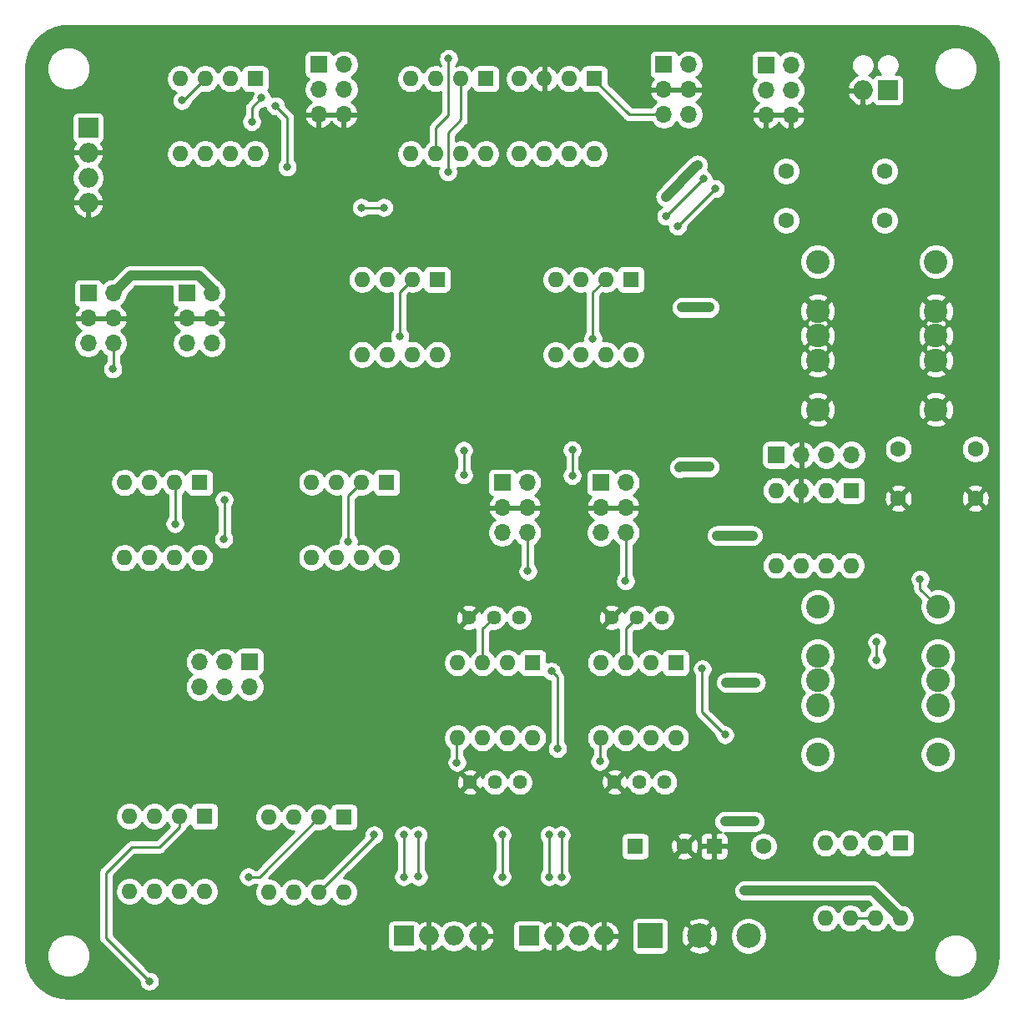
<source format=gbl>
G04 #@! TF.GenerationSoftware,KiCad,Pcbnew,5.1.5+dfsg1-2build2*
G04 #@! TF.CreationDate,2021-10-27T22:54:38+10:30*
G04 #@! TF.ProjectId,xover,786f7665-722e-46b6-9963-61645f706362,rev?*
G04 #@! TF.SameCoordinates,Original*
G04 #@! TF.FileFunction,Copper,L2,Bot*
G04 #@! TF.FilePolarity,Positive*
%FSLAX46Y46*%
G04 Gerber Fmt 4.6, Leading zero omitted, Abs format (unit mm)*
G04 Created by KiCad (PCBNEW 5.1.5+dfsg1-2build2) date 2021-10-27 22:54:38*
%MOMM*%
%LPD*%
G04 APERTURE LIST*
%ADD10R,1.600000X1.600000*%
%ADD11O,1.600000X1.600000*%
%ADD12C,1.440000*%
%ADD13R,1.700000X1.700000*%
%ADD14O,1.700000X1.700000*%
%ADD15C,2.500000*%
%ADD16R,2.500000X2.500000*%
%ADD17O,1.998980X1.998980*%
%ADD18R,1.998980X1.998980*%
%ADD19C,2.400000*%
%ADD20C,1.600000*%
%ADD21C,0.800000*%
%ADD22C,1.000000*%
%ADD23C,0.250000*%
%ADD24C,0.254000*%
G04 APERTURE END LIST*
D10*
X114400000Y-108600000D03*
D11*
X106780000Y-116220000D03*
X111860000Y-108600000D03*
X109320000Y-116220000D03*
X109320000Y-108600000D03*
X111860000Y-116220000D03*
X106780000Y-108600000D03*
X114400000Y-116220000D03*
D10*
X91600000Y-90300000D03*
D11*
X83980000Y-97920000D03*
X89060000Y-90300000D03*
X86520000Y-97920000D03*
X86520000Y-90300000D03*
X89060000Y-97920000D03*
X83980000Y-90300000D03*
X91600000Y-97920000D03*
D10*
X109400000Y-72800000D03*
D11*
X101780000Y-80420000D03*
X106860000Y-72800000D03*
X104320000Y-80420000D03*
X104320000Y-72800000D03*
X106860000Y-80420000D03*
X101780000Y-72800000D03*
X109400000Y-80420000D03*
D10*
X77100000Y-90300000D03*
D11*
X69480000Y-97920000D03*
X74560000Y-90300000D03*
X72020000Y-97920000D03*
X72020000Y-90300000D03*
X74560000Y-97920000D03*
X69480000Y-90300000D03*
X77100000Y-97920000D03*
D10*
X67400000Y-51400000D03*
D11*
X59780000Y-59020000D03*
X64860000Y-51400000D03*
X62320000Y-59020000D03*
X62320000Y-51400000D03*
X64860000Y-59020000D03*
X59780000Y-51400000D03*
X67400000Y-59020000D03*
D10*
X62300000Y-72000000D03*
D11*
X54680000Y-79620000D03*
X59760000Y-72000000D03*
X57220000Y-79620000D03*
X57220000Y-72000000D03*
X59760000Y-79620000D03*
X54680000Y-72000000D03*
X62300000Y-79620000D03*
D10*
X72350000Y-31050000D03*
D11*
X64730000Y-38670000D03*
X69810000Y-31050000D03*
X67270000Y-38670000D03*
X67270000Y-31050000D03*
X69810000Y-38670000D03*
X64730000Y-31050000D03*
X72350000Y-38670000D03*
D10*
X48950000Y-31050000D03*
D11*
X41330000Y-38670000D03*
X46410000Y-31050000D03*
X43870000Y-38670000D03*
X43870000Y-31050000D03*
X46410000Y-38670000D03*
X41330000Y-31050000D03*
X48950000Y-38670000D03*
D10*
X87050000Y-51405000D03*
D11*
X79430000Y-59025000D03*
X84510000Y-51405000D03*
X81970000Y-59025000D03*
X81970000Y-51405000D03*
X84510000Y-59025000D03*
X79430000Y-51405000D03*
X87050000Y-59025000D03*
D10*
X43800000Y-105875000D03*
D11*
X36180000Y-113495000D03*
X41260000Y-105875000D03*
X38720000Y-113495000D03*
X38720000Y-105875000D03*
X41260000Y-113495000D03*
X36180000Y-105875000D03*
X43800000Y-113495000D03*
D10*
X43320000Y-72025000D03*
D11*
X35700000Y-79645000D03*
X40780000Y-72025000D03*
X38240000Y-79645000D03*
X38240000Y-72025000D03*
X40780000Y-79645000D03*
X35700000Y-72025000D03*
X43320000Y-79645000D03*
D10*
X57945000Y-105945000D03*
D11*
X50325000Y-113565000D03*
X55405000Y-105945000D03*
X52865000Y-113565000D03*
X52865000Y-105945000D03*
X55405000Y-113565000D03*
X50325000Y-105945000D03*
X57945000Y-113565000D03*
D10*
X83350000Y-31050000D03*
D11*
X75730000Y-38670000D03*
X80810000Y-31050000D03*
X78270000Y-38670000D03*
X78270000Y-31050000D03*
X80810000Y-38670000D03*
X75730000Y-31050000D03*
X83350000Y-38670000D03*
D12*
X90480000Y-102400000D03*
X87940000Y-102400000D03*
X85400000Y-102400000D03*
X90200000Y-85700000D03*
X87660000Y-85700000D03*
X85120000Y-85700000D03*
X75800000Y-102400000D03*
X73260000Y-102400000D03*
X70720000Y-102400000D03*
X75700000Y-85700000D03*
X73160000Y-85700000D03*
X70620000Y-85700000D03*
D13*
X90400000Y-29600000D03*
D14*
X92940000Y-29600000D03*
X90400000Y-32140000D03*
X92940000Y-32140000D03*
X90400000Y-34680000D03*
X92940000Y-34680000D03*
D13*
X32000000Y-52800000D03*
D14*
X34540000Y-52800000D03*
X32000000Y-55340000D03*
X34540000Y-55340000D03*
X32000000Y-57880000D03*
X34540000Y-57880000D03*
D13*
X42000000Y-52800000D03*
D14*
X44540000Y-52800000D03*
X42000000Y-55340000D03*
X44540000Y-55340000D03*
X42000000Y-57880000D03*
X44540000Y-57880000D03*
D13*
X74000000Y-72000000D03*
D14*
X76540000Y-72000000D03*
X74000000Y-74540000D03*
X76540000Y-74540000D03*
X74000000Y-77080000D03*
X76540000Y-77080000D03*
D13*
X84000000Y-72000000D03*
D14*
X86540000Y-72000000D03*
X84000000Y-74540000D03*
X86540000Y-74540000D03*
X84000000Y-77080000D03*
X86540000Y-77080000D03*
D13*
X101800000Y-69200000D03*
D14*
X104340000Y-69200000D03*
X106880000Y-69200000D03*
X109420000Y-69200000D03*
D13*
X55400000Y-29600000D03*
D14*
X57940000Y-29600000D03*
X55400000Y-32140000D03*
X57940000Y-32140000D03*
X55400000Y-34680000D03*
X57940000Y-34680000D03*
D15*
X94000000Y-118000000D03*
D16*
X89000000Y-118000000D03*
D15*
X99000000Y-118000000D03*
D17*
X81780000Y-118000000D03*
X79240000Y-118000000D03*
D18*
X76700000Y-118000000D03*
D17*
X84320000Y-118000000D03*
X69080000Y-118000000D03*
X66540000Y-118000000D03*
D18*
X64000000Y-118000000D03*
D17*
X71620000Y-118000000D03*
D13*
X48380000Y-90200000D03*
D14*
X48380000Y-92740000D03*
X45840000Y-90200000D03*
X45840000Y-92740000D03*
X43300000Y-90200000D03*
X43300000Y-92740000D03*
D18*
X113140000Y-32200000D03*
D17*
X110600000Y-32200000D03*
D13*
X100750000Y-29650000D03*
D14*
X103290000Y-29650000D03*
X100750000Y-32190000D03*
X103290000Y-32190000D03*
X100750000Y-34730000D03*
X103290000Y-34730000D03*
D17*
X32000000Y-41080000D03*
X32000000Y-38540000D03*
D18*
X32000000Y-36000000D03*
D17*
X32000000Y-43620000D03*
D19*
X106000000Y-64600000D03*
X106000000Y-49600000D03*
X106000000Y-54600000D03*
X106000000Y-59600000D03*
X106000000Y-57100000D03*
X106000000Y-99600000D03*
X106000000Y-84600000D03*
X106000000Y-89600000D03*
X106000000Y-94600000D03*
X106000000Y-92100000D03*
X118200000Y-99600000D03*
X118200000Y-84600000D03*
X118200000Y-89600000D03*
X118200000Y-94600000D03*
X118200000Y-92100000D03*
D20*
X112800000Y-45400000D03*
X112800000Y-40400000D03*
X102800000Y-45400000D03*
X102800000Y-40400000D03*
X114200000Y-73600000D03*
X114200000Y-68600000D03*
X122000000Y-68600000D03*
X122000000Y-73600000D03*
D19*
X118000000Y-64600000D03*
X118000000Y-49600000D03*
X118000000Y-54600000D03*
X118000000Y-59600000D03*
X118000000Y-57100000D03*
D10*
X95500000Y-108900000D03*
D20*
X100500000Y-108900000D03*
D10*
X87500000Y-108900000D03*
D20*
X92500000Y-108900000D03*
D21*
X90600000Y-43000000D03*
X93800000Y-39800000D03*
X99400000Y-77399994D03*
X95800000Y-77400000D03*
X98599980Y-113400000D03*
X100400000Y-85200000D03*
X113000000Y-120800000D03*
X103400000Y-122400000D03*
X97600000Y-70800000D03*
X105400000Y-104000002D03*
X43550000Y-28450000D03*
X35400000Y-38600000D03*
X35400000Y-44600000D03*
X40750000Y-42850000D03*
X70950000Y-28450000D03*
X80950000Y-41250000D03*
X80800000Y-46800000D03*
X61400000Y-46800000D03*
X79900000Y-90300000D03*
X81200000Y-97600000D03*
X94300000Y-99000000D03*
X68100000Y-85500000D03*
X65300000Y-90300000D03*
X46400000Y-116800000D03*
X60600000Y-117000000D03*
X82600000Y-104600000D03*
X68200000Y-104400000D03*
X56400000Y-67600000D03*
X37100000Y-67500000D03*
X62300000Y-85400000D03*
X43300000Y-85700000D03*
X47800000Y-98900000D03*
X47600000Y-102900000D03*
X33400000Y-98900000D03*
X33300000Y-102600000D03*
X49500000Y-122400000D03*
X82750000Y-85400000D03*
X47500000Y-41250000D03*
X70000000Y-41250000D03*
X86400000Y-61600000D03*
X66600000Y-61600000D03*
X68800000Y-49000000D03*
X88400000Y-49000000D03*
X63600000Y-69800000D03*
X44600000Y-69800000D03*
X65200000Y-63400000D03*
X84800000Y-63600000D03*
X62999990Y-30000000D03*
X35598015Y-122301985D03*
X114200002Y-78600000D03*
X95000000Y-70425000D03*
X92000000Y-70500000D03*
X99699998Y-92300000D03*
X99600000Y-106400000D03*
X96600000Y-106400000D03*
X92250000Y-54249994D03*
X95000000Y-54250002D03*
X96749999Y-92300000D03*
X48250000Y-112000000D03*
X61000000Y-107750000D03*
X40800000Y-76200000D03*
X34500000Y-60500000D03*
X38200000Y-122600000D03*
X74000004Y-107750000D03*
X74000000Y-112000000D03*
X83200000Y-57400000D03*
X59700000Y-44100000D03*
X62000000Y-44100000D03*
X68500018Y-40500000D03*
X41500000Y-33250000D03*
X58400000Y-78000000D03*
X45800000Y-73750000D03*
X45749998Y-77750000D03*
X63600000Y-57200000D03*
X68550000Y-28999996D03*
X91799996Y-46000000D03*
X95599996Y-42200000D03*
X90600006Y-45000000D03*
X94400000Y-41200006D03*
X65500000Y-107750000D03*
X65518661Y-111995334D03*
X64000000Y-107750000D03*
X63999992Y-112000000D03*
X79000000Y-91149990D03*
X78750000Y-112000000D03*
X78750000Y-107750000D03*
X79600000Y-98999994D03*
X80000000Y-112000000D03*
X80000000Y-107750000D03*
X81100000Y-71300000D03*
X81100000Y-68700000D03*
X116400000Y-81800000D03*
X112000000Y-90000000D03*
X112000000Y-88200000D03*
X70100000Y-71250000D03*
X70100000Y-68750000D03*
X86499998Y-82000000D03*
X76600000Y-81000000D03*
X94300000Y-90900000D03*
X96600000Y-97600000D03*
X48600000Y-35400000D03*
X49599984Y-33000000D03*
X69400000Y-100400000D03*
X83900000Y-100300000D03*
X51000000Y-33800000D03*
X52200000Y-40000000D03*
D22*
X44540000Y-52800000D02*
X44540000Y-52540000D01*
X44540000Y-52540000D02*
X44500000Y-52500000D01*
X44500000Y-52249998D02*
X43250002Y-51000000D01*
X44500000Y-52500000D02*
X44500000Y-52249998D01*
X36340000Y-51000000D02*
X34540000Y-52800000D01*
X43250002Y-51000000D02*
X36340000Y-51000000D01*
X93700000Y-39900000D02*
X93800000Y-39800000D01*
X90600000Y-43000000D02*
X93700000Y-39900000D01*
X95800006Y-77399994D02*
X95800000Y-77400000D01*
X99400000Y-77399994D02*
X95800006Y-77399994D01*
X114400000Y-116220000D02*
X111580000Y-113400000D01*
X111580000Y-113400000D02*
X98599980Y-113400000D01*
X92075000Y-70425000D02*
X92000000Y-70500000D01*
X95000000Y-70425000D02*
X92075000Y-70425000D01*
X99600000Y-106400000D02*
X97000000Y-106400000D01*
X97000000Y-106400000D02*
X96600000Y-106400000D01*
X92250000Y-54249994D02*
X94999992Y-54249994D01*
X94999992Y-54249994D02*
X95000000Y-54250002D01*
X99699998Y-92300000D02*
X96749999Y-92300000D01*
D23*
X49350000Y-112000000D02*
X48250000Y-112000000D01*
X55405000Y-105945000D02*
X49350000Y-112000000D01*
X55405000Y-113565000D02*
X61000000Y-107970000D01*
X61000000Y-107970000D02*
X61000000Y-107750000D01*
X40800000Y-72045000D02*
X40780000Y-72025000D01*
X40800000Y-76200000D02*
X40800000Y-72045000D01*
X34540000Y-60460000D02*
X34500000Y-60500000D01*
X34540000Y-57880000D02*
X34540000Y-60460000D01*
X33800000Y-118200000D02*
X37800001Y-122200001D01*
X33800000Y-111600000D02*
X33800000Y-118200000D01*
X37800001Y-122200001D02*
X38200000Y-122600000D01*
X36400000Y-109000000D02*
X33800000Y-111600000D01*
X39200000Y-109000000D02*
X36400000Y-109000000D01*
X41260000Y-106940000D02*
X39200000Y-109000000D01*
X41260000Y-105875000D02*
X41260000Y-106940000D01*
X74000004Y-111999996D02*
X74000000Y-112000000D01*
X74000004Y-107750000D02*
X74000004Y-111999996D01*
X83200000Y-52715000D02*
X84510000Y-51405000D01*
X83200000Y-57400000D02*
X83200000Y-52715000D01*
X59700000Y-44100000D02*
X62000000Y-44100000D01*
X68500018Y-40500000D02*
X68500018Y-36499982D01*
X69810000Y-35190000D02*
X69810000Y-31050000D01*
X68500018Y-36499982D02*
X69810000Y-35190000D01*
X41670000Y-33250000D02*
X41500000Y-33250000D01*
X43870000Y-31050000D02*
X41670000Y-33250000D01*
X111860000Y-116220000D02*
X109320000Y-116220000D01*
X58400000Y-73360000D02*
X59760000Y-72000000D01*
X58400000Y-78000000D02*
X58400000Y-73360000D01*
X45800000Y-73750000D02*
X45800000Y-77699998D01*
X45800000Y-77699998D02*
X45749998Y-77750000D01*
X63600000Y-52660000D02*
X64860000Y-51400000D01*
X63600000Y-57200000D02*
X63600000Y-52660000D01*
X68550000Y-29565681D02*
X68550000Y-28999996D01*
X68550000Y-34700000D02*
X68550000Y-29565681D01*
X67270000Y-35980000D02*
X68550000Y-34700000D01*
X67270000Y-38670000D02*
X67270000Y-35980000D01*
X118200000Y-84600000D02*
X116400000Y-82800000D01*
X116400000Y-82800000D02*
X116400000Y-81800000D01*
X91799996Y-46000000D02*
X95599996Y-42200000D01*
X90600006Y-45000000D02*
X94400000Y-41200006D01*
X65500000Y-111976673D02*
X65518661Y-111995334D01*
X65500000Y-107750000D02*
X65500000Y-111976673D01*
X64000000Y-111999992D02*
X63999992Y-112000000D01*
X64000000Y-107750000D02*
X64000000Y-111999992D01*
X78750000Y-112000000D02*
X78750000Y-107750000D01*
X79000000Y-91149990D02*
X79600000Y-91749990D01*
X79600000Y-91749990D02*
X79600000Y-98999994D01*
X80000000Y-112000000D02*
X80000000Y-107750000D01*
X81100000Y-71300000D02*
X81100000Y-68700000D01*
X112000000Y-90000000D02*
X112000000Y-88200000D01*
X70100000Y-71250000D02*
X70100000Y-68750000D01*
X86540000Y-77080000D02*
X86540000Y-81959998D01*
X86540000Y-81959998D02*
X86499998Y-82000000D01*
X76540000Y-80940000D02*
X76600000Y-81000000D01*
X76540000Y-77080000D02*
X76540000Y-80940000D01*
X94300000Y-90900000D02*
X94300000Y-95300000D01*
X94300000Y-95300000D02*
X96200001Y-97200001D01*
X96200001Y-97200001D02*
X96600000Y-97600000D01*
X83350000Y-31150000D02*
X83350000Y-31050000D01*
X86880000Y-34680000D02*
X83350000Y-31150000D01*
X90400000Y-34680000D02*
X86880000Y-34680000D01*
X48600000Y-35400000D02*
X48600000Y-33999984D01*
X48600000Y-33999984D02*
X49599984Y-33000000D01*
X72020000Y-86840000D02*
X73160000Y-85700000D01*
X72020000Y-90300000D02*
X72020000Y-86840000D01*
X69400000Y-98000000D02*
X69480000Y-97920000D01*
X69400000Y-100400000D02*
X69400000Y-98000000D01*
X86520000Y-86840000D02*
X87660000Y-85700000D01*
X86520000Y-90300000D02*
X86520000Y-86840000D01*
X83900000Y-98000000D02*
X83980000Y-97920000D01*
X83900000Y-100300000D02*
X83900000Y-98000000D01*
X52200000Y-39434315D02*
X52200000Y-40000000D01*
X52200000Y-35000000D02*
X52200000Y-39434315D01*
X51000000Y-33800000D02*
X52200000Y-35000000D01*
D24*
G36*
X120768083Y-25731173D02*
G01*
X121511891Y-25934656D01*
X122207905Y-26266638D01*
X122834130Y-26716626D01*
X123370777Y-27270403D01*
X123800871Y-27910451D01*
X124110829Y-28616553D01*
X124292065Y-29371457D01*
X124340001Y-30024220D01*
X124340000Y-119970608D01*
X124268827Y-120768083D01*
X124065344Y-121511890D01*
X123733363Y-122207904D01*
X123283374Y-122834130D01*
X122729597Y-123370777D01*
X122089549Y-123800871D01*
X121383447Y-124110829D01*
X120628543Y-124292065D01*
X119975793Y-124340000D01*
X30029392Y-124340000D01*
X29231917Y-124268827D01*
X28488110Y-124065344D01*
X27792096Y-123733363D01*
X27165870Y-123283374D01*
X26629223Y-122729597D01*
X26199129Y-122089549D01*
X25889171Y-121383447D01*
X25707935Y-120628543D01*
X25660000Y-119975793D01*
X25660000Y-119779872D01*
X27765000Y-119779872D01*
X27765000Y-120220128D01*
X27850890Y-120651925D01*
X28019369Y-121058669D01*
X28263962Y-121424729D01*
X28575271Y-121736038D01*
X28941331Y-121980631D01*
X29348075Y-122149110D01*
X29779872Y-122235000D01*
X30220128Y-122235000D01*
X30651925Y-122149110D01*
X31058669Y-121980631D01*
X31424729Y-121736038D01*
X31736038Y-121424729D01*
X31980631Y-121058669D01*
X32149110Y-120651925D01*
X32235000Y-120220128D01*
X32235000Y-119779872D01*
X32149110Y-119348075D01*
X31980631Y-118941331D01*
X31736038Y-118575271D01*
X31424729Y-118263962D01*
X31058669Y-118019369D01*
X30651925Y-117850890D01*
X30220128Y-117765000D01*
X29779872Y-117765000D01*
X29348075Y-117850890D01*
X28941331Y-118019369D01*
X28575271Y-118263962D01*
X28263962Y-118575271D01*
X28019369Y-118941331D01*
X27850890Y-119348075D01*
X27765000Y-119779872D01*
X25660000Y-119779872D01*
X25660000Y-111600000D01*
X33036324Y-111600000D01*
X33040000Y-111637323D01*
X33040001Y-118162668D01*
X33036324Y-118200000D01*
X33050998Y-118348985D01*
X33094454Y-118492246D01*
X33165026Y-118624276D01*
X33207372Y-118675874D01*
X33260000Y-118740001D01*
X33288998Y-118763799D01*
X37165000Y-122639802D01*
X37165000Y-122701939D01*
X37204774Y-122901898D01*
X37282795Y-123090256D01*
X37396063Y-123259774D01*
X37540226Y-123403937D01*
X37709744Y-123517205D01*
X37898102Y-123595226D01*
X38098061Y-123635000D01*
X38301939Y-123635000D01*
X38501898Y-123595226D01*
X38690256Y-123517205D01*
X38859774Y-123403937D01*
X39003937Y-123259774D01*
X39117205Y-123090256D01*
X39195226Y-122901898D01*
X39235000Y-122701939D01*
X39235000Y-122498061D01*
X39195226Y-122298102D01*
X39117205Y-122109744D01*
X39003937Y-121940226D01*
X38859774Y-121796063D01*
X38690256Y-121682795D01*
X38501898Y-121604774D01*
X38301939Y-121565000D01*
X38239802Y-121565000D01*
X34560000Y-117885199D01*
X34560000Y-117000510D01*
X62362438Y-117000510D01*
X62362438Y-118999490D01*
X62374698Y-119123972D01*
X62411008Y-119243670D01*
X62469973Y-119353984D01*
X62549325Y-119450675D01*
X62646016Y-119530027D01*
X62756330Y-119588992D01*
X62876028Y-119625302D01*
X63000510Y-119637562D01*
X64999490Y-119637562D01*
X65123972Y-119625302D01*
X65243670Y-119588992D01*
X65353984Y-119530027D01*
X65450675Y-119450675D01*
X65530027Y-119353984D01*
X65557402Y-119302770D01*
X65580275Y-119323064D01*
X65856833Y-119484875D01*
X66159645Y-119589623D01*
X66413000Y-119470803D01*
X66413000Y-118127000D01*
X66393000Y-118127000D01*
X66393000Y-117873000D01*
X66413000Y-117873000D01*
X66413000Y-116529197D01*
X66667000Y-116529197D01*
X66667000Y-117873000D01*
X66687000Y-117873000D01*
X66687000Y-118127000D01*
X66667000Y-118127000D01*
X66667000Y-119470803D01*
X66920355Y-119589623D01*
X67223167Y-119484875D01*
X67499725Y-119323064D01*
X67739401Y-119110409D01*
X67801467Y-119028546D01*
X67810408Y-119041927D01*
X68038073Y-119269592D01*
X68305778Y-119448467D01*
X68603237Y-119571678D01*
X68919017Y-119634490D01*
X69240983Y-119634490D01*
X69556763Y-119571678D01*
X69854222Y-119448467D01*
X70121927Y-119269592D01*
X70349592Y-119041927D01*
X70358533Y-119028546D01*
X70420599Y-119110409D01*
X70660275Y-119323064D01*
X70936833Y-119484875D01*
X71239645Y-119589623D01*
X71493000Y-119470803D01*
X71493000Y-118127000D01*
X71747000Y-118127000D01*
X71747000Y-119470803D01*
X72000355Y-119589623D01*
X72303167Y-119484875D01*
X72579725Y-119323064D01*
X72819401Y-119110409D01*
X73012985Y-118855081D01*
X73153037Y-118566893D01*
X73209619Y-118380354D01*
X73090265Y-118127000D01*
X71747000Y-118127000D01*
X71493000Y-118127000D01*
X71473000Y-118127000D01*
X71473000Y-117873000D01*
X71493000Y-117873000D01*
X71493000Y-116529197D01*
X71747000Y-116529197D01*
X71747000Y-117873000D01*
X73090265Y-117873000D01*
X73209619Y-117619646D01*
X73153037Y-117433107D01*
X73012985Y-117144919D01*
X72903498Y-117000510D01*
X75062438Y-117000510D01*
X75062438Y-118999490D01*
X75074698Y-119123972D01*
X75111008Y-119243670D01*
X75169973Y-119353984D01*
X75249325Y-119450675D01*
X75346016Y-119530027D01*
X75456330Y-119588992D01*
X75576028Y-119625302D01*
X75700510Y-119637562D01*
X77699490Y-119637562D01*
X77823972Y-119625302D01*
X77943670Y-119588992D01*
X78053984Y-119530027D01*
X78150675Y-119450675D01*
X78230027Y-119353984D01*
X78257402Y-119302770D01*
X78280275Y-119323064D01*
X78556833Y-119484875D01*
X78859645Y-119589623D01*
X79113000Y-119470803D01*
X79113000Y-118127000D01*
X79093000Y-118127000D01*
X79093000Y-117873000D01*
X79113000Y-117873000D01*
X79113000Y-116529197D01*
X79367000Y-116529197D01*
X79367000Y-117873000D01*
X79387000Y-117873000D01*
X79387000Y-118127000D01*
X79367000Y-118127000D01*
X79367000Y-119470803D01*
X79620355Y-119589623D01*
X79923167Y-119484875D01*
X80199725Y-119323064D01*
X80439401Y-119110409D01*
X80501467Y-119028546D01*
X80510408Y-119041927D01*
X80738073Y-119269592D01*
X81005778Y-119448467D01*
X81303237Y-119571678D01*
X81619017Y-119634490D01*
X81940983Y-119634490D01*
X82256763Y-119571678D01*
X82554222Y-119448467D01*
X82821927Y-119269592D01*
X83049592Y-119041927D01*
X83058533Y-119028546D01*
X83120599Y-119110409D01*
X83360275Y-119323064D01*
X83636833Y-119484875D01*
X83939645Y-119589623D01*
X84193000Y-119470803D01*
X84193000Y-118127000D01*
X84447000Y-118127000D01*
X84447000Y-119470803D01*
X84700355Y-119589623D01*
X85003167Y-119484875D01*
X85279725Y-119323064D01*
X85519401Y-119110409D01*
X85712985Y-118855081D01*
X85853037Y-118566893D01*
X85909619Y-118380354D01*
X85790265Y-118127000D01*
X84447000Y-118127000D01*
X84193000Y-118127000D01*
X84173000Y-118127000D01*
X84173000Y-117873000D01*
X84193000Y-117873000D01*
X84193000Y-116529197D01*
X84447000Y-116529197D01*
X84447000Y-117873000D01*
X85790265Y-117873000D01*
X85909619Y-117619646D01*
X85853037Y-117433107D01*
X85712985Y-117144919D01*
X85519401Y-116889591D01*
X85362073Y-116750000D01*
X87111928Y-116750000D01*
X87111928Y-119250000D01*
X87124188Y-119374482D01*
X87160498Y-119494180D01*
X87219463Y-119604494D01*
X87298815Y-119701185D01*
X87395506Y-119780537D01*
X87505820Y-119839502D01*
X87625518Y-119875812D01*
X87750000Y-119888072D01*
X90250000Y-119888072D01*
X90374482Y-119875812D01*
X90494180Y-119839502D01*
X90604494Y-119780537D01*
X90701185Y-119701185D01*
X90780537Y-119604494D01*
X90839502Y-119494180D01*
X90875812Y-119374482D01*
X90881807Y-119313605D01*
X92866000Y-119313605D01*
X92991914Y-119603577D01*
X93324126Y-119769433D01*
X93682312Y-119867290D01*
X94052706Y-119893389D01*
X94421075Y-119846725D01*
X94773262Y-119729094D01*
X95008086Y-119603577D01*
X95134000Y-119313605D01*
X94000000Y-118179605D01*
X92866000Y-119313605D01*
X90881807Y-119313605D01*
X90888072Y-119250000D01*
X90888072Y-118052706D01*
X92106611Y-118052706D01*
X92153275Y-118421075D01*
X92270906Y-118773262D01*
X92396423Y-119008086D01*
X92686395Y-119134000D01*
X93820395Y-118000000D01*
X94179605Y-118000000D01*
X95313605Y-119134000D01*
X95603577Y-119008086D01*
X95769433Y-118675874D01*
X95867290Y-118317688D01*
X95893389Y-117947294D01*
X95876548Y-117814344D01*
X97115000Y-117814344D01*
X97115000Y-118185656D01*
X97187439Y-118549834D01*
X97329534Y-118892882D01*
X97535825Y-119201618D01*
X97798382Y-119464175D01*
X98107118Y-119670466D01*
X98450166Y-119812561D01*
X98814344Y-119885000D01*
X99185656Y-119885000D01*
X99549834Y-119812561D01*
X99628752Y-119779872D01*
X117765000Y-119779872D01*
X117765000Y-120220128D01*
X117850890Y-120651925D01*
X118019369Y-121058669D01*
X118263962Y-121424729D01*
X118575271Y-121736038D01*
X118941331Y-121980631D01*
X119348075Y-122149110D01*
X119779872Y-122235000D01*
X120220128Y-122235000D01*
X120651925Y-122149110D01*
X121058669Y-121980631D01*
X121424729Y-121736038D01*
X121736038Y-121424729D01*
X121980631Y-121058669D01*
X122149110Y-120651925D01*
X122235000Y-120220128D01*
X122235000Y-119779872D01*
X122149110Y-119348075D01*
X121980631Y-118941331D01*
X121736038Y-118575271D01*
X121424729Y-118263962D01*
X121058669Y-118019369D01*
X120651925Y-117850890D01*
X120220128Y-117765000D01*
X119779872Y-117765000D01*
X119348075Y-117850890D01*
X118941331Y-118019369D01*
X118575271Y-118263962D01*
X118263962Y-118575271D01*
X118019369Y-118941331D01*
X117850890Y-119348075D01*
X117765000Y-119779872D01*
X99628752Y-119779872D01*
X99892882Y-119670466D01*
X100201618Y-119464175D01*
X100464175Y-119201618D01*
X100670466Y-118892882D01*
X100812561Y-118549834D01*
X100885000Y-118185656D01*
X100885000Y-117814344D01*
X100812561Y-117450166D01*
X100670466Y-117107118D01*
X100464175Y-116798382D01*
X100201618Y-116535825D01*
X99892882Y-116329534D01*
X99549834Y-116187439D01*
X99185656Y-116115000D01*
X98814344Y-116115000D01*
X98450166Y-116187439D01*
X98107118Y-116329534D01*
X97798382Y-116535825D01*
X97535825Y-116798382D01*
X97329534Y-117107118D01*
X97187439Y-117450166D01*
X97115000Y-117814344D01*
X95876548Y-117814344D01*
X95846725Y-117578925D01*
X95729094Y-117226738D01*
X95603577Y-116991914D01*
X95313605Y-116866000D01*
X94179605Y-118000000D01*
X93820395Y-118000000D01*
X92686395Y-116866000D01*
X92396423Y-116991914D01*
X92230567Y-117324126D01*
X92132710Y-117682312D01*
X92106611Y-118052706D01*
X90888072Y-118052706D01*
X90888072Y-116750000D01*
X90881808Y-116686395D01*
X92866000Y-116686395D01*
X94000000Y-117820395D01*
X95134000Y-116686395D01*
X95008086Y-116396423D01*
X94675874Y-116230567D01*
X94317688Y-116132710D01*
X93947294Y-116106611D01*
X93578925Y-116153275D01*
X93226738Y-116270906D01*
X92991914Y-116396423D01*
X92866000Y-116686395D01*
X90881808Y-116686395D01*
X90875812Y-116625518D01*
X90839502Y-116505820D01*
X90780537Y-116395506D01*
X90701185Y-116298815D01*
X90604494Y-116219463D01*
X90494180Y-116160498D01*
X90374482Y-116124188D01*
X90250000Y-116111928D01*
X87750000Y-116111928D01*
X87625518Y-116124188D01*
X87505820Y-116160498D01*
X87395506Y-116219463D01*
X87298815Y-116298815D01*
X87219463Y-116395506D01*
X87160498Y-116505820D01*
X87124188Y-116625518D01*
X87111928Y-116750000D01*
X85362073Y-116750000D01*
X85279725Y-116676936D01*
X85003167Y-116515125D01*
X84700355Y-116410377D01*
X84447000Y-116529197D01*
X84193000Y-116529197D01*
X83939645Y-116410377D01*
X83636833Y-116515125D01*
X83360275Y-116676936D01*
X83120599Y-116889591D01*
X83058533Y-116971454D01*
X83049592Y-116958073D01*
X82821927Y-116730408D01*
X82554222Y-116551533D01*
X82256763Y-116428322D01*
X81940983Y-116365510D01*
X81619017Y-116365510D01*
X81303237Y-116428322D01*
X81005778Y-116551533D01*
X80738073Y-116730408D01*
X80510408Y-116958073D01*
X80501467Y-116971454D01*
X80439401Y-116889591D01*
X80199725Y-116676936D01*
X79923167Y-116515125D01*
X79620355Y-116410377D01*
X79367000Y-116529197D01*
X79113000Y-116529197D01*
X78859645Y-116410377D01*
X78556833Y-116515125D01*
X78280275Y-116676936D01*
X78257402Y-116697230D01*
X78230027Y-116646016D01*
X78150675Y-116549325D01*
X78053984Y-116469973D01*
X77943670Y-116411008D01*
X77823972Y-116374698D01*
X77699490Y-116362438D01*
X75700510Y-116362438D01*
X75576028Y-116374698D01*
X75456330Y-116411008D01*
X75346016Y-116469973D01*
X75249325Y-116549325D01*
X75169973Y-116646016D01*
X75111008Y-116756330D01*
X75074698Y-116876028D01*
X75062438Y-117000510D01*
X72903498Y-117000510D01*
X72819401Y-116889591D01*
X72579725Y-116676936D01*
X72303167Y-116515125D01*
X72000355Y-116410377D01*
X71747000Y-116529197D01*
X71493000Y-116529197D01*
X71239645Y-116410377D01*
X70936833Y-116515125D01*
X70660275Y-116676936D01*
X70420599Y-116889591D01*
X70358533Y-116971454D01*
X70349592Y-116958073D01*
X70121927Y-116730408D01*
X69854222Y-116551533D01*
X69556763Y-116428322D01*
X69240983Y-116365510D01*
X68919017Y-116365510D01*
X68603237Y-116428322D01*
X68305778Y-116551533D01*
X68038073Y-116730408D01*
X67810408Y-116958073D01*
X67801467Y-116971454D01*
X67739401Y-116889591D01*
X67499725Y-116676936D01*
X67223167Y-116515125D01*
X66920355Y-116410377D01*
X66667000Y-116529197D01*
X66413000Y-116529197D01*
X66159645Y-116410377D01*
X65856833Y-116515125D01*
X65580275Y-116676936D01*
X65557402Y-116697230D01*
X65530027Y-116646016D01*
X65450675Y-116549325D01*
X65353984Y-116469973D01*
X65243670Y-116411008D01*
X65123972Y-116374698D01*
X64999490Y-116362438D01*
X63000510Y-116362438D01*
X62876028Y-116374698D01*
X62756330Y-116411008D01*
X62646016Y-116469973D01*
X62549325Y-116549325D01*
X62469973Y-116646016D01*
X62411008Y-116756330D01*
X62374698Y-116876028D01*
X62362438Y-117000510D01*
X34560000Y-117000510D01*
X34560000Y-113353665D01*
X34745000Y-113353665D01*
X34745000Y-113636335D01*
X34800147Y-113913574D01*
X34908320Y-114174727D01*
X35065363Y-114409759D01*
X35265241Y-114609637D01*
X35500273Y-114766680D01*
X35761426Y-114874853D01*
X36038665Y-114930000D01*
X36321335Y-114930000D01*
X36598574Y-114874853D01*
X36859727Y-114766680D01*
X37094759Y-114609637D01*
X37294637Y-114409759D01*
X37450000Y-114177241D01*
X37605363Y-114409759D01*
X37805241Y-114609637D01*
X38040273Y-114766680D01*
X38301426Y-114874853D01*
X38578665Y-114930000D01*
X38861335Y-114930000D01*
X39138574Y-114874853D01*
X39399727Y-114766680D01*
X39634759Y-114609637D01*
X39834637Y-114409759D01*
X39990000Y-114177241D01*
X40145363Y-114409759D01*
X40345241Y-114609637D01*
X40580273Y-114766680D01*
X40841426Y-114874853D01*
X41118665Y-114930000D01*
X41401335Y-114930000D01*
X41678574Y-114874853D01*
X41939727Y-114766680D01*
X42174759Y-114609637D01*
X42374637Y-114409759D01*
X42530000Y-114177241D01*
X42685363Y-114409759D01*
X42885241Y-114609637D01*
X43120273Y-114766680D01*
X43381426Y-114874853D01*
X43658665Y-114930000D01*
X43941335Y-114930000D01*
X44218574Y-114874853D01*
X44479727Y-114766680D01*
X44714759Y-114609637D01*
X44914637Y-114409759D01*
X45071680Y-114174727D01*
X45179853Y-113913574D01*
X45235000Y-113636335D01*
X45235000Y-113353665D01*
X45179853Y-113076426D01*
X45071680Y-112815273D01*
X44914637Y-112580241D01*
X44714759Y-112380363D01*
X44479727Y-112223320D01*
X44218574Y-112115147D01*
X43941335Y-112060000D01*
X43658665Y-112060000D01*
X43381426Y-112115147D01*
X43120273Y-112223320D01*
X42885241Y-112380363D01*
X42685363Y-112580241D01*
X42530000Y-112812759D01*
X42374637Y-112580241D01*
X42174759Y-112380363D01*
X41939727Y-112223320D01*
X41678574Y-112115147D01*
X41401335Y-112060000D01*
X41118665Y-112060000D01*
X40841426Y-112115147D01*
X40580273Y-112223320D01*
X40345241Y-112380363D01*
X40145363Y-112580241D01*
X39990000Y-112812759D01*
X39834637Y-112580241D01*
X39634759Y-112380363D01*
X39399727Y-112223320D01*
X39138574Y-112115147D01*
X38861335Y-112060000D01*
X38578665Y-112060000D01*
X38301426Y-112115147D01*
X38040273Y-112223320D01*
X37805241Y-112380363D01*
X37605363Y-112580241D01*
X37450000Y-112812759D01*
X37294637Y-112580241D01*
X37094759Y-112380363D01*
X36859727Y-112223320D01*
X36598574Y-112115147D01*
X36321335Y-112060000D01*
X36038665Y-112060000D01*
X35761426Y-112115147D01*
X35500273Y-112223320D01*
X35265241Y-112380363D01*
X35065363Y-112580241D01*
X34908320Y-112815273D01*
X34800147Y-113076426D01*
X34745000Y-113353665D01*
X34560000Y-113353665D01*
X34560000Y-111914801D01*
X34576740Y-111898061D01*
X47215000Y-111898061D01*
X47215000Y-112101939D01*
X47254774Y-112301898D01*
X47332795Y-112490256D01*
X47446063Y-112659774D01*
X47590226Y-112803937D01*
X47759744Y-112917205D01*
X47948102Y-112995226D01*
X48148061Y-113035000D01*
X48351939Y-113035000D01*
X48551898Y-112995226D01*
X48740256Y-112917205D01*
X48909774Y-112803937D01*
X48953711Y-112760000D01*
X49137025Y-112760000D01*
X49053320Y-112885273D01*
X48945147Y-113146426D01*
X48890000Y-113423665D01*
X48890000Y-113706335D01*
X48945147Y-113983574D01*
X49053320Y-114244727D01*
X49210363Y-114479759D01*
X49410241Y-114679637D01*
X49645273Y-114836680D01*
X49906426Y-114944853D01*
X50183665Y-115000000D01*
X50466335Y-115000000D01*
X50743574Y-114944853D01*
X51004727Y-114836680D01*
X51239759Y-114679637D01*
X51439637Y-114479759D01*
X51595000Y-114247241D01*
X51750363Y-114479759D01*
X51950241Y-114679637D01*
X52185273Y-114836680D01*
X52446426Y-114944853D01*
X52723665Y-115000000D01*
X53006335Y-115000000D01*
X53283574Y-114944853D01*
X53544727Y-114836680D01*
X53779759Y-114679637D01*
X53979637Y-114479759D01*
X54135000Y-114247241D01*
X54290363Y-114479759D01*
X54490241Y-114679637D01*
X54725273Y-114836680D01*
X54986426Y-114944853D01*
X55263665Y-115000000D01*
X55546335Y-115000000D01*
X55823574Y-114944853D01*
X56084727Y-114836680D01*
X56319759Y-114679637D01*
X56519637Y-114479759D01*
X56675000Y-114247241D01*
X56830363Y-114479759D01*
X57030241Y-114679637D01*
X57265273Y-114836680D01*
X57526426Y-114944853D01*
X57803665Y-115000000D01*
X58086335Y-115000000D01*
X58363574Y-114944853D01*
X58624727Y-114836680D01*
X58859759Y-114679637D01*
X59059637Y-114479759D01*
X59216680Y-114244727D01*
X59324853Y-113983574D01*
X59380000Y-113706335D01*
X59380000Y-113423665D01*
X59375293Y-113400000D01*
X97459489Y-113400000D01*
X97481403Y-113622499D01*
X97546304Y-113836447D01*
X97651696Y-114033623D01*
X97793531Y-114206449D01*
X97966357Y-114348284D01*
X98163533Y-114453676D01*
X98377481Y-114518577D01*
X98544228Y-114535000D01*
X111109869Y-114535000D01*
X111422751Y-114847882D01*
X111180273Y-114948320D01*
X110945241Y-115105363D01*
X110745363Y-115305241D01*
X110641957Y-115460000D01*
X110538043Y-115460000D01*
X110434637Y-115305241D01*
X110234759Y-115105363D01*
X109999727Y-114948320D01*
X109738574Y-114840147D01*
X109461335Y-114785000D01*
X109178665Y-114785000D01*
X108901426Y-114840147D01*
X108640273Y-114948320D01*
X108405241Y-115105363D01*
X108205363Y-115305241D01*
X108050000Y-115537759D01*
X107894637Y-115305241D01*
X107694759Y-115105363D01*
X107459727Y-114948320D01*
X107198574Y-114840147D01*
X106921335Y-114785000D01*
X106638665Y-114785000D01*
X106361426Y-114840147D01*
X106100273Y-114948320D01*
X105865241Y-115105363D01*
X105665363Y-115305241D01*
X105508320Y-115540273D01*
X105400147Y-115801426D01*
X105345000Y-116078665D01*
X105345000Y-116361335D01*
X105400147Y-116638574D01*
X105508320Y-116899727D01*
X105665363Y-117134759D01*
X105865241Y-117334637D01*
X106100273Y-117491680D01*
X106361426Y-117599853D01*
X106638665Y-117655000D01*
X106921335Y-117655000D01*
X107198574Y-117599853D01*
X107459727Y-117491680D01*
X107694759Y-117334637D01*
X107894637Y-117134759D01*
X108050000Y-116902241D01*
X108205363Y-117134759D01*
X108405241Y-117334637D01*
X108640273Y-117491680D01*
X108901426Y-117599853D01*
X109178665Y-117655000D01*
X109461335Y-117655000D01*
X109738574Y-117599853D01*
X109999727Y-117491680D01*
X110234759Y-117334637D01*
X110434637Y-117134759D01*
X110538043Y-116980000D01*
X110641957Y-116980000D01*
X110745363Y-117134759D01*
X110945241Y-117334637D01*
X111180273Y-117491680D01*
X111441426Y-117599853D01*
X111718665Y-117655000D01*
X112001335Y-117655000D01*
X112278574Y-117599853D01*
X112539727Y-117491680D01*
X112774759Y-117334637D01*
X112974637Y-117134759D01*
X113130000Y-116902241D01*
X113285363Y-117134759D01*
X113485241Y-117334637D01*
X113720273Y-117491680D01*
X113981426Y-117599853D01*
X114258665Y-117655000D01*
X114541335Y-117655000D01*
X114818574Y-117599853D01*
X115079727Y-117491680D01*
X115314759Y-117334637D01*
X115514637Y-117134759D01*
X115671680Y-116899727D01*
X115779853Y-116638574D01*
X115835000Y-116361335D01*
X115835000Y-116078665D01*
X115779853Y-115801426D01*
X115671680Y-115540273D01*
X115514637Y-115305241D01*
X115314759Y-115105363D01*
X115079727Y-114948320D01*
X114818574Y-114840147D01*
X114577282Y-114792150D01*
X112421996Y-112636865D01*
X112386449Y-112593551D01*
X112213623Y-112451716D01*
X112016447Y-112346324D01*
X111802499Y-112281423D01*
X111635752Y-112265000D01*
X111635751Y-112265000D01*
X111580000Y-112259509D01*
X111524249Y-112265000D01*
X98544228Y-112265000D01*
X98377481Y-112281423D01*
X98163533Y-112346324D01*
X97966357Y-112451716D01*
X97793531Y-112593551D01*
X97651696Y-112766377D01*
X97546304Y-112963553D01*
X97481403Y-113177501D01*
X97459489Y-113400000D01*
X59375293Y-113400000D01*
X59324853Y-113146426D01*
X59216680Y-112885273D01*
X59059637Y-112650241D01*
X58859759Y-112450363D01*
X58624727Y-112293320D01*
X58363574Y-112185147D01*
X58086335Y-112130000D01*
X57914801Y-112130000D01*
X58146740Y-111898061D01*
X62964992Y-111898061D01*
X62964992Y-112101939D01*
X63004766Y-112301898D01*
X63082787Y-112490256D01*
X63196055Y-112659774D01*
X63340218Y-112803937D01*
X63509736Y-112917205D01*
X63698094Y-112995226D01*
X63898053Y-113035000D01*
X64101931Y-113035000D01*
X64301890Y-112995226D01*
X64490248Y-112917205D01*
X64659766Y-112803937D01*
X64761660Y-112702044D01*
X64858887Y-112799271D01*
X65028405Y-112912539D01*
X65216763Y-112990560D01*
X65416722Y-113030334D01*
X65620600Y-113030334D01*
X65820559Y-112990560D01*
X66008917Y-112912539D01*
X66178435Y-112799271D01*
X66322598Y-112655108D01*
X66435866Y-112485590D01*
X66513887Y-112297232D01*
X66553661Y-112097273D01*
X66553661Y-111898061D01*
X72965000Y-111898061D01*
X72965000Y-112101939D01*
X73004774Y-112301898D01*
X73082795Y-112490256D01*
X73196063Y-112659774D01*
X73340226Y-112803937D01*
X73509744Y-112917205D01*
X73698102Y-112995226D01*
X73898061Y-113035000D01*
X74101939Y-113035000D01*
X74301898Y-112995226D01*
X74490256Y-112917205D01*
X74659774Y-112803937D01*
X74803937Y-112659774D01*
X74917205Y-112490256D01*
X74995226Y-112301898D01*
X75035000Y-112101939D01*
X75035000Y-111898061D01*
X74995226Y-111698102D01*
X74917205Y-111509744D01*
X74803937Y-111340226D01*
X74760004Y-111296293D01*
X74760004Y-108453711D01*
X74803941Y-108409774D01*
X74917209Y-108240256D01*
X74995230Y-108051898D01*
X75035004Y-107851939D01*
X75035004Y-107648061D01*
X77715000Y-107648061D01*
X77715000Y-107851939D01*
X77754774Y-108051898D01*
X77832795Y-108240256D01*
X77946063Y-108409774D01*
X77990001Y-108453712D01*
X77990000Y-111296289D01*
X77946063Y-111340226D01*
X77832795Y-111509744D01*
X77754774Y-111698102D01*
X77715000Y-111898061D01*
X77715000Y-112101939D01*
X77754774Y-112301898D01*
X77832795Y-112490256D01*
X77946063Y-112659774D01*
X78090226Y-112803937D01*
X78259744Y-112917205D01*
X78448102Y-112995226D01*
X78648061Y-113035000D01*
X78851939Y-113035000D01*
X79051898Y-112995226D01*
X79240256Y-112917205D01*
X79375000Y-112827172D01*
X79509744Y-112917205D01*
X79698102Y-112995226D01*
X79898061Y-113035000D01*
X80101939Y-113035000D01*
X80301898Y-112995226D01*
X80490256Y-112917205D01*
X80659774Y-112803937D01*
X80803937Y-112659774D01*
X80917205Y-112490256D01*
X80995226Y-112301898D01*
X81035000Y-112101939D01*
X81035000Y-111898061D01*
X80995226Y-111698102D01*
X80917205Y-111509744D01*
X80803937Y-111340226D01*
X80760000Y-111296289D01*
X80760000Y-108453711D01*
X80803937Y-108409774D01*
X80917205Y-108240256D01*
X80975301Y-108100000D01*
X86061928Y-108100000D01*
X86061928Y-109700000D01*
X86074188Y-109824482D01*
X86110498Y-109944180D01*
X86169463Y-110054494D01*
X86248815Y-110151185D01*
X86345506Y-110230537D01*
X86455820Y-110289502D01*
X86575518Y-110325812D01*
X86700000Y-110338072D01*
X88300000Y-110338072D01*
X88424482Y-110325812D01*
X88544180Y-110289502D01*
X88654494Y-110230537D01*
X88751185Y-110151185D01*
X88830537Y-110054494D01*
X88889502Y-109944180D01*
X88905117Y-109892702D01*
X91686903Y-109892702D01*
X91758486Y-110136671D01*
X92013996Y-110257571D01*
X92288184Y-110326300D01*
X92570512Y-110340217D01*
X92850130Y-110298787D01*
X93116292Y-110203603D01*
X93241514Y-110136671D01*
X93313097Y-109892702D01*
X92500000Y-109079605D01*
X91686903Y-109892702D01*
X88905117Y-109892702D01*
X88925812Y-109824482D01*
X88938072Y-109700000D01*
X88938072Y-108970512D01*
X91059783Y-108970512D01*
X91101213Y-109250130D01*
X91196397Y-109516292D01*
X91263329Y-109641514D01*
X91507298Y-109713097D01*
X92320395Y-108900000D01*
X92679605Y-108900000D01*
X93492702Y-109713097D01*
X93537339Y-109700000D01*
X94061928Y-109700000D01*
X94074188Y-109824482D01*
X94110498Y-109944180D01*
X94169463Y-110054494D01*
X94248815Y-110151185D01*
X94345506Y-110230537D01*
X94455820Y-110289502D01*
X94575518Y-110325812D01*
X94700000Y-110338072D01*
X95214250Y-110335000D01*
X95373000Y-110176250D01*
X95373000Y-109027000D01*
X95627000Y-109027000D01*
X95627000Y-110176250D01*
X95785750Y-110335000D01*
X96300000Y-110338072D01*
X96424482Y-110325812D01*
X96544180Y-110289502D01*
X96654494Y-110230537D01*
X96751185Y-110151185D01*
X96830537Y-110054494D01*
X96889502Y-109944180D01*
X96925812Y-109824482D01*
X96938072Y-109700000D01*
X96935000Y-109185750D01*
X96776250Y-109027000D01*
X95627000Y-109027000D01*
X95373000Y-109027000D01*
X94223750Y-109027000D01*
X94065000Y-109185750D01*
X94061928Y-109700000D01*
X93537339Y-109700000D01*
X93736671Y-109641514D01*
X93857571Y-109386004D01*
X93926300Y-109111816D01*
X93940217Y-108829488D01*
X93898787Y-108549870D01*
X93803603Y-108283708D01*
X93736671Y-108158486D01*
X93537340Y-108100000D01*
X94061928Y-108100000D01*
X94065000Y-108614250D01*
X94223750Y-108773000D01*
X95373000Y-108773000D01*
X95373000Y-107623750D01*
X95214250Y-107465000D01*
X94700000Y-107461928D01*
X94575518Y-107474188D01*
X94455820Y-107510498D01*
X94345506Y-107569463D01*
X94248815Y-107648815D01*
X94169463Y-107745506D01*
X94110498Y-107855820D01*
X94074188Y-107975518D01*
X94061928Y-108100000D01*
X93537340Y-108100000D01*
X93492702Y-108086903D01*
X92679605Y-108900000D01*
X92320395Y-108900000D01*
X91507298Y-108086903D01*
X91263329Y-108158486D01*
X91142429Y-108413996D01*
X91073700Y-108688184D01*
X91059783Y-108970512D01*
X88938072Y-108970512D01*
X88938072Y-108100000D01*
X88925812Y-107975518D01*
X88905118Y-107907298D01*
X91686903Y-107907298D01*
X92500000Y-108720395D01*
X93313097Y-107907298D01*
X93241514Y-107663329D01*
X92986004Y-107542429D01*
X92711816Y-107473700D01*
X92429488Y-107459783D01*
X92149870Y-107501213D01*
X91883708Y-107596397D01*
X91758486Y-107663329D01*
X91686903Y-107907298D01*
X88905118Y-107907298D01*
X88889502Y-107855820D01*
X88830537Y-107745506D01*
X88751185Y-107648815D01*
X88654494Y-107569463D01*
X88544180Y-107510498D01*
X88424482Y-107474188D01*
X88300000Y-107461928D01*
X86700000Y-107461928D01*
X86575518Y-107474188D01*
X86455820Y-107510498D01*
X86345506Y-107569463D01*
X86248815Y-107648815D01*
X86169463Y-107745506D01*
X86110498Y-107855820D01*
X86074188Y-107975518D01*
X86061928Y-108100000D01*
X80975301Y-108100000D01*
X80995226Y-108051898D01*
X81035000Y-107851939D01*
X81035000Y-107648061D01*
X80995226Y-107448102D01*
X80917205Y-107259744D01*
X80803937Y-107090226D01*
X80659774Y-106946063D01*
X80490256Y-106832795D01*
X80301898Y-106754774D01*
X80101939Y-106715000D01*
X79898061Y-106715000D01*
X79698102Y-106754774D01*
X79509744Y-106832795D01*
X79375000Y-106922828D01*
X79240256Y-106832795D01*
X79051898Y-106754774D01*
X78851939Y-106715000D01*
X78648061Y-106715000D01*
X78448102Y-106754774D01*
X78259744Y-106832795D01*
X78090226Y-106946063D01*
X77946063Y-107090226D01*
X77832795Y-107259744D01*
X77754774Y-107448102D01*
X77715000Y-107648061D01*
X75035004Y-107648061D01*
X74995230Y-107448102D01*
X74917209Y-107259744D01*
X74803941Y-107090226D01*
X74659778Y-106946063D01*
X74490260Y-106832795D01*
X74301902Y-106754774D01*
X74101943Y-106715000D01*
X73898065Y-106715000D01*
X73698106Y-106754774D01*
X73509748Y-106832795D01*
X73340230Y-106946063D01*
X73196067Y-107090226D01*
X73082799Y-107259744D01*
X73004778Y-107448102D01*
X72965004Y-107648061D01*
X72965004Y-107851939D01*
X73004778Y-108051898D01*
X73082799Y-108240256D01*
X73196067Y-108409774D01*
X73240004Y-108453711D01*
X73240005Y-111296284D01*
X73196063Y-111340226D01*
X73082795Y-111509744D01*
X73004774Y-111698102D01*
X72965000Y-111898061D01*
X66553661Y-111898061D01*
X66553661Y-111893395D01*
X66513887Y-111693436D01*
X66435866Y-111505078D01*
X66322598Y-111335560D01*
X66260000Y-111272962D01*
X66260000Y-108453711D01*
X66303937Y-108409774D01*
X66417205Y-108240256D01*
X66495226Y-108051898D01*
X66535000Y-107851939D01*
X66535000Y-107648061D01*
X66495226Y-107448102D01*
X66417205Y-107259744D01*
X66303937Y-107090226D01*
X66159774Y-106946063D01*
X65990256Y-106832795D01*
X65801898Y-106754774D01*
X65601939Y-106715000D01*
X65398061Y-106715000D01*
X65198102Y-106754774D01*
X65009744Y-106832795D01*
X64840226Y-106946063D01*
X64750000Y-107036289D01*
X64659774Y-106946063D01*
X64490256Y-106832795D01*
X64301898Y-106754774D01*
X64101939Y-106715000D01*
X63898061Y-106715000D01*
X63698102Y-106754774D01*
X63509744Y-106832795D01*
X63340226Y-106946063D01*
X63196063Y-107090226D01*
X63082795Y-107259744D01*
X63004774Y-107448102D01*
X62965000Y-107648061D01*
X62965000Y-107851939D01*
X63004774Y-108051898D01*
X63082795Y-108240256D01*
X63196063Y-108409774D01*
X63240000Y-108453711D01*
X63240001Y-111296280D01*
X63196055Y-111340226D01*
X63082787Y-111509744D01*
X63004766Y-111698102D01*
X62964992Y-111898061D01*
X58146740Y-111898061D01*
X61298999Y-108745803D01*
X61301898Y-108745226D01*
X61490256Y-108667205D01*
X61659774Y-108553937D01*
X61803937Y-108409774D01*
X61917205Y-108240256D01*
X61995226Y-108051898D01*
X62035000Y-107851939D01*
X62035000Y-107648061D01*
X61995226Y-107448102D01*
X61917205Y-107259744D01*
X61803937Y-107090226D01*
X61659774Y-106946063D01*
X61490256Y-106832795D01*
X61301898Y-106754774D01*
X61101939Y-106715000D01*
X60898061Y-106715000D01*
X60698102Y-106754774D01*
X60509744Y-106832795D01*
X60340226Y-106946063D01*
X60196063Y-107090226D01*
X60082795Y-107259744D01*
X60004774Y-107448102D01*
X59965000Y-107648061D01*
X59965000Y-107851939D01*
X59977984Y-107917214D01*
X55728887Y-112166312D01*
X55546335Y-112130000D01*
X55263665Y-112130000D01*
X54986426Y-112185147D01*
X54725273Y-112293320D01*
X54490241Y-112450363D01*
X54290363Y-112650241D01*
X54135000Y-112882759D01*
X53979637Y-112650241D01*
X53779759Y-112450363D01*
X53544727Y-112293320D01*
X53283574Y-112185147D01*
X53006335Y-112130000D01*
X52723665Y-112130000D01*
X52446426Y-112185147D01*
X52185273Y-112293320D01*
X51950241Y-112450363D01*
X51750363Y-112650241D01*
X51595000Y-112882759D01*
X51439637Y-112650241D01*
X51239759Y-112450363D01*
X51004727Y-112293320D01*
X50743574Y-112185147D01*
X50466335Y-112130000D01*
X50294801Y-112130000D01*
X55081114Y-107343688D01*
X55263665Y-107380000D01*
X55546335Y-107380000D01*
X55823574Y-107324853D01*
X56084727Y-107216680D01*
X56319759Y-107059637D01*
X56518357Y-106861039D01*
X56519188Y-106869482D01*
X56555498Y-106989180D01*
X56614463Y-107099494D01*
X56693815Y-107196185D01*
X56790506Y-107275537D01*
X56900820Y-107334502D01*
X57020518Y-107370812D01*
X57145000Y-107383072D01*
X58745000Y-107383072D01*
X58869482Y-107370812D01*
X58989180Y-107334502D01*
X59099494Y-107275537D01*
X59196185Y-107196185D01*
X59275537Y-107099494D01*
X59334502Y-106989180D01*
X59370812Y-106869482D01*
X59383072Y-106745000D01*
X59383072Y-106400000D01*
X95459509Y-106400000D01*
X95481423Y-106622499D01*
X95546324Y-106836447D01*
X95651716Y-107033623D01*
X95793551Y-107206449D01*
X95966377Y-107348284D01*
X96163553Y-107453676D01*
X96192866Y-107462568D01*
X95785750Y-107465000D01*
X95627000Y-107623750D01*
X95627000Y-108773000D01*
X96776250Y-108773000D01*
X96790585Y-108758665D01*
X99065000Y-108758665D01*
X99065000Y-109041335D01*
X99120147Y-109318574D01*
X99228320Y-109579727D01*
X99385363Y-109814759D01*
X99585241Y-110014637D01*
X99820273Y-110171680D01*
X100081426Y-110279853D01*
X100358665Y-110335000D01*
X100641335Y-110335000D01*
X100918574Y-110279853D01*
X101179727Y-110171680D01*
X101414759Y-110014637D01*
X101614637Y-109814759D01*
X101771680Y-109579727D01*
X101879853Y-109318574D01*
X101935000Y-109041335D01*
X101935000Y-108758665D01*
X101879853Y-108481426D01*
X101870426Y-108458665D01*
X105345000Y-108458665D01*
X105345000Y-108741335D01*
X105400147Y-109018574D01*
X105508320Y-109279727D01*
X105665363Y-109514759D01*
X105865241Y-109714637D01*
X106100273Y-109871680D01*
X106361426Y-109979853D01*
X106638665Y-110035000D01*
X106921335Y-110035000D01*
X107198574Y-109979853D01*
X107459727Y-109871680D01*
X107694759Y-109714637D01*
X107894637Y-109514759D01*
X108050000Y-109282241D01*
X108205363Y-109514759D01*
X108405241Y-109714637D01*
X108640273Y-109871680D01*
X108901426Y-109979853D01*
X109178665Y-110035000D01*
X109461335Y-110035000D01*
X109738574Y-109979853D01*
X109999727Y-109871680D01*
X110234759Y-109714637D01*
X110434637Y-109514759D01*
X110590000Y-109282241D01*
X110745363Y-109514759D01*
X110945241Y-109714637D01*
X111180273Y-109871680D01*
X111441426Y-109979853D01*
X111718665Y-110035000D01*
X112001335Y-110035000D01*
X112278574Y-109979853D01*
X112539727Y-109871680D01*
X112774759Y-109714637D01*
X112973357Y-109516039D01*
X112974188Y-109524482D01*
X113010498Y-109644180D01*
X113069463Y-109754494D01*
X113148815Y-109851185D01*
X113245506Y-109930537D01*
X113355820Y-109989502D01*
X113475518Y-110025812D01*
X113600000Y-110038072D01*
X115200000Y-110038072D01*
X115324482Y-110025812D01*
X115444180Y-109989502D01*
X115554494Y-109930537D01*
X115651185Y-109851185D01*
X115730537Y-109754494D01*
X115789502Y-109644180D01*
X115825812Y-109524482D01*
X115838072Y-109400000D01*
X115838072Y-107800000D01*
X115825812Y-107675518D01*
X115789502Y-107555820D01*
X115730537Y-107445506D01*
X115651185Y-107348815D01*
X115554494Y-107269463D01*
X115444180Y-107210498D01*
X115324482Y-107174188D01*
X115200000Y-107161928D01*
X113600000Y-107161928D01*
X113475518Y-107174188D01*
X113355820Y-107210498D01*
X113245506Y-107269463D01*
X113148815Y-107348815D01*
X113069463Y-107445506D01*
X113010498Y-107555820D01*
X112974188Y-107675518D01*
X112973357Y-107683961D01*
X112774759Y-107485363D01*
X112539727Y-107328320D01*
X112278574Y-107220147D01*
X112001335Y-107165000D01*
X111718665Y-107165000D01*
X111441426Y-107220147D01*
X111180273Y-107328320D01*
X110945241Y-107485363D01*
X110745363Y-107685241D01*
X110590000Y-107917759D01*
X110434637Y-107685241D01*
X110234759Y-107485363D01*
X109999727Y-107328320D01*
X109738574Y-107220147D01*
X109461335Y-107165000D01*
X109178665Y-107165000D01*
X108901426Y-107220147D01*
X108640273Y-107328320D01*
X108405241Y-107485363D01*
X108205363Y-107685241D01*
X108050000Y-107917759D01*
X107894637Y-107685241D01*
X107694759Y-107485363D01*
X107459727Y-107328320D01*
X107198574Y-107220147D01*
X106921335Y-107165000D01*
X106638665Y-107165000D01*
X106361426Y-107220147D01*
X106100273Y-107328320D01*
X105865241Y-107485363D01*
X105665363Y-107685241D01*
X105508320Y-107920273D01*
X105400147Y-108181426D01*
X105345000Y-108458665D01*
X101870426Y-108458665D01*
X101771680Y-108220273D01*
X101614637Y-107985241D01*
X101414759Y-107785363D01*
X101179727Y-107628320D01*
X100918574Y-107520147D01*
X100641335Y-107465000D01*
X100358665Y-107465000D01*
X100081426Y-107520147D01*
X99820273Y-107628320D01*
X99585241Y-107785363D01*
X99385363Y-107985241D01*
X99228320Y-108220273D01*
X99120147Y-108481426D01*
X99065000Y-108758665D01*
X96790585Y-108758665D01*
X96935000Y-108614250D01*
X96938072Y-108100000D01*
X96925812Y-107975518D01*
X96889502Y-107855820D01*
X96830537Y-107745506D01*
X96751185Y-107648815D01*
X96654494Y-107569463D01*
X96590019Y-107535000D01*
X99655752Y-107535000D01*
X99822499Y-107518577D01*
X100036447Y-107453676D01*
X100233623Y-107348284D01*
X100406449Y-107206449D01*
X100548284Y-107033623D01*
X100653676Y-106836447D01*
X100718577Y-106622499D01*
X100740491Y-106400000D01*
X100718577Y-106177501D01*
X100653676Y-105963553D01*
X100548284Y-105766377D01*
X100406449Y-105593551D01*
X100233623Y-105451716D01*
X100036447Y-105346324D01*
X99822499Y-105281423D01*
X99655752Y-105265000D01*
X96544248Y-105265000D01*
X96377501Y-105281423D01*
X96163553Y-105346324D01*
X95966377Y-105451716D01*
X95793551Y-105593551D01*
X95651716Y-105766377D01*
X95546324Y-105963553D01*
X95481423Y-106177501D01*
X95459509Y-106400000D01*
X59383072Y-106400000D01*
X59383072Y-105145000D01*
X59370812Y-105020518D01*
X59334502Y-104900820D01*
X59275537Y-104790506D01*
X59196185Y-104693815D01*
X59099494Y-104614463D01*
X58989180Y-104555498D01*
X58869482Y-104519188D01*
X58745000Y-104506928D01*
X57145000Y-104506928D01*
X57020518Y-104519188D01*
X56900820Y-104555498D01*
X56790506Y-104614463D01*
X56693815Y-104693815D01*
X56614463Y-104790506D01*
X56555498Y-104900820D01*
X56519188Y-105020518D01*
X56518357Y-105028961D01*
X56319759Y-104830363D01*
X56084727Y-104673320D01*
X55823574Y-104565147D01*
X55546335Y-104510000D01*
X55263665Y-104510000D01*
X54986426Y-104565147D01*
X54725273Y-104673320D01*
X54490241Y-104830363D01*
X54290363Y-105030241D01*
X54135000Y-105262759D01*
X53979637Y-105030241D01*
X53779759Y-104830363D01*
X53544727Y-104673320D01*
X53283574Y-104565147D01*
X53006335Y-104510000D01*
X52723665Y-104510000D01*
X52446426Y-104565147D01*
X52185273Y-104673320D01*
X51950241Y-104830363D01*
X51750363Y-105030241D01*
X51595000Y-105262759D01*
X51439637Y-105030241D01*
X51239759Y-104830363D01*
X51004727Y-104673320D01*
X50743574Y-104565147D01*
X50466335Y-104510000D01*
X50183665Y-104510000D01*
X49906426Y-104565147D01*
X49645273Y-104673320D01*
X49410241Y-104830363D01*
X49210363Y-105030241D01*
X49053320Y-105265273D01*
X48945147Y-105526426D01*
X48890000Y-105803665D01*
X48890000Y-106086335D01*
X48945147Y-106363574D01*
X49053320Y-106624727D01*
X49210363Y-106859759D01*
X49410241Y-107059637D01*
X49645273Y-107216680D01*
X49906426Y-107324853D01*
X50183665Y-107380000D01*
X50466335Y-107380000D01*
X50743574Y-107324853D01*
X51004727Y-107216680D01*
X51239759Y-107059637D01*
X51439637Y-106859759D01*
X51595000Y-106627241D01*
X51750363Y-106859759D01*
X51950241Y-107059637D01*
X52185273Y-107216680D01*
X52446426Y-107324853D01*
X52723665Y-107380000D01*
X52895198Y-107380000D01*
X49035199Y-111240000D01*
X48953711Y-111240000D01*
X48909774Y-111196063D01*
X48740256Y-111082795D01*
X48551898Y-111004774D01*
X48351939Y-110965000D01*
X48148061Y-110965000D01*
X47948102Y-111004774D01*
X47759744Y-111082795D01*
X47590226Y-111196063D01*
X47446063Y-111340226D01*
X47332795Y-111509744D01*
X47254774Y-111698102D01*
X47215000Y-111898061D01*
X34576740Y-111898061D01*
X36714802Y-109760000D01*
X39162678Y-109760000D01*
X39200000Y-109763676D01*
X39237322Y-109760000D01*
X39237333Y-109760000D01*
X39348986Y-109749003D01*
X39492247Y-109705546D01*
X39624276Y-109634974D01*
X39740001Y-109540001D01*
X39763804Y-109510997D01*
X41771003Y-107503799D01*
X41800001Y-107480001D01*
X41860567Y-107406201D01*
X41894974Y-107364277D01*
X41965546Y-107232247D01*
X41972295Y-107209999D01*
X42004664Y-107103291D01*
X42174759Y-106989637D01*
X42373357Y-106791039D01*
X42374188Y-106799482D01*
X42410498Y-106919180D01*
X42469463Y-107029494D01*
X42548815Y-107126185D01*
X42645506Y-107205537D01*
X42755820Y-107264502D01*
X42875518Y-107300812D01*
X43000000Y-107313072D01*
X44600000Y-107313072D01*
X44724482Y-107300812D01*
X44844180Y-107264502D01*
X44954494Y-107205537D01*
X45051185Y-107126185D01*
X45130537Y-107029494D01*
X45189502Y-106919180D01*
X45225812Y-106799482D01*
X45238072Y-106675000D01*
X45238072Y-105075000D01*
X45225812Y-104950518D01*
X45189502Y-104830820D01*
X45130537Y-104720506D01*
X45051185Y-104623815D01*
X44954494Y-104544463D01*
X44844180Y-104485498D01*
X44724482Y-104449188D01*
X44600000Y-104436928D01*
X43000000Y-104436928D01*
X42875518Y-104449188D01*
X42755820Y-104485498D01*
X42645506Y-104544463D01*
X42548815Y-104623815D01*
X42469463Y-104720506D01*
X42410498Y-104830820D01*
X42374188Y-104950518D01*
X42373357Y-104958961D01*
X42174759Y-104760363D01*
X41939727Y-104603320D01*
X41678574Y-104495147D01*
X41401335Y-104440000D01*
X41118665Y-104440000D01*
X40841426Y-104495147D01*
X40580273Y-104603320D01*
X40345241Y-104760363D01*
X40145363Y-104960241D01*
X39990000Y-105192759D01*
X39834637Y-104960241D01*
X39634759Y-104760363D01*
X39399727Y-104603320D01*
X39138574Y-104495147D01*
X38861335Y-104440000D01*
X38578665Y-104440000D01*
X38301426Y-104495147D01*
X38040273Y-104603320D01*
X37805241Y-104760363D01*
X37605363Y-104960241D01*
X37450000Y-105192759D01*
X37294637Y-104960241D01*
X37094759Y-104760363D01*
X36859727Y-104603320D01*
X36598574Y-104495147D01*
X36321335Y-104440000D01*
X36038665Y-104440000D01*
X35761426Y-104495147D01*
X35500273Y-104603320D01*
X35265241Y-104760363D01*
X35065363Y-104960241D01*
X34908320Y-105195273D01*
X34800147Y-105456426D01*
X34745000Y-105733665D01*
X34745000Y-106016335D01*
X34800147Y-106293574D01*
X34908320Y-106554727D01*
X35065363Y-106789759D01*
X35265241Y-106989637D01*
X35500273Y-107146680D01*
X35761426Y-107254853D01*
X36038665Y-107310000D01*
X36321335Y-107310000D01*
X36598574Y-107254853D01*
X36859727Y-107146680D01*
X37094759Y-106989637D01*
X37294637Y-106789759D01*
X37450000Y-106557241D01*
X37605363Y-106789759D01*
X37805241Y-106989637D01*
X38040273Y-107146680D01*
X38301426Y-107254853D01*
X38578665Y-107310000D01*
X38861335Y-107310000D01*
X39138574Y-107254853D01*
X39399727Y-107146680D01*
X39634759Y-106989637D01*
X39834637Y-106789759D01*
X39990000Y-106557241D01*
X40145363Y-106789759D01*
X40240401Y-106884797D01*
X38885199Y-108240000D01*
X36437322Y-108240000D01*
X36399999Y-108236324D01*
X36362676Y-108240000D01*
X36362667Y-108240000D01*
X36251014Y-108250997D01*
X36107753Y-108294454D01*
X35975724Y-108365026D01*
X35859999Y-108459999D01*
X35836201Y-108488997D01*
X33289003Y-111036196D01*
X33259999Y-111059999D01*
X33204871Y-111127174D01*
X33165026Y-111175724D01*
X33114032Y-111271127D01*
X33094454Y-111307754D01*
X33050997Y-111451015D01*
X33040000Y-111562668D01*
X33040000Y-111562678D01*
X33036324Y-111600000D01*
X25660000Y-111600000D01*
X25660000Y-103335560D01*
X69964045Y-103335560D01*
X70025932Y-103571368D01*
X70267790Y-103684266D01*
X70527027Y-103747811D01*
X70793680Y-103759561D01*
X71057501Y-103719063D01*
X71308353Y-103627875D01*
X71414068Y-103571368D01*
X71475955Y-103335560D01*
X70720000Y-102579605D01*
X69964045Y-103335560D01*
X25660000Y-103335560D01*
X25660000Y-102473680D01*
X69360439Y-102473680D01*
X69400937Y-102737501D01*
X69492125Y-102988353D01*
X69548632Y-103094068D01*
X69784440Y-103155955D01*
X70540395Y-102400000D01*
X70899605Y-102400000D01*
X71655560Y-103155955D01*
X71891368Y-103094068D01*
X71991764Y-102878993D01*
X72059215Y-103041833D01*
X72207503Y-103263762D01*
X72396238Y-103452497D01*
X72618167Y-103600785D01*
X72864761Y-103702928D01*
X73126544Y-103755000D01*
X73393456Y-103755000D01*
X73655239Y-103702928D01*
X73901833Y-103600785D01*
X74123762Y-103452497D01*
X74312497Y-103263762D01*
X74460785Y-103041833D01*
X74530000Y-102874734D01*
X74599215Y-103041833D01*
X74747503Y-103263762D01*
X74936238Y-103452497D01*
X75158167Y-103600785D01*
X75404761Y-103702928D01*
X75666544Y-103755000D01*
X75933456Y-103755000D01*
X76195239Y-103702928D01*
X76441833Y-103600785D01*
X76663762Y-103452497D01*
X76780699Y-103335560D01*
X84644045Y-103335560D01*
X84705932Y-103571368D01*
X84947790Y-103684266D01*
X85207027Y-103747811D01*
X85473680Y-103759561D01*
X85737501Y-103719063D01*
X85988353Y-103627875D01*
X86094068Y-103571368D01*
X86155955Y-103335560D01*
X85400000Y-102579605D01*
X84644045Y-103335560D01*
X76780699Y-103335560D01*
X76852497Y-103263762D01*
X77000785Y-103041833D01*
X77102928Y-102795239D01*
X77155000Y-102533456D01*
X77155000Y-102473680D01*
X84040439Y-102473680D01*
X84080937Y-102737501D01*
X84172125Y-102988353D01*
X84228632Y-103094068D01*
X84464440Y-103155955D01*
X85220395Y-102400000D01*
X85579605Y-102400000D01*
X86335560Y-103155955D01*
X86571368Y-103094068D01*
X86671764Y-102878993D01*
X86739215Y-103041833D01*
X86887503Y-103263762D01*
X87076238Y-103452497D01*
X87298167Y-103600785D01*
X87544761Y-103702928D01*
X87806544Y-103755000D01*
X88073456Y-103755000D01*
X88335239Y-103702928D01*
X88581833Y-103600785D01*
X88803762Y-103452497D01*
X88992497Y-103263762D01*
X89140785Y-103041833D01*
X89210000Y-102874734D01*
X89279215Y-103041833D01*
X89427503Y-103263762D01*
X89616238Y-103452497D01*
X89838167Y-103600785D01*
X90084761Y-103702928D01*
X90346544Y-103755000D01*
X90613456Y-103755000D01*
X90875239Y-103702928D01*
X91121833Y-103600785D01*
X91343762Y-103452497D01*
X91532497Y-103263762D01*
X91680785Y-103041833D01*
X91782928Y-102795239D01*
X91835000Y-102533456D01*
X91835000Y-102266544D01*
X91782928Y-102004761D01*
X91680785Y-101758167D01*
X91532497Y-101536238D01*
X91343762Y-101347503D01*
X91121833Y-101199215D01*
X90875239Y-101097072D01*
X90613456Y-101045000D01*
X90346544Y-101045000D01*
X90084761Y-101097072D01*
X89838167Y-101199215D01*
X89616238Y-101347503D01*
X89427503Y-101536238D01*
X89279215Y-101758167D01*
X89210000Y-101925266D01*
X89140785Y-101758167D01*
X88992497Y-101536238D01*
X88803762Y-101347503D01*
X88581833Y-101199215D01*
X88335239Y-101097072D01*
X88073456Y-101045000D01*
X87806544Y-101045000D01*
X87544761Y-101097072D01*
X87298167Y-101199215D01*
X87076238Y-101347503D01*
X86887503Y-101536238D01*
X86739215Y-101758167D01*
X86669562Y-101926324D01*
X86627875Y-101811647D01*
X86571368Y-101705932D01*
X86335560Y-101644045D01*
X85579605Y-102400000D01*
X85220395Y-102400000D01*
X84464440Y-101644045D01*
X84228632Y-101705932D01*
X84115734Y-101947790D01*
X84052189Y-102207027D01*
X84040439Y-102473680D01*
X77155000Y-102473680D01*
X77155000Y-102266544D01*
X77102928Y-102004761D01*
X77000785Y-101758167D01*
X76852497Y-101536238D01*
X76780699Y-101464440D01*
X84644045Y-101464440D01*
X85400000Y-102220395D01*
X86155955Y-101464440D01*
X86094068Y-101228632D01*
X85852210Y-101115734D01*
X85592973Y-101052189D01*
X85326320Y-101040439D01*
X85062499Y-101080937D01*
X84811647Y-101172125D01*
X84705932Y-101228632D01*
X84644045Y-101464440D01*
X76780699Y-101464440D01*
X76663762Y-101347503D01*
X76441833Y-101199215D01*
X76195239Y-101097072D01*
X75933456Y-101045000D01*
X75666544Y-101045000D01*
X75404761Y-101097072D01*
X75158167Y-101199215D01*
X74936238Y-101347503D01*
X74747503Y-101536238D01*
X74599215Y-101758167D01*
X74530000Y-101925266D01*
X74460785Y-101758167D01*
X74312497Y-101536238D01*
X74123762Y-101347503D01*
X73901833Y-101199215D01*
X73655239Y-101097072D01*
X73393456Y-101045000D01*
X73126544Y-101045000D01*
X72864761Y-101097072D01*
X72618167Y-101199215D01*
X72396238Y-101347503D01*
X72207503Y-101536238D01*
X72059215Y-101758167D01*
X71989562Y-101926324D01*
X71947875Y-101811647D01*
X71891368Y-101705932D01*
X71655560Y-101644045D01*
X70899605Y-102400000D01*
X70540395Y-102400000D01*
X69784440Y-101644045D01*
X69548632Y-101705932D01*
X69435734Y-101947790D01*
X69372189Y-102207027D01*
X69360439Y-102473680D01*
X25660000Y-102473680D01*
X25660000Y-101464440D01*
X69964045Y-101464440D01*
X70720000Y-102220395D01*
X71475955Y-101464440D01*
X71414068Y-101228632D01*
X71172210Y-101115734D01*
X70912973Y-101052189D01*
X70646320Y-101040439D01*
X70382499Y-101080937D01*
X70131647Y-101172125D01*
X70025932Y-101228632D01*
X69964045Y-101464440D01*
X25660000Y-101464440D01*
X25660000Y-97778665D01*
X68045000Y-97778665D01*
X68045000Y-98061335D01*
X68100147Y-98338574D01*
X68208320Y-98599727D01*
X68365363Y-98834759D01*
X68565241Y-99034637D01*
X68640001Y-99084590D01*
X68640000Y-99696289D01*
X68596063Y-99740226D01*
X68482795Y-99909744D01*
X68404774Y-100098102D01*
X68365000Y-100298061D01*
X68365000Y-100501939D01*
X68404774Y-100701898D01*
X68482795Y-100890256D01*
X68596063Y-101059774D01*
X68740226Y-101203937D01*
X68909744Y-101317205D01*
X69098102Y-101395226D01*
X69298061Y-101435000D01*
X69501939Y-101435000D01*
X69701898Y-101395226D01*
X69890256Y-101317205D01*
X70059774Y-101203937D01*
X70203937Y-101059774D01*
X70317205Y-100890256D01*
X70395226Y-100701898D01*
X70435000Y-100501939D01*
X70435000Y-100298061D01*
X70395226Y-100098102D01*
X70317205Y-99909744D01*
X70203937Y-99740226D01*
X70160000Y-99696289D01*
X70160000Y-99191498D01*
X70394759Y-99034637D01*
X70594637Y-98834759D01*
X70750000Y-98602241D01*
X70905363Y-98834759D01*
X71105241Y-99034637D01*
X71340273Y-99191680D01*
X71601426Y-99299853D01*
X71878665Y-99355000D01*
X72161335Y-99355000D01*
X72438574Y-99299853D01*
X72699727Y-99191680D01*
X72934759Y-99034637D01*
X73134637Y-98834759D01*
X73290000Y-98602241D01*
X73445363Y-98834759D01*
X73645241Y-99034637D01*
X73880273Y-99191680D01*
X74141426Y-99299853D01*
X74418665Y-99355000D01*
X74701335Y-99355000D01*
X74978574Y-99299853D01*
X75239727Y-99191680D01*
X75474759Y-99034637D01*
X75674637Y-98834759D01*
X75830000Y-98602241D01*
X75985363Y-98834759D01*
X76185241Y-99034637D01*
X76420273Y-99191680D01*
X76681426Y-99299853D01*
X76958665Y-99355000D01*
X77241335Y-99355000D01*
X77518574Y-99299853D01*
X77779727Y-99191680D01*
X78014759Y-99034637D01*
X78214637Y-98834759D01*
X78371680Y-98599727D01*
X78479853Y-98338574D01*
X78535000Y-98061335D01*
X78535000Y-97778665D01*
X78479853Y-97501426D01*
X78371680Y-97240273D01*
X78214637Y-97005241D01*
X78014759Y-96805363D01*
X77779727Y-96648320D01*
X77518574Y-96540147D01*
X77241335Y-96485000D01*
X76958665Y-96485000D01*
X76681426Y-96540147D01*
X76420273Y-96648320D01*
X76185241Y-96805363D01*
X75985363Y-97005241D01*
X75830000Y-97237759D01*
X75674637Y-97005241D01*
X75474759Y-96805363D01*
X75239727Y-96648320D01*
X74978574Y-96540147D01*
X74701335Y-96485000D01*
X74418665Y-96485000D01*
X74141426Y-96540147D01*
X73880273Y-96648320D01*
X73645241Y-96805363D01*
X73445363Y-97005241D01*
X73290000Y-97237759D01*
X73134637Y-97005241D01*
X72934759Y-96805363D01*
X72699727Y-96648320D01*
X72438574Y-96540147D01*
X72161335Y-96485000D01*
X71878665Y-96485000D01*
X71601426Y-96540147D01*
X71340273Y-96648320D01*
X71105241Y-96805363D01*
X70905363Y-97005241D01*
X70750000Y-97237759D01*
X70594637Y-97005241D01*
X70394759Y-96805363D01*
X70159727Y-96648320D01*
X69898574Y-96540147D01*
X69621335Y-96485000D01*
X69338665Y-96485000D01*
X69061426Y-96540147D01*
X68800273Y-96648320D01*
X68565241Y-96805363D01*
X68365363Y-97005241D01*
X68208320Y-97240273D01*
X68100147Y-97501426D01*
X68045000Y-97778665D01*
X25660000Y-97778665D01*
X25660000Y-90053740D01*
X41815000Y-90053740D01*
X41815000Y-90346260D01*
X41872068Y-90633158D01*
X41984010Y-90903411D01*
X42146525Y-91146632D01*
X42353368Y-91353475D01*
X42527760Y-91470000D01*
X42353368Y-91586525D01*
X42146525Y-91793368D01*
X41984010Y-92036589D01*
X41872068Y-92306842D01*
X41815000Y-92593740D01*
X41815000Y-92886260D01*
X41872068Y-93173158D01*
X41984010Y-93443411D01*
X42146525Y-93686632D01*
X42353368Y-93893475D01*
X42596589Y-94055990D01*
X42866842Y-94167932D01*
X43153740Y-94225000D01*
X43446260Y-94225000D01*
X43733158Y-94167932D01*
X44003411Y-94055990D01*
X44246632Y-93893475D01*
X44453475Y-93686632D01*
X44570000Y-93512240D01*
X44686525Y-93686632D01*
X44893368Y-93893475D01*
X45136589Y-94055990D01*
X45406842Y-94167932D01*
X45693740Y-94225000D01*
X45986260Y-94225000D01*
X46273158Y-94167932D01*
X46543411Y-94055990D01*
X46786632Y-93893475D01*
X46993475Y-93686632D01*
X47110000Y-93512240D01*
X47226525Y-93686632D01*
X47433368Y-93893475D01*
X47676589Y-94055990D01*
X47946842Y-94167932D01*
X48233740Y-94225000D01*
X48526260Y-94225000D01*
X48813158Y-94167932D01*
X49083411Y-94055990D01*
X49326632Y-93893475D01*
X49533475Y-93686632D01*
X49695990Y-93443411D01*
X49807932Y-93173158D01*
X49865000Y-92886260D01*
X49865000Y-92593740D01*
X49807932Y-92306842D01*
X49695990Y-92036589D01*
X49533475Y-91793368D01*
X49401620Y-91661513D01*
X49474180Y-91639502D01*
X49584494Y-91580537D01*
X49681185Y-91501185D01*
X49760537Y-91404494D01*
X49819502Y-91294180D01*
X49855812Y-91174482D01*
X49868072Y-91050000D01*
X49868072Y-90158665D01*
X68045000Y-90158665D01*
X68045000Y-90441335D01*
X68100147Y-90718574D01*
X68208320Y-90979727D01*
X68365363Y-91214759D01*
X68565241Y-91414637D01*
X68800273Y-91571680D01*
X69061426Y-91679853D01*
X69338665Y-91735000D01*
X69621335Y-91735000D01*
X69898574Y-91679853D01*
X70159727Y-91571680D01*
X70394759Y-91414637D01*
X70594637Y-91214759D01*
X70750000Y-90982241D01*
X70905363Y-91214759D01*
X71105241Y-91414637D01*
X71340273Y-91571680D01*
X71601426Y-91679853D01*
X71878665Y-91735000D01*
X72161335Y-91735000D01*
X72438574Y-91679853D01*
X72699727Y-91571680D01*
X72934759Y-91414637D01*
X73134637Y-91214759D01*
X73290000Y-90982241D01*
X73445363Y-91214759D01*
X73645241Y-91414637D01*
X73880273Y-91571680D01*
X74141426Y-91679853D01*
X74418665Y-91735000D01*
X74701335Y-91735000D01*
X74978574Y-91679853D01*
X75239727Y-91571680D01*
X75474759Y-91414637D01*
X75673357Y-91216039D01*
X75674188Y-91224482D01*
X75710498Y-91344180D01*
X75769463Y-91454494D01*
X75848815Y-91551185D01*
X75945506Y-91630537D01*
X76055820Y-91689502D01*
X76175518Y-91725812D01*
X76300000Y-91738072D01*
X77900000Y-91738072D01*
X78024482Y-91725812D01*
X78120505Y-91696684D01*
X78196063Y-91809764D01*
X78340226Y-91953927D01*
X78509744Y-92067195D01*
X78698102Y-92145216D01*
X78840000Y-92173441D01*
X78840001Y-98296282D01*
X78796063Y-98340220D01*
X78682795Y-98509738D01*
X78604774Y-98698096D01*
X78565000Y-98898055D01*
X78565000Y-99101933D01*
X78604774Y-99301892D01*
X78682795Y-99490250D01*
X78796063Y-99659768D01*
X78940226Y-99803931D01*
X79109744Y-99917199D01*
X79298102Y-99995220D01*
X79498061Y-100034994D01*
X79701939Y-100034994D01*
X79901898Y-99995220D01*
X80090256Y-99917199D01*
X80259774Y-99803931D01*
X80403937Y-99659768D01*
X80517205Y-99490250D01*
X80595226Y-99301892D01*
X80635000Y-99101933D01*
X80635000Y-98898055D01*
X80595226Y-98698096D01*
X80517205Y-98509738D01*
X80403937Y-98340220D01*
X80360000Y-98296283D01*
X80360000Y-97778665D01*
X82545000Y-97778665D01*
X82545000Y-98061335D01*
X82600147Y-98338574D01*
X82708320Y-98599727D01*
X82865363Y-98834759D01*
X83065241Y-99034637D01*
X83140001Y-99084590D01*
X83140000Y-99596289D01*
X83096063Y-99640226D01*
X82982795Y-99809744D01*
X82904774Y-99998102D01*
X82865000Y-100198061D01*
X82865000Y-100401939D01*
X82904774Y-100601898D01*
X82982795Y-100790256D01*
X83096063Y-100959774D01*
X83240226Y-101103937D01*
X83409744Y-101217205D01*
X83598102Y-101295226D01*
X83798061Y-101335000D01*
X84001939Y-101335000D01*
X84201898Y-101295226D01*
X84390256Y-101217205D01*
X84559774Y-101103937D01*
X84703937Y-100959774D01*
X84817205Y-100790256D01*
X84895226Y-100601898D01*
X84935000Y-100401939D01*
X84935000Y-100198061D01*
X84895226Y-99998102D01*
X84817205Y-99809744D01*
X84703937Y-99640226D01*
X84660000Y-99596289D01*
X84660000Y-99419268D01*
X104165000Y-99419268D01*
X104165000Y-99780732D01*
X104235518Y-100135250D01*
X104373844Y-100469199D01*
X104574662Y-100769744D01*
X104830256Y-101025338D01*
X105130801Y-101226156D01*
X105464750Y-101364482D01*
X105819268Y-101435000D01*
X106180732Y-101435000D01*
X106535250Y-101364482D01*
X106869199Y-101226156D01*
X107169744Y-101025338D01*
X107425338Y-100769744D01*
X107626156Y-100469199D01*
X107764482Y-100135250D01*
X107835000Y-99780732D01*
X107835000Y-99419268D01*
X116365000Y-99419268D01*
X116365000Y-99780732D01*
X116435518Y-100135250D01*
X116573844Y-100469199D01*
X116774662Y-100769744D01*
X117030256Y-101025338D01*
X117330801Y-101226156D01*
X117664750Y-101364482D01*
X118019268Y-101435000D01*
X118380732Y-101435000D01*
X118735250Y-101364482D01*
X119069199Y-101226156D01*
X119369744Y-101025338D01*
X119625338Y-100769744D01*
X119826156Y-100469199D01*
X119964482Y-100135250D01*
X120035000Y-99780732D01*
X120035000Y-99419268D01*
X119964482Y-99064750D01*
X119826156Y-98730801D01*
X119625338Y-98430256D01*
X119369744Y-98174662D01*
X119069199Y-97973844D01*
X118735250Y-97835518D01*
X118380732Y-97765000D01*
X118019268Y-97765000D01*
X117664750Y-97835518D01*
X117330801Y-97973844D01*
X117030256Y-98174662D01*
X116774662Y-98430256D01*
X116573844Y-98730801D01*
X116435518Y-99064750D01*
X116365000Y-99419268D01*
X107835000Y-99419268D01*
X107764482Y-99064750D01*
X107626156Y-98730801D01*
X107425338Y-98430256D01*
X107169744Y-98174662D01*
X106869199Y-97973844D01*
X106535250Y-97835518D01*
X106180732Y-97765000D01*
X105819268Y-97765000D01*
X105464750Y-97835518D01*
X105130801Y-97973844D01*
X104830256Y-98174662D01*
X104574662Y-98430256D01*
X104373844Y-98730801D01*
X104235518Y-99064750D01*
X104165000Y-99419268D01*
X84660000Y-99419268D01*
X84660000Y-99191498D01*
X84894759Y-99034637D01*
X85094637Y-98834759D01*
X85250000Y-98602241D01*
X85405363Y-98834759D01*
X85605241Y-99034637D01*
X85840273Y-99191680D01*
X86101426Y-99299853D01*
X86378665Y-99355000D01*
X86661335Y-99355000D01*
X86938574Y-99299853D01*
X87199727Y-99191680D01*
X87434759Y-99034637D01*
X87634637Y-98834759D01*
X87790000Y-98602241D01*
X87945363Y-98834759D01*
X88145241Y-99034637D01*
X88380273Y-99191680D01*
X88641426Y-99299853D01*
X88918665Y-99355000D01*
X89201335Y-99355000D01*
X89478574Y-99299853D01*
X89739727Y-99191680D01*
X89974759Y-99034637D01*
X90174637Y-98834759D01*
X90330000Y-98602241D01*
X90485363Y-98834759D01*
X90685241Y-99034637D01*
X90920273Y-99191680D01*
X91181426Y-99299853D01*
X91458665Y-99355000D01*
X91741335Y-99355000D01*
X92018574Y-99299853D01*
X92279727Y-99191680D01*
X92514759Y-99034637D01*
X92714637Y-98834759D01*
X92871680Y-98599727D01*
X92979853Y-98338574D01*
X93035000Y-98061335D01*
X93035000Y-97778665D01*
X92979853Y-97501426D01*
X92871680Y-97240273D01*
X92714637Y-97005241D01*
X92514759Y-96805363D01*
X92279727Y-96648320D01*
X92018574Y-96540147D01*
X91741335Y-96485000D01*
X91458665Y-96485000D01*
X91181426Y-96540147D01*
X90920273Y-96648320D01*
X90685241Y-96805363D01*
X90485363Y-97005241D01*
X90330000Y-97237759D01*
X90174637Y-97005241D01*
X89974759Y-96805363D01*
X89739727Y-96648320D01*
X89478574Y-96540147D01*
X89201335Y-96485000D01*
X88918665Y-96485000D01*
X88641426Y-96540147D01*
X88380273Y-96648320D01*
X88145241Y-96805363D01*
X87945363Y-97005241D01*
X87790000Y-97237759D01*
X87634637Y-97005241D01*
X87434759Y-96805363D01*
X87199727Y-96648320D01*
X86938574Y-96540147D01*
X86661335Y-96485000D01*
X86378665Y-96485000D01*
X86101426Y-96540147D01*
X85840273Y-96648320D01*
X85605241Y-96805363D01*
X85405363Y-97005241D01*
X85250000Y-97237759D01*
X85094637Y-97005241D01*
X84894759Y-96805363D01*
X84659727Y-96648320D01*
X84398574Y-96540147D01*
X84121335Y-96485000D01*
X83838665Y-96485000D01*
X83561426Y-96540147D01*
X83300273Y-96648320D01*
X83065241Y-96805363D01*
X82865363Y-97005241D01*
X82708320Y-97240273D01*
X82600147Y-97501426D01*
X82545000Y-97778665D01*
X80360000Y-97778665D01*
X80360000Y-91787312D01*
X80363676Y-91749989D01*
X80360000Y-91712666D01*
X80360000Y-91712657D01*
X80349003Y-91601004D01*
X80305546Y-91457743D01*
X80297257Y-91442236D01*
X80234974Y-91325713D01*
X80163799Y-91238987D01*
X80140001Y-91209989D01*
X80111004Y-91186192D01*
X80035000Y-91110188D01*
X80035000Y-91048051D01*
X79995226Y-90848092D01*
X79917205Y-90659734D01*
X79803937Y-90490216D01*
X79659774Y-90346053D01*
X79490256Y-90232785D01*
X79311316Y-90158665D01*
X82545000Y-90158665D01*
X82545000Y-90441335D01*
X82600147Y-90718574D01*
X82708320Y-90979727D01*
X82865363Y-91214759D01*
X83065241Y-91414637D01*
X83300273Y-91571680D01*
X83561426Y-91679853D01*
X83838665Y-91735000D01*
X84121335Y-91735000D01*
X84398574Y-91679853D01*
X84659727Y-91571680D01*
X84894759Y-91414637D01*
X85094637Y-91214759D01*
X85250000Y-90982241D01*
X85405363Y-91214759D01*
X85605241Y-91414637D01*
X85840273Y-91571680D01*
X86101426Y-91679853D01*
X86378665Y-91735000D01*
X86661335Y-91735000D01*
X86938574Y-91679853D01*
X87199727Y-91571680D01*
X87434759Y-91414637D01*
X87634637Y-91214759D01*
X87790000Y-90982241D01*
X87945363Y-91214759D01*
X88145241Y-91414637D01*
X88380273Y-91571680D01*
X88641426Y-91679853D01*
X88918665Y-91735000D01*
X89201335Y-91735000D01*
X89478574Y-91679853D01*
X89739727Y-91571680D01*
X89974759Y-91414637D01*
X90173357Y-91216039D01*
X90174188Y-91224482D01*
X90210498Y-91344180D01*
X90269463Y-91454494D01*
X90348815Y-91551185D01*
X90445506Y-91630537D01*
X90555820Y-91689502D01*
X90675518Y-91725812D01*
X90800000Y-91738072D01*
X92400000Y-91738072D01*
X92524482Y-91725812D01*
X92644180Y-91689502D01*
X92754494Y-91630537D01*
X92851185Y-91551185D01*
X92930537Y-91454494D01*
X92989502Y-91344180D01*
X93025812Y-91224482D01*
X93038072Y-91100000D01*
X93038072Y-90798061D01*
X93265000Y-90798061D01*
X93265000Y-91001939D01*
X93304774Y-91201898D01*
X93382795Y-91390256D01*
X93496063Y-91559774D01*
X93540000Y-91603711D01*
X93540001Y-95262668D01*
X93536324Y-95300000D01*
X93540001Y-95337333D01*
X93550998Y-95448986D01*
X93564180Y-95492442D01*
X93594454Y-95592246D01*
X93665026Y-95724276D01*
X93736201Y-95811002D01*
X93760000Y-95840001D01*
X93788998Y-95863799D01*
X95565000Y-97639802D01*
X95565000Y-97701939D01*
X95604774Y-97901898D01*
X95682795Y-98090256D01*
X95796063Y-98259774D01*
X95940226Y-98403937D01*
X96109744Y-98517205D01*
X96298102Y-98595226D01*
X96498061Y-98635000D01*
X96701939Y-98635000D01*
X96901898Y-98595226D01*
X97090256Y-98517205D01*
X97259774Y-98403937D01*
X97403937Y-98259774D01*
X97517205Y-98090256D01*
X97595226Y-97901898D01*
X97635000Y-97701939D01*
X97635000Y-97498061D01*
X97595226Y-97298102D01*
X97517205Y-97109744D01*
X97403937Y-96940226D01*
X97259774Y-96796063D01*
X97090256Y-96682795D01*
X96901898Y-96604774D01*
X96701939Y-96565000D01*
X96639802Y-96565000D01*
X95060000Y-94985199D01*
X95060000Y-92300000D01*
X95609508Y-92300000D01*
X95631422Y-92522499D01*
X95696323Y-92736447D01*
X95801715Y-92933623D01*
X95943550Y-93106449D01*
X96116376Y-93248284D01*
X96313552Y-93353676D01*
X96527500Y-93418577D01*
X96694247Y-93435000D01*
X99755750Y-93435000D01*
X99922497Y-93418577D01*
X100136445Y-93353676D01*
X100333621Y-93248284D01*
X100506447Y-93106449D01*
X100648282Y-92933623D01*
X100753674Y-92736447D01*
X100818575Y-92522499D01*
X100840489Y-92300000D01*
X100818575Y-92077501D01*
X100753674Y-91863553D01*
X100648282Y-91666377D01*
X100506447Y-91493551D01*
X100333621Y-91351716D01*
X100136445Y-91246324D01*
X99922497Y-91181423D01*
X99755750Y-91165000D01*
X96694247Y-91165000D01*
X96527500Y-91181423D01*
X96313552Y-91246324D01*
X96116376Y-91351716D01*
X95943550Y-91493551D01*
X95801715Y-91666377D01*
X95696323Y-91863553D01*
X95631422Y-92077501D01*
X95609508Y-92300000D01*
X95060000Y-92300000D01*
X95060000Y-91603711D01*
X95103937Y-91559774D01*
X95217205Y-91390256D01*
X95295226Y-91201898D01*
X95335000Y-91001939D01*
X95335000Y-90798061D01*
X95295226Y-90598102D01*
X95217205Y-90409744D01*
X95103937Y-90240226D01*
X94959774Y-90096063D01*
X94790256Y-89982795D01*
X94601898Y-89904774D01*
X94401939Y-89865000D01*
X94198061Y-89865000D01*
X93998102Y-89904774D01*
X93809744Y-89982795D01*
X93640226Y-90096063D01*
X93496063Y-90240226D01*
X93382795Y-90409744D01*
X93304774Y-90598102D01*
X93265000Y-90798061D01*
X93038072Y-90798061D01*
X93038072Y-89500000D01*
X93030121Y-89419268D01*
X104165000Y-89419268D01*
X104165000Y-89780732D01*
X104235518Y-90135250D01*
X104373844Y-90469199D01*
X104574662Y-90769744D01*
X104654918Y-90850000D01*
X104574662Y-90930256D01*
X104373844Y-91230801D01*
X104235518Y-91564750D01*
X104165000Y-91919268D01*
X104165000Y-92280732D01*
X104235518Y-92635250D01*
X104373844Y-92969199D01*
X104574662Y-93269744D01*
X104654918Y-93350000D01*
X104574662Y-93430256D01*
X104373844Y-93730801D01*
X104235518Y-94064750D01*
X104165000Y-94419268D01*
X104165000Y-94780732D01*
X104235518Y-95135250D01*
X104373844Y-95469199D01*
X104574662Y-95769744D01*
X104830256Y-96025338D01*
X105130801Y-96226156D01*
X105464750Y-96364482D01*
X105819268Y-96435000D01*
X106180732Y-96435000D01*
X106535250Y-96364482D01*
X106869199Y-96226156D01*
X107169744Y-96025338D01*
X107425338Y-95769744D01*
X107626156Y-95469199D01*
X107764482Y-95135250D01*
X107835000Y-94780732D01*
X107835000Y-94419268D01*
X107764482Y-94064750D01*
X107626156Y-93730801D01*
X107425338Y-93430256D01*
X107345082Y-93350000D01*
X107425338Y-93269744D01*
X107626156Y-92969199D01*
X107764482Y-92635250D01*
X107835000Y-92280732D01*
X107835000Y-91919268D01*
X107764482Y-91564750D01*
X107626156Y-91230801D01*
X107425338Y-90930256D01*
X107345082Y-90850000D01*
X107425338Y-90769744D01*
X107626156Y-90469199D01*
X107764482Y-90135250D01*
X107835000Y-89780732D01*
X107835000Y-89419268D01*
X107764482Y-89064750D01*
X107626156Y-88730801D01*
X107425338Y-88430256D01*
X107169744Y-88174662D01*
X107055103Y-88098061D01*
X110965000Y-88098061D01*
X110965000Y-88301939D01*
X111004774Y-88501898D01*
X111082795Y-88690256D01*
X111196063Y-88859774D01*
X111240001Y-88903712D01*
X111240000Y-89296289D01*
X111196063Y-89340226D01*
X111082795Y-89509744D01*
X111004774Y-89698102D01*
X110965000Y-89898061D01*
X110965000Y-90101939D01*
X111004774Y-90301898D01*
X111082795Y-90490256D01*
X111196063Y-90659774D01*
X111340226Y-90803937D01*
X111509744Y-90917205D01*
X111698102Y-90995226D01*
X111898061Y-91035000D01*
X112101939Y-91035000D01*
X112301898Y-90995226D01*
X112490256Y-90917205D01*
X112659774Y-90803937D01*
X112803937Y-90659774D01*
X112917205Y-90490256D01*
X112995226Y-90301898D01*
X113035000Y-90101939D01*
X113035000Y-89898061D01*
X112995226Y-89698102D01*
X112917205Y-89509744D01*
X112856752Y-89419268D01*
X116365000Y-89419268D01*
X116365000Y-89780732D01*
X116435518Y-90135250D01*
X116573844Y-90469199D01*
X116774662Y-90769744D01*
X116854918Y-90850000D01*
X116774662Y-90930256D01*
X116573844Y-91230801D01*
X116435518Y-91564750D01*
X116365000Y-91919268D01*
X116365000Y-92280732D01*
X116435518Y-92635250D01*
X116573844Y-92969199D01*
X116774662Y-93269744D01*
X116854918Y-93350000D01*
X116774662Y-93430256D01*
X116573844Y-93730801D01*
X116435518Y-94064750D01*
X116365000Y-94419268D01*
X116365000Y-94780732D01*
X116435518Y-95135250D01*
X116573844Y-95469199D01*
X116774662Y-95769744D01*
X117030256Y-96025338D01*
X117330801Y-96226156D01*
X117664750Y-96364482D01*
X118019268Y-96435000D01*
X118380732Y-96435000D01*
X118735250Y-96364482D01*
X119069199Y-96226156D01*
X119369744Y-96025338D01*
X119625338Y-95769744D01*
X119826156Y-95469199D01*
X119964482Y-95135250D01*
X120035000Y-94780732D01*
X120035000Y-94419268D01*
X119964482Y-94064750D01*
X119826156Y-93730801D01*
X119625338Y-93430256D01*
X119545082Y-93350000D01*
X119625338Y-93269744D01*
X119826156Y-92969199D01*
X119964482Y-92635250D01*
X120035000Y-92280732D01*
X120035000Y-91919268D01*
X119964482Y-91564750D01*
X119826156Y-91230801D01*
X119625338Y-90930256D01*
X119545082Y-90850000D01*
X119625338Y-90769744D01*
X119826156Y-90469199D01*
X119964482Y-90135250D01*
X120035000Y-89780732D01*
X120035000Y-89419268D01*
X119964482Y-89064750D01*
X119826156Y-88730801D01*
X119625338Y-88430256D01*
X119369744Y-88174662D01*
X119069199Y-87973844D01*
X118735250Y-87835518D01*
X118380732Y-87765000D01*
X118019268Y-87765000D01*
X117664750Y-87835518D01*
X117330801Y-87973844D01*
X117030256Y-88174662D01*
X116774662Y-88430256D01*
X116573844Y-88730801D01*
X116435518Y-89064750D01*
X116365000Y-89419268D01*
X112856752Y-89419268D01*
X112803937Y-89340226D01*
X112760000Y-89296289D01*
X112760000Y-88903711D01*
X112803937Y-88859774D01*
X112917205Y-88690256D01*
X112995226Y-88501898D01*
X113035000Y-88301939D01*
X113035000Y-88098061D01*
X112995226Y-87898102D01*
X112917205Y-87709744D01*
X112803937Y-87540226D01*
X112659774Y-87396063D01*
X112490256Y-87282795D01*
X112301898Y-87204774D01*
X112101939Y-87165000D01*
X111898061Y-87165000D01*
X111698102Y-87204774D01*
X111509744Y-87282795D01*
X111340226Y-87396063D01*
X111196063Y-87540226D01*
X111082795Y-87709744D01*
X111004774Y-87898102D01*
X110965000Y-88098061D01*
X107055103Y-88098061D01*
X106869199Y-87973844D01*
X106535250Y-87835518D01*
X106180732Y-87765000D01*
X105819268Y-87765000D01*
X105464750Y-87835518D01*
X105130801Y-87973844D01*
X104830256Y-88174662D01*
X104574662Y-88430256D01*
X104373844Y-88730801D01*
X104235518Y-89064750D01*
X104165000Y-89419268D01*
X93030121Y-89419268D01*
X93025812Y-89375518D01*
X92989502Y-89255820D01*
X92930537Y-89145506D01*
X92851185Y-89048815D01*
X92754494Y-88969463D01*
X92644180Y-88910498D01*
X92524482Y-88874188D01*
X92400000Y-88861928D01*
X90800000Y-88861928D01*
X90675518Y-88874188D01*
X90555820Y-88910498D01*
X90445506Y-88969463D01*
X90348815Y-89048815D01*
X90269463Y-89145506D01*
X90210498Y-89255820D01*
X90174188Y-89375518D01*
X90173357Y-89383961D01*
X89974759Y-89185363D01*
X89739727Y-89028320D01*
X89478574Y-88920147D01*
X89201335Y-88865000D01*
X88918665Y-88865000D01*
X88641426Y-88920147D01*
X88380273Y-89028320D01*
X88145241Y-89185363D01*
X87945363Y-89385241D01*
X87790000Y-89617759D01*
X87634637Y-89385241D01*
X87434759Y-89185363D01*
X87280000Y-89081957D01*
X87280000Y-87154801D01*
X87404148Y-87030654D01*
X87526544Y-87055000D01*
X87793456Y-87055000D01*
X88055239Y-87002928D01*
X88301833Y-86900785D01*
X88523762Y-86752497D01*
X88712497Y-86563762D01*
X88860785Y-86341833D01*
X88930000Y-86174734D01*
X88999215Y-86341833D01*
X89147503Y-86563762D01*
X89336238Y-86752497D01*
X89558167Y-86900785D01*
X89804761Y-87002928D01*
X90066544Y-87055000D01*
X90333456Y-87055000D01*
X90595239Y-87002928D01*
X90841833Y-86900785D01*
X91063762Y-86752497D01*
X91252497Y-86563762D01*
X91400785Y-86341833D01*
X91502928Y-86095239D01*
X91555000Y-85833456D01*
X91555000Y-85566544D01*
X91502928Y-85304761D01*
X91400785Y-85058167D01*
X91252497Y-84836238D01*
X91063762Y-84647503D01*
X90841833Y-84499215D01*
X90648825Y-84419268D01*
X104165000Y-84419268D01*
X104165000Y-84780732D01*
X104235518Y-85135250D01*
X104373844Y-85469199D01*
X104574662Y-85769744D01*
X104830256Y-86025338D01*
X105130801Y-86226156D01*
X105464750Y-86364482D01*
X105819268Y-86435000D01*
X106180732Y-86435000D01*
X106535250Y-86364482D01*
X106869199Y-86226156D01*
X107169744Y-86025338D01*
X107425338Y-85769744D01*
X107626156Y-85469199D01*
X107764482Y-85135250D01*
X107835000Y-84780732D01*
X107835000Y-84419268D01*
X107764482Y-84064750D01*
X107626156Y-83730801D01*
X107425338Y-83430256D01*
X107169744Y-83174662D01*
X106869199Y-82973844D01*
X106535250Y-82835518D01*
X106180732Y-82765000D01*
X105819268Y-82765000D01*
X105464750Y-82835518D01*
X105130801Y-82973844D01*
X104830256Y-83174662D01*
X104574662Y-83430256D01*
X104373844Y-83730801D01*
X104235518Y-84064750D01*
X104165000Y-84419268D01*
X90648825Y-84419268D01*
X90595239Y-84397072D01*
X90333456Y-84345000D01*
X90066544Y-84345000D01*
X89804761Y-84397072D01*
X89558167Y-84499215D01*
X89336238Y-84647503D01*
X89147503Y-84836238D01*
X88999215Y-85058167D01*
X88930000Y-85225266D01*
X88860785Y-85058167D01*
X88712497Y-84836238D01*
X88523762Y-84647503D01*
X88301833Y-84499215D01*
X88055239Y-84397072D01*
X87793456Y-84345000D01*
X87526544Y-84345000D01*
X87264761Y-84397072D01*
X87018167Y-84499215D01*
X86796238Y-84647503D01*
X86607503Y-84836238D01*
X86459215Y-85058167D01*
X86389562Y-85226324D01*
X86347875Y-85111647D01*
X86291368Y-85005932D01*
X86055560Y-84944045D01*
X85299605Y-85700000D01*
X85313748Y-85714143D01*
X85134143Y-85893748D01*
X85120000Y-85879605D01*
X84364045Y-86635560D01*
X84425932Y-86871368D01*
X84667790Y-86984266D01*
X84927027Y-87047811D01*
X85193680Y-87059561D01*
X85457501Y-87019063D01*
X85708353Y-86927875D01*
X85760001Y-86900268D01*
X85760000Y-89081956D01*
X85605241Y-89185363D01*
X85405363Y-89385241D01*
X85250000Y-89617759D01*
X85094637Y-89385241D01*
X84894759Y-89185363D01*
X84659727Y-89028320D01*
X84398574Y-88920147D01*
X84121335Y-88865000D01*
X83838665Y-88865000D01*
X83561426Y-88920147D01*
X83300273Y-89028320D01*
X83065241Y-89185363D01*
X82865363Y-89385241D01*
X82708320Y-89620273D01*
X82600147Y-89881426D01*
X82545000Y-90158665D01*
X79311316Y-90158665D01*
X79301898Y-90154764D01*
X79101939Y-90114990D01*
X78898061Y-90114990D01*
X78698102Y-90154764D01*
X78538072Y-90221051D01*
X78538072Y-89500000D01*
X78525812Y-89375518D01*
X78489502Y-89255820D01*
X78430537Y-89145506D01*
X78351185Y-89048815D01*
X78254494Y-88969463D01*
X78144180Y-88910498D01*
X78024482Y-88874188D01*
X77900000Y-88861928D01*
X76300000Y-88861928D01*
X76175518Y-88874188D01*
X76055820Y-88910498D01*
X75945506Y-88969463D01*
X75848815Y-89048815D01*
X75769463Y-89145506D01*
X75710498Y-89255820D01*
X75674188Y-89375518D01*
X75673357Y-89383961D01*
X75474759Y-89185363D01*
X75239727Y-89028320D01*
X74978574Y-88920147D01*
X74701335Y-88865000D01*
X74418665Y-88865000D01*
X74141426Y-88920147D01*
X73880273Y-89028320D01*
X73645241Y-89185363D01*
X73445363Y-89385241D01*
X73290000Y-89617759D01*
X73134637Y-89385241D01*
X72934759Y-89185363D01*
X72780000Y-89081957D01*
X72780000Y-87154801D01*
X72904148Y-87030654D01*
X73026544Y-87055000D01*
X73293456Y-87055000D01*
X73555239Y-87002928D01*
X73801833Y-86900785D01*
X74023762Y-86752497D01*
X74212497Y-86563762D01*
X74360785Y-86341833D01*
X74430000Y-86174734D01*
X74499215Y-86341833D01*
X74647503Y-86563762D01*
X74836238Y-86752497D01*
X75058167Y-86900785D01*
X75304761Y-87002928D01*
X75566544Y-87055000D01*
X75833456Y-87055000D01*
X76095239Y-87002928D01*
X76341833Y-86900785D01*
X76563762Y-86752497D01*
X76752497Y-86563762D01*
X76900785Y-86341833D01*
X77002928Y-86095239D01*
X77055000Y-85833456D01*
X77055000Y-85773680D01*
X83760439Y-85773680D01*
X83800937Y-86037501D01*
X83892125Y-86288353D01*
X83948632Y-86394068D01*
X84184440Y-86455955D01*
X84940395Y-85700000D01*
X84184440Y-84944045D01*
X83948632Y-85005932D01*
X83835734Y-85247790D01*
X83772189Y-85507027D01*
X83760439Y-85773680D01*
X77055000Y-85773680D01*
X77055000Y-85566544D01*
X77002928Y-85304761D01*
X76900785Y-85058167D01*
X76752497Y-84836238D01*
X76680699Y-84764440D01*
X84364045Y-84764440D01*
X85120000Y-85520395D01*
X85875955Y-84764440D01*
X85814068Y-84528632D01*
X85572210Y-84415734D01*
X85312973Y-84352189D01*
X85046320Y-84340439D01*
X84782499Y-84380937D01*
X84531647Y-84472125D01*
X84425932Y-84528632D01*
X84364045Y-84764440D01*
X76680699Y-84764440D01*
X76563762Y-84647503D01*
X76341833Y-84499215D01*
X76095239Y-84397072D01*
X75833456Y-84345000D01*
X75566544Y-84345000D01*
X75304761Y-84397072D01*
X75058167Y-84499215D01*
X74836238Y-84647503D01*
X74647503Y-84836238D01*
X74499215Y-85058167D01*
X74430000Y-85225266D01*
X74360785Y-85058167D01*
X74212497Y-84836238D01*
X74023762Y-84647503D01*
X73801833Y-84499215D01*
X73555239Y-84397072D01*
X73293456Y-84345000D01*
X73026544Y-84345000D01*
X72764761Y-84397072D01*
X72518167Y-84499215D01*
X72296238Y-84647503D01*
X72107503Y-84836238D01*
X71959215Y-85058167D01*
X71889562Y-85226324D01*
X71847875Y-85111647D01*
X71791368Y-85005932D01*
X71555560Y-84944045D01*
X70799605Y-85700000D01*
X70813748Y-85714143D01*
X70634143Y-85893748D01*
X70620000Y-85879605D01*
X69864045Y-86635560D01*
X69925932Y-86871368D01*
X70167790Y-86984266D01*
X70427027Y-87047811D01*
X70693680Y-87059561D01*
X70957501Y-87019063D01*
X71208353Y-86927875D01*
X71260001Y-86900268D01*
X71260000Y-89081956D01*
X71105241Y-89185363D01*
X70905363Y-89385241D01*
X70750000Y-89617759D01*
X70594637Y-89385241D01*
X70394759Y-89185363D01*
X70159727Y-89028320D01*
X69898574Y-88920147D01*
X69621335Y-88865000D01*
X69338665Y-88865000D01*
X69061426Y-88920147D01*
X68800273Y-89028320D01*
X68565241Y-89185363D01*
X68365363Y-89385241D01*
X68208320Y-89620273D01*
X68100147Y-89881426D01*
X68045000Y-90158665D01*
X49868072Y-90158665D01*
X49868072Y-89350000D01*
X49855812Y-89225518D01*
X49819502Y-89105820D01*
X49760537Y-88995506D01*
X49681185Y-88898815D01*
X49584494Y-88819463D01*
X49474180Y-88760498D01*
X49354482Y-88724188D01*
X49230000Y-88711928D01*
X47530000Y-88711928D01*
X47405518Y-88724188D01*
X47285820Y-88760498D01*
X47175506Y-88819463D01*
X47078815Y-88898815D01*
X46999463Y-88995506D01*
X46940498Y-89105820D01*
X46918487Y-89178380D01*
X46786632Y-89046525D01*
X46543411Y-88884010D01*
X46273158Y-88772068D01*
X45986260Y-88715000D01*
X45693740Y-88715000D01*
X45406842Y-88772068D01*
X45136589Y-88884010D01*
X44893368Y-89046525D01*
X44686525Y-89253368D01*
X44570000Y-89427760D01*
X44453475Y-89253368D01*
X44246632Y-89046525D01*
X44003411Y-88884010D01*
X43733158Y-88772068D01*
X43446260Y-88715000D01*
X43153740Y-88715000D01*
X42866842Y-88772068D01*
X42596589Y-88884010D01*
X42353368Y-89046525D01*
X42146525Y-89253368D01*
X41984010Y-89496589D01*
X41872068Y-89766842D01*
X41815000Y-90053740D01*
X25660000Y-90053740D01*
X25660000Y-85773680D01*
X69260439Y-85773680D01*
X69300937Y-86037501D01*
X69392125Y-86288353D01*
X69448632Y-86394068D01*
X69684440Y-86455955D01*
X70440395Y-85700000D01*
X69684440Y-84944045D01*
X69448632Y-85005932D01*
X69335734Y-85247790D01*
X69272189Y-85507027D01*
X69260439Y-85773680D01*
X25660000Y-85773680D01*
X25660000Y-84764440D01*
X69864045Y-84764440D01*
X70620000Y-85520395D01*
X71375955Y-84764440D01*
X71314068Y-84528632D01*
X71072210Y-84415734D01*
X70812973Y-84352189D01*
X70546320Y-84340439D01*
X70282499Y-84380937D01*
X70031647Y-84472125D01*
X69925932Y-84528632D01*
X69864045Y-84764440D01*
X25660000Y-84764440D01*
X25660000Y-79503665D01*
X34265000Y-79503665D01*
X34265000Y-79786335D01*
X34320147Y-80063574D01*
X34428320Y-80324727D01*
X34585363Y-80559759D01*
X34785241Y-80759637D01*
X35020273Y-80916680D01*
X35281426Y-81024853D01*
X35558665Y-81080000D01*
X35841335Y-81080000D01*
X36118574Y-81024853D01*
X36379727Y-80916680D01*
X36614759Y-80759637D01*
X36814637Y-80559759D01*
X36970000Y-80327241D01*
X37125363Y-80559759D01*
X37325241Y-80759637D01*
X37560273Y-80916680D01*
X37821426Y-81024853D01*
X38098665Y-81080000D01*
X38381335Y-81080000D01*
X38658574Y-81024853D01*
X38919727Y-80916680D01*
X39154759Y-80759637D01*
X39354637Y-80559759D01*
X39510000Y-80327241D01*
X39665363Y-80559759D01*
X39865241Y-80759637D01*
X40100273Y-80916680D01*
X40361426Y-81024853D01*
X40638665Y-81080000D01*
X40921335Y-81080000D01*
X41198574Y-81024853D01*
X41459727Y-80916680D01*
X41694759Y-80759637D01*
X41894637Y-80559759D01*
X42050000Y-80327241D01*
X42205363Y-80559759D01*
X42405241Y-80759637D01*
X42640273Y-80916680D01*
X42901426Y-81024853D01*
X43178665Y-81080000D01*
X43461335Y-81080000D01*
X43738574Y-81024853D01*
X43999727Y-80916680D01*
X44234759Y-80759637D01*
X44434637Y-80559759D01*
X44591680Y-80324727D01*
X44699853Y-80063574D01*
X44755000Y-79786335D01*
X44755000Y-79503665D01*
X44699853Y-79226426D01*
X44591680Y-78965273D01*
X44434637Y-78730241D01*
X44234759Y-78530363D01*
X43999727Y-78373320D01*
X43738574Y-78265147D01*
X43461335Y-78210000D01*
X43178665Y-78210000D01*
X42901426Y-78265147D01*
X42640273Y-78373320D01*
X42405241Y-78530363D01*
X42205363Y-78730241D01*
X42050000Y-78962759D01*
X41894637Y-78730241D01*
X41694759Y-78530363D01*
X41459727Y-78373320D01*
X41198574Y-78265147D01*
X40921335Y-78210000D01*
X40638665Y-78210000D01*
X40361426Y-78265147D01*
X40100273Y-78373320D01*
X39865241Y-78530363D01*
X39665363Y-78730241D01*
X39510000Y-78962759D01*
X39354637Y-78730241D01*
X39154759Y-78530363D01*
X38919727Y-78373320D01*
X38658574Y-78265147D01*
X38381335Y-78210000D01*
X38098665Y-78210000D01*
X37821426Y-78265147D01*
X37560273Y-78373320D01*
X37325241Y-78530363D01*
X37125363Y-78730241D01*
X36970000Y-78962759D01*
X36814637Y-78730241D01*
X36614759Y-78530363D01*
X36379727Y-78373320D01*
X36118574Y-78265147D01*
X35841335Y-78210000D01*
X35558665Y-78210000D01*
X35281426Y-78265147D01*
X35020273Y-78373320D01*
X34785241Y-78530363D01*
X34585363Y-78730241D01*
X34428320Y-78965273D01*
X34320147Y-79226426D01*
X34265000Y-79503665D01*
X25660000Y-79503665D01*
X25660000Y-77648061D01*
X44714998Y-77648061D01*
X44714998Y-77851939D01*
X44754772Y-78051898D01*
X44832793Y-78240256D01*
X44946061Y-78409774D01*
X45090224Y-78553937D01*
X45259742Y-78667205D01*
X45448100Y-78745226D01*
X45648059Y-78785000D01*
X45851937Y-78785000D01*
X46051896Y-78745226D01*
X46240254Y-78667205D01*
X46409772Y-78553937D01*
X46553935Y-78409774D01*
X46667203Y-78240256D01*
X46745224Y-78051898D01*
X46784998Y-77851939D01*
X46784998Y-77648061D01*
X46745224Y-77448102D01*
X46667203Y-77259744D01*
X46560000Y-77099303D01*
X46560000Y-74453711D01*
X46603937Y-74409774D01*
X46717205Y-74240256D01*
X46795226Y-74051898D01*
X46835000Y-73851939D01*
X46835000Y-73648061D01*
X46795226Y-73448102D01*
X46717205Y-73259744D01*
X46603937Y-73090226D01*
X46459774Y-72946063D01*
X46290256Y-72832795D01*
X46101898Y-72754774D01*
X45901939Y-72715000D01*
X45698061Y-72715000D01*
X45498102Y-72754774D01*
X45309744Y-72832795D01*
X45140226Y-72946063D01*
X44996063Y-73090226D01*
X44882795Y-73259744D01*
X44804774Y-73448102D01*
X44765000Y-73648061D01*
X44765000Y-73851939D01*
X44804774Y-74051898D01*
X44882795Y-74240256D01*
X44996063Y-74409774D01*
X45040000Y-74453711D01*
X45040001Y-76996286D01*
X44946061Y-77090226D01*
X44832793Y-77259744D01*
X44754772Y-77448102D01*
X44714998Y-77648061D01*
X25660000Y-77648061D01*
X25660000Y-71883665D01*
X34265000Y-71883665D01*
X34265000Y-72166335D01*
X34320147Y-72443574D01*
X34428320Y-72704727D01*
X34585363Y-72939759D01*
X34785241Y-73139637D01*
X35020273Y-73296680D01*
X35281426Y-73404853D01*
X35558665Y-73460000D01*
X35841335Y-73460000D01*
X36118574Y-73404853D01*
X36379727Y-73296680D01*
X36614759Y-73139637D01*
X36814637Y-72939759D01*
X36970000Y-72707241D01*
X37125363Y-72939759D01*
X37325241Y-73139637D01*
X37560273Y-73296680D01*
X37821426Y-73404853D01*
X38098665Y-73460000D01*
X38381335Y-73460000D01*
X38658574Y-73404853D01*
X38919727Y-73296680D01*
X39154759Y-73139637D01*
X39354637Y-72939759D01*
X39510000Y-72707241D01*
X39665363Y-72939759D01*
X39865241Y-73139637D01*
X40040001Y-73256407D01*
X40040000Y-75496289D01*
X39996063Y-75540226D01*
X39882795Y-75709744D01*
X39804774Y-75898102D01*
X39765000Y-76098061D01*
X39765000Y-76301939D01*
X39804774Y-76501898D01*
X39882795Y-76690256D01*
X39996063Y-76859774D01*
X40140226Y-77003937D01*
X40309744Y-77117205D01*
X40498102Y-77195226D01*
X40698061Y-77235000D01*
X40901939Y-77235000D01*
X41101898Y-77195226D01*
X41290256Y-77117205D01*
X41459774Y-77003937D01*
X41603937Y-76859774D01*
X41717205Y-76690256D01*
X41795226Y-76501898D01*
X41835000Y-76301939D01*
X41835000Y-76098061D01*
X41795226Y-75898102D01*
X41717205Y-75709744D01*
X41603937Y-75540226D01*
X41560000Y-75496289D01*
X41560000Y-73229680D01*
X41694759Y-73139637D01*
X41893357Y-72941039D01*
X41894188Y-72949482D01*
X41930498Y-73069180D01*
X41989463Y-73179494D01*
X42068815Y-73276185D01*
X42165506Y-73355537D01*
X42275820Y-73414502D01*
X42395518Y-73450812D01*
X42520000Y-73463072D01*
X44120000Y-73463072D01*
X44244482Y-73450812D01*
X44364180Y-73414502D01*
X44474494Y-73355537D01*
X44571185Y-73276185D01*
X44650537Y-73179494D01*
X44709502Y-73069180D01*
X44745812Y-72949482D01*
X44758072Y-72825000D01*
X44758072Y-71858665D01*
X53245000Y-71858665D01*
X53245000Y-72141335D01*
X53300147Y-72418574D01*
X53408320Y-72679727D01*
X53565363Y-72914759D01*
X53765241Y-73114637D01*
X54000273Y-73271680D01*
X54261426Y-73379853D01*
X54538665Y-73435000D01*
X54821335Y-73435000D01*
X55098574Y-73379853D01*
X55359727Y-73271680D01*
X55594759Y-73114637D01*
X55794637Y-72914759D01*
X55950000Y-72682241D01*
X56105363Y-72914759D01*
X56305241Y-73114637D01*
X56540273Y-73271680D01*
X56801426Y-73379853D01*
X57078665Y-73435000D01*
X57361335Y-73435000D01*
X57638285Y-73379910D01*
X57640001Y-73397332D01*
X57640000Y-77296289D01*
X57596063Y-77340226D01*
X57482795Y-77509744D01*
X57404774Y-77698102D01*
X57365000Y-77898061D01*
X57365000Y-78101939D01*
X57382353Y-78189181D01*
X57361335Y-78185000D01*
X57078665Y-78185000D01*
X56801426Y-78240147D01*
X56540273Y-78348320D01*
X56305241Y-78505363D01*
X56105363Y-78705241D01*
X55950000Y-78937759D01*
X55794637Y-78705241D01*
X55594759Y-78505363D01*
X55359727Y-78348320D01*
X55098574Y-78240147D01*
X54821335Y-78185000D01*
X54538665Y-78185000D01*
X54261426Y-78240147D01*
X54000273Y-78348320D01*
X53765241Y-78505363D01*
X53565363Y-78705241D01*
X53408320Y-78940273D01*
X53300147Y-79201426D01*
X53245000Y-79478665D01*
X53245000Y-79761335D01*
X53300147Y-80038574D01*
X53408320Y-80299727D01*
X53565363Y-80534759D01*
X53765241Y-80734637D01*
X54000273Y-80891680D01*
X54261426Y-80999853D01*
X54538665Y-81055000D01*
X54821335Y-81055000D01*
X55098574Y-80999853D01*
X55359727Y-80891680D01*
X55594759Y-80734637D01*
X55794637Y-80534759D01*
X55950000Y-80302241D01*
X56105363Y-80534759D01*
X56305241Y-80734637D01*
X56540273Y-80891680D01*
X56801426Y-80999853D01*
X57078665Y-81055000D01*
X57361335Y-81055000D01*
X57638574Y-80999853D01*
X57899727Y-80891680D01*
X58134759Y-80734637D01*
X58334637Y-80534759D01*
X58490000Y-80302241D01*
X58645363Y-80534759D01*
X58845241Y-80734637D01*
X59080273Y-80891680D01*
X59341426Y-80999853D01*
X59618665Y-81055000D01*
X59901335Y-81055000D01*
X60178574Y-80999853D01*
X60439727Y-80891680D01*
X60674759Y-80734637D01*
X60874637Y-80534759D01*
X61030000Y-80302241D01*
X61185363Y-80534759D01*
X61385241Y-80734637D01*
X61620273Y-80891680D01*
X61881426Y-80999853D01*
X62158665Y-81055000D01*
X62441335Y-81055000D01*
X62718574Y-80999853D01*
X62979727Y-80891680D01*
X63214759Y-80734637D01*
X63414637Y-80534759D01*
X63571680Y-80299727D01*
X63679853Y-80038574D01*
X63735000Y-79761335D01*
X63735000Y-79478665D01*
X63679853Y-79201426D01*
X63571680Y-78940273D01*
X63414637Y-78705241D01*
X63214759Y-78505363D01*
X62979727Y-78348320D01*
X62718574Y-78240147D01*
X62441335Y-78185000D01*
X62158665Y-78185000D01*
X61881426Y-78240147D01*
X61620273Y-78348320D01*
X61385241Y-78505363D01*
X61185363Y-78705241D01*
X61030000Y-78937759D01*
X60874637Y-78705241D01*
X60674759Y-78505363D01*
X60439727Y-78348320D01*
X60178574Y-78240147D01*
X59901335Y-78185000D01*
X59618665Y-78185000D01*
X59410231Y-78226461D01*
X59435000Y-78101939D01*
X59435000Y-77898061D01*
X59395226Y-77698102D01*
X59317205Y-77509744D01*
X59203937Y-77340226D01*
X59160000Y-77296289D01*
X59160000Y-76933740D01*
X72515000Y-76933740D01*
X72515000Y-77226260D01*
X72572068Y-77513158D01*
X72684010Y-77783411D01*
X72846525Y-78026632D01*
X73053368Y-78233475D01*
X73296589Y-78395990D01*
X73566842Y-78507932D01*
X73853740Y-78565000D01*
X74146260Y-78565000D01*
X74433158Y-78507932D01*
X74703411Y-78395990D01*
X74946632Y-78233475D01*
X75153475Y-78026632D01*
X75270000Y-77852240D01*
X75386525Y-78026632D01*
X75593368Y-78233475D01*
X75780000Y-78358179D01*
X75780001Y-80364265D01*
X75682795Y-80509744D01*
X75604774Y-80698102D01*
X75565000Y-80898061D01*
X75565000Y-81101939D01*
X75604774Y-81301898D01*
X75682795Y-81490256D01*
X75796063Y-81659774D01*
X75940226Y-81803937D01*
X76109744Y-81917205D01*
X76298102Y-81995226D01*
X76498061Y-82035000D01*
X76701939Y-82035000D01*
X76901898Y-81995226D01*
X77090256Y-81917205D01*
X77259774Y-81803937D01*
X77403937Y-81659774D01*
X77517205Y-81490256D01*
X77595226Y-81301898D01*
X77635000Y-81101939D01*
X77635000Y-80898061D01*
X77595226Y-80698102D01*
X77517205Y-80509744D01*
X77403937Y-80340226D01*
X77300000Y-80236289D01*
X77300000Y-78358178D01*
X77486632Y-78233475D01*
X77693475Y-78026632D01*
X77855990Y-77783411D01*
X77967932Y-77513158D01*
X78025000Y-77226260D01*
X78025000Y-76933740D01*
X82515000Y-76933740D01*
X82515000Y-77226260D01*
X82572068Y-77513158D01*
X82684010Y-77783411D01*
X82846525Y-78026632D01*
X83053368Y-78233475D01*
X83296589Y-78395990D01*
X83566842Y-78507932D01*
X83853740Y-78565000D01*
X84146260Y-78565000D01*
X84433158Y-78507932D01*
X84703411Y-78395990D01*
X84946632Y-78233475D01*
X85153475Y-78026632D01*
X85270000Y-77852240D01*
X85386525Y-78026632D01*
X85593368Y-78233475D01*
X85780000Y-78358179D01*
X85780001Y-81256286D01*
X85696061Y-81340226D01*
X85582793Y-81509744D01*
X85504772Y-81698102D01*
X85464998Y-81898061D01*
X85464998Y-82101939D01*
X85504772Y-82301898D01*
X85582793Y-82490256D01*
X85696061Y-82659774D01*
X85840224Y-82803937D01*
X86009742Y-82917205D01*
X86198100Y-82995226D01*
X86398059Y-83035000D01*
X86601937Y-83035000D01*
X86801896Y-82995226D01*
X86990254Y-82917205D01*
X87159772Y-82803937D01*
X87303935Y-82659774D01*
X87417203Y-82490256D01*
X87495224Y-82301898D01*
X87534998Y-82101939D01*
X87534998Y-81898061D01*
X87495224Y-81698102D01*
X87417203Y-81509744D01*
X87303935Y-81340226D01*
X87300000Y-81336291D01*
X87300000Y-80278665D01*
X100345000Y-80278665D01*
X100345000Y-80561335D01*
X100400147Y-80838574D01*
X100508320Y-81099727D01*
X100665363Y-81334759D01*
X100865241Y-81534637D01*
X101100273Y-81691680D01*
X101361426Y-81799853D01*
X101638665Y-81855000D01*
X101921335Y-81855000D01*
X102198574Y-81799853D01*
X102459727Y-81691680D01*
X102694759Y-81534637D01*
X102894637Y-81334759D01*
X103050000Y-81102241D01*
X103205363Y-81334759D01*
X103405241Y-81534637D01*
X103640273Y-81691680D01*
X103901426Y-81799853D01*
X104178665Y-81855000D01*
X104461335Y-81855000D01*
X104738574Y-81799853D01*
X104999727Y-81691680D01*
X105234759Y-81534637D01*
X105434637Y-81334759D01*
X105590000Y-81102241D01*
X105745363Y-81334759D01*
X105945241Y-81534637D01*
X106180273Y-81691680D01*
X106441426Y-81799853D01*
X106718665Y-81855000D01*
X107001335Y-81855000D01*
X107278574Y-81799853D01*
X107539727Y-81691680D01*
X107774759Y-81534637D01*
X107974637Y-81334759D01*
X108130000Y-81102241D01*
X108285363Y-81334759D01*
X108485241Y-81534637D01*
X108720273Y-81691680D01*
X108981426Y-81799853D01*
X109258665Y-81855000D01*
X109541335Y-81855000D01*
X109818574Y-81799853D01*
X110064321Y-81698061D01*
X115365000Y-81698061D01*
X115365000Y-81901939D01*
X115404774Y-82101898D01*
X115482795Y-82290256D01*
X115596063Y-82459774D01*
X115640000Y-82503711D01*
X115640000Y-82762677D01*
X115636324Y-82800000D01*
X115640000Y-82837322D01*
X115640000Y-82837332D01*
X115650997Y-82948985D01*
X115665024Y-82995226D01*
X115694454Y-83092246D01*
X115765026Y-83224276D01*
X115804871Y-83272826D01*
X115859999Y-83340001D01*
X115889002Y-83363803D01*
X116480750Y-83955551D01*
X116435518Y-84064750D01*
X116365000Y-84419268D01*
X116365000Y-84780732D01*
X116435518Y-85135250D01*
X116573844Y-85469199D01*
X116774662Y-85769744D01*
X117030256Y-86025338D01*
X117330801Y-86226156D01*
X117664750Y-86364482D01*
X118019268Y-86435000D01*
X118380732Y-86435000D01*
X118735250Y-86364482D01*
X119069199Y-86226156D01*
X119369744Y-86025338D01*
X119625338Y-85769744D01*
X119826156Y-85469199D01*
X119964482Y-85135250D01*
X120035000Y-84780732D01*
X120035000Y-84419268D01*
X119964482Y-84064750D01*
X119826156Y-83730801D01*
X119625338Y-83430256D01*
X119369744Y-83174662D01*
X119069199Y-82973844D01*
X118735250Y-82835518D01*
X118380732Y-82765000D01*
X118019268Y-82765000D01*
X117664750Y-82835518D01*
X117555551Y-82880750D01*
X117169256Y-82494455D01*
X117203937Y-82459774D01*
X117317205Y-82290256D01*
X117395226Y-82101898D01*
X117435000Y-81901939D01*
X117435000Y-81698061D01*
X117395226Y-81498102D01*
X117317205Y-81309744D01*
X117203937Y-81140226D01*
X117059774Y-80996063D01*
X116890256Y-80882795D01*
X116701898Y-80804774D01*
X116501939Y-80765000D01*
X116298061Y-80765000D01*
X116098102Y-80804774D01*
X115909744Y-80882795D01*
X115740226Y-80996063D01*
X115596063Y-81140226D01*
X115482795Y-81309744D01*
X115404774Y-81498102D01*
X115365000Y-81698061D01*
X110064321Y-81698061D01*
X110079727Y-81691680D01*
X110314759Y-81534637D01*
X110514637Y-81334759D01*
X110671680Y-81099727D01*
X110779853Y-80838574D01*
X110835000Y-80561335D01*
X110835000Y-80278665D01*
X110779853Y-80001426D01*
X110671680Y-79740273D01*
X110514637Y-79505241D01*
X110314759Y-79305363D01*
X110079727Y-79148320D01*
X109818574Y-79040147D01*
X109541335Y-78985000D01*
X109258665Y-78985000D01*
X108981426Y-79040147D01*
X108720273Y-79148320D01*
X108485241Y-79305363D01*
X108285363Y-79505241D01*
X108130000Y-79737759D01*
X107974637Y-79505241D01*
X107774759Y-79305363D01*
X107539727Y-79148320D01*
X107278574Y-79040147D01*
X107001335Y-78985000D01*
X106718665Y-78985000D01*
X106441426Y-79040147D01*
X106180273Y-79148320D01*
X105945241Y-79305363D01*
X105745363Y-79505241D01*
X105590000Y-79737759D01*
X105434637Y-79505241D01*
X105234759Y-79305363D01*
X104999727Y-79148320D01*
X104738574Y-79040147D01*
X104461335Y-78985000D01*
X104178665Y-78985000D01*
X103901426Y-79040147D01*
X103640273Y-79148320D01*
X103405241Y-79305363D01*
X103205363Y-79505241D01*
X103050000Y-79737759D01*
X102894637Y-79505241D01*
X102694759Y-79305363D01*
X102459727Y-79148320D01*
X102198574Y-79040147D01*
X101921335Y-78985000D01*
X101638665Y-78985000D01*
X101361426Y-79040147D01*
X101100273Y-79148320D01*
X100865241Y-79305363D01*
X100665363Y-79505241D01*
X100508320Y-79740273D01*
X100400147Y-80001426D01*
X100345000Y-80278665D01*
X87300000Y-80278665D01*
X87300000Y-78358178D01*
X87486632Y-78233475D01*
X87693475Y-78026632D01*
X87855990Y-77783411D01*
X87967932Y-77513158D01*
X87990440Y-77400000D01*
X94659509Y-77400000D01*
X94681423Y-77622498D01*
X94746324Y-77836446D01*
X94851717Y-78033622D01*
X94993552Y-78206448D01*
X95166378Y-78348283D01*
X95363554Y-78453676D01*
X95577502Y-78518577D01*
X95800000Y-78540491D01*
X95855812Y-78534994D01*
X99455752Y-78534994D01*
X99622499Y-78518571D01*
X99836447Y-78453670D01*
X100033623Y-78348278D01*
X100206449Y-78206443D01*
X100348284Y-78033617D01*
X100453676Y-77836441D01*
X100518577Y-77622493D01*
X100540491Y-77399994D01*
X100518577Y-77177495D01*
X100453676Y-76963547D01*
X100348284Y-76766371D01*
X100206449Y-76593545D01*
X100033623Y-76451710D01*
X99836447Y-76346318D01*
X99622499Y-76281417D01*
X99455752Y-76264994D01*
X95855747Y-76264994D01*
X95800005Y-76259504D01*
X95744264Y-76264994D01*
X95744254Y-76264994D01*
X95577507Y-76281417D01*
X95363559Y-76346318D01*
X95166383Y-76451710D01*
X94993557Y-76593545D01*
X94851722Y-76766371D01*
X94851721Y-76766374D01*
X94851717Y-76766378D01*
X94746324Y-76963554D01*
X94681423Y-77177502D01*
X94659509Y-77400000D01*
X87990440Y-77400000D01*
X88025000Y-77226260D01*
X88025000Y-76933740D01*
X87967932Y-76646842D01*
X87855990Y-76376589D01*
X87693475Y-76133368D01*
X87486632Y-75926525D01*
X87304466Y-75804805D01*
X87421355Y-75735178D01*
X87637588Y-75540269D01*
X87811641Y-75306920D01*
X87936825Y-75044099D01*
X87981476Y-74896890D01*
X87860155Y-74667000D01*
X86667000Y-74667000D01*
X86667000Y-74687000D01*
X86413000Y-74687000D01*
X86413000Y-74667000D01*
X84127000Y-74667000D01*
X84127000Y-74687000D01*
X83873000Y-74687000D01*
X83873000Y-74667000D01*
X82679845Y-74667000D01*
X82558524Y-74896890D01*
X82603175Y-75044099D01*
X82728359Y-75306920D01*
X82902412Y-75540269D01*
X83118645Y-75735178D01*
X83235534Y-75804805D01*
X83053368Y-75926525D01*
X82846525Y-76133368D01*
X82684010Y-76376589D01*
X82572068Y-76646842D01*
X82515000Y-76933740D01*
X78025000Y-76933740D01*
X77967932Y-76646842D01*
X77855990Y-76376589D01*
X77693475Y-76133368D01*
X77486632Y-75926525D01*
X77304466Y-75804805D01*
X77421355Y-75735178D01*
X77637588Y-75540269D01*
X77811641Y-75306920D01*
X77936825Y-75044099D01*
X77981476Y-74896890D01*
X77860155Y-74667000D01*
X76667000Y-74667000D01*
X76667000Y-74687000D01*
X76413000Y-74687000D01*
X76413000Y-74667000D01*
X74127000Y-74667000D01*
X74127000Y-74687000D01*
X73873000Y-74687000D01*
X73873000Y-74667000D01*
X72679845Y-74667000D01*
X72558524Y-74896890D01*
X72603175Y-75044099D01*
X72728359Y-75306920D01*
X72902412Y-75540269D01*
X73118645Y-75735178D01*
X73235534Y-75804805D01*
X73053368Y-75926525D01*
X72846525Y-76133368D01*
X72684010Y-76376589D01*
X72572068Y-76646842D01*
X72515000Y-76933740D01*
X59160000Y-76933740D01*
X59160000Y-74592702D01*
X113386903Y-74592702D01*
X113458486Y-74836671D01*
X113713996Y-74957571D01*
X113988184Y-75026300D01*
X114270512Y-75040217D01*
X114550130Y-74998787D01*
X114816292Y-74903603D01*
X114941514Y-74836671D01*
X115013097Y-74592702D01*
X121186903Y-74592702D01*
X121258486Y-74836671D01*
X121513996Y-74957571D01*
X121788184Y-75026300D01*
X122070512Y-75040217D01*
X122350130Y-74998787D01*
X122616292Y-74903603D01*
X122741514Y-74836671D01*
X122813097Y-74592702D01*
X122000000Y-73779605D01*
X121186903Y-74592702D01*
X115013097Y-74592702D01*
X114200000Y-73779605D01*
X113386903Y-74592702D01*
X59160000Y-74592702D01*
X59160000Y-73674801D01*
X59436114Y-73398688D01*
X59618665Y-73435000D01*
X59901335Y-73435000D01*
X60178574Y-73379853D01*
X60439727Y-73271680D01*
X60674759Y-73114637D01*
X60873357Y-72916039D01*
X60874188Y-72924482D01*
X60910498Y-73044180D01*
X60969463Y-73154494D01*
X61048815Y-73251185D01*
X61145506Y-73330537D01*
X61255820Y-73389502D01*
X61375518Y-73425812D01*
X61500000Y-73438072D01*
X63100000Y-73438072D01*
X63224482Y-73425812D01*
X63344180Y-73389502D01*
X63454494Y-73330537D01*
X63551185Y-73251185D01*
X63630537Y-73154494D01*
X63689502Y-73044180D01*
X63725812Y-72924482D01*
X63738072Y-72800000D01*
X63738072Y-71200000D01*
X63725812Y-71075518D01*
X63689502Y-70955820D01*
X63630537Y-70845506D01*
X63551185Y-70748815D01*
X63454494Y-70669463D01*
X63344180Y-70610498D01*
X63224482Y-70574188D01*
X63100000Y-70561928D01*
X61500000Y-70561928D01*
X61375518Y-70574188D01*
X61255820Y-70610498D01*
X61145506Y-70669463D01*
X61048815Y-70748815D01*
X60969463Y-70845506D01*
X60910498Y-70955820D01*
X60874188Y-71075518D01*
X60873357Y-71083961D01*
X60674759Y-70885363D01*
X60439727Y-70728320D01*
X60178574Y-70620147D01*
X59901335Y-70565000D01*
X59618665Y-70565000D01*
X59341426Y-70620147D01*
X59080273Y-70728320D01*
X58845241Y-70885363D01*
X58645363Y-71085241D01*
X58490000Y-71317759D01*
X58334637Y-71085241D01*
X58134759Y-70885363D01*
X57899727Y-70728320D01*
X57638574Y-70620147D01*
X57361335Y-70565000D01*
X57078665Y-70565000D01*
X56801426Y-70620147D01*
X56540273Y-70728320D01*
X56305241Y-70885363D01*
X56105363Y-71085241D01*
X55950000Y-71317759D01*
X55794637Y-71085241D01*
X55594759Y-70885363D01*
X55359727Y-70728320D01*
X55098574Y-70620147D01*
X54821335Y-70565000D01*
X54538665Y-70565000D01*
X54261426Y-70620147D01*
X54000273Y-70728320D01*
X53765241Y-70885363D01*
X53565363Y-71085241D01*
X53408320Y-71320273D01*
X53300147Y-71581426D01*
X53245000Y-71858665D01*
X44758072Y-71858665D01*
X44758072Y-71225000D01*
X44745812Y-71100518D01*
X44709502Y-70980820D01*
X44650537Y-70870506D01*
X44571185Y-70773815D01*
X44474494Y-70694463D01*
X44364180Y-70635498D01*
X44244482Y-70599188D01*
X44120000Y-70586928D01*
X42520000Y-70586928D01*
X42395518Y-70599188D01*
X42275820Y-70635498D01*
X42165506Y-70694463D01*
X42068815Y-70773815D01*
X41989463Y-70870506D01*
X41930498Y-70980820D01*
X41894188Y-71100518D01*
X41893357Y-71108961D01*
X41694759Y-70910363D01*
X41459727Y-70753320D01*
X41198574Y-70645147D01*
X40921335Y-70590000D01*
X40638665Y-70590000D01*
X40361426Y-70645147D01*
X40100273Y-70753320D01*
X39865241Y-70910363D01*
X39665363Y-71110241D01*
X39510000Y-71342759D01*
X39354637Y-71110241D01*
X39154759Y-70910363D01*
X38919727Y-70753320D01*
X38658574Y-70645147D01*
X38381335Y-70590000D01*
X38098665Y-70590000D01*
X37821426Y-70645147D01*
X37560273Y-70753320D01*
X37325241Y-70910363D01*
X37125363Y-71110241D01*
X36970000Y-71342759D01*
X36814637Y-71110241D01*
X36614759Y-70910363D01*
X36379727Y-70753320D01*
X36118574Y-70645147D01*
X35841335Y-70590000D01*
X35558665Y-70590000D01*
X35281426Y-70645147D01*
X35020273Y-70753320D01*
X34785241Y-70910363D01*
X34585363Y-71110241D01*
X34428320Y-71345273D01*
X34320147Y-71606426D01*
X34265000Y-71883665D01*
X25660000Y-71883665D01*
X25660000Y-68648061D01*
X69065000Y-68648061D01*
X69065000Y-68851939D01*
X69104774Y-69051898D01*
X69182795Y-69240256D01*
X69296063Y-69409774D01*
X69340001Y-69453712D01*
X69340000Y-70546289D01*
X69296063Y-70590226D01*
X69182795Y-70759744D01*
X69104774Y-70948102D01*
X69065000Y-71148061D01*
X69065000Y-71351939D01*
X69104774Y-71551898D01*
X69182795Y-71740256D01*
X69296063Y-71909774D01*
X69440226Y-72053937D01*
X69609744Y-72167205D01*
X69798102Y-72245226D01*
X69998061Y-72285000D01*
X70201939Y-72285000D01*
X70401898Y-72245226D01*
X70590256Y-72167205D01*
X70759774Y-72053937D01*
X70903937Y-71909774D01*
X71017205Y-71740256D01*
X71095226Y-71551898D01*
X71135000Y-71351939D01*
X71135000Y-71150000D01*
X72511928Y-71150000D01*
X72511928Y-72850000D01*
X72524188Y-72974482D01*
X72560498Y-73094180D01*
X72619463Y-73204494D01*
X72698815Y-73301185D01*
X72795506Y-73380537D01*
X72905820Y-73439502D01*
X72986466Y-73463966D01*
X72902412Y-73539731D01*
X72728359Y-73773080D01*
X72603175Y-74035901D01*
X72558524Y-74183110D01*
X72679845Y-74413000D01*
X73873000Y-74413000D01*
X73873000Y-74393000D01*
X74127000Y-74393000D01*
X74127000Y-74413000D01*
X76413000Y-74413000D01*
X76413000Y-74393000D01*
X76667000Y-74393000D01*
X76667000Y-74413000D01*
X77860155Y-74413000D01*
X77981476Y-74183110D01*
X77936825Y-74035901D01*
X77811641Y-73773080D01*
X77637588Y-73539731D01*
X77421355Y-73344822D01*
X77304466Y-73275195D01*
X77486632Y-73153475D01*
X77693475Y-72946632D01*
X77855990Y-72703411D01*
X77967932Y-72433158D01*
X78025000Y-72146260D01*
X78025000Y-71853740D01*
X77967932Y-71566842D01*
X77855990Y-71296589D01*
X77693475Y-71053368D01*
X77486632Y-70846525D01*
X77243411Y-70684010D01*
X76973158Y-70572068D01*
X76686260Y-70515000D01*
X76393740Y-70515000D01*
X76106842Y-70572068D01*
X75836589Y-70684010D01*
X75593368Y-70846525D01*
X75461513Y-70978380D01*
X75439502Y-70905820D01*
X75380537Y-70795506D01*
X75301185Y-70698815D01*
X75204494Y-70619463D01*
X75094180Y-70560498D01*
X74974482Y-70524188D01*
X74850000Y-70511928D01*
X73150000Y-70511928D01*
X73025518Y-70524188D01*
X72905820Y-70560498D01*
X72795506Y-70619463D01*
X72698815Y-70698815D01*
X72619463Y-70795506D01*
X72560498Y-70905820D01*
X72524188Y-71025518D01*
X72511928Y-71150000D01*
X71135000Y-71150000D01*
X71135000Y-71148061D01*
X71095226Y-70948102D01*
X71017205Y-70759744D01*
X70903937Y-70590226D01*
X70860000Y-70546289D01*
X70860000Y-69453711D01*
X70903937Y-69409774D01*
X71017205Y-69240256D01*
X71095226Y-69051898D01*
X71135000Y-68851939D01*
X71135000Y-68648061D01*
X71125055Y-68598061D01*
X80065000Y-68598061D01*
X80065000Y-68801939D01*
X80104774Y-69001898D01*
X80182795Y-69190256D01*
X80296063Y-69359774D01*
X80340001Y-69403712D01*
X80340000Y-70596289D01*
X80296063Y-70640226D01*
X80182795Y-70809744D01*
X80104774Y-70998102D01*
X80065000Y-71198061D01*
X80065000Y-71401939D01*
X80104774Y-71601898D01*
X80182795Y-71790256D01*
X80296063Y-71959774D01*
X80440226Y-72103937D01*
X80609744Y-72217205D01*
X80798102Y-72295226D01*
X80998061Y-72335000D01*
X81201939Y-72335000D01*
X81401898Y-72295226D01*
X81590256Y-72217205D01*
X81759774Y-72103937D01*
X81903937Y-71959774D01*
X82017205Y-71790256D01*
X82095226Y-71601898D01*
X82135000Y-71401939D01*
X82135000Y-71198061D01*
X82125441Y-71150000D01*
X82511928Y-71150000D01*
X82511928Y-72850000D01*
X82524188Y-72974482D01*
X82560498Y-73094180D01*
X82619463Y-73204494D01*
X82698815Y-73301185D01*
X82795506Y-73380537D01*
X82905820Y-73439502D01*
X82986466Y-73463966D01*
X82902412Y-73539731D01*
X82728359Y-73773080D01*
X82603175Y-74035901D01*
X82558524Y-74183110D01*
X82679845Y-74413000D01*
X83873000Y-74413000D01*
X83873000Y-74393000D01*
X84127000Y-74393000D01*
X84127000Y-74413000D01*
X86413000Y-74413000D01*
X86413000Y-74393000D01*
X86667000Y-74393000D01*
X86667000Y-74413000D01*
X87860155Y-74413000D01*
X87981476Y-74183110D01*
X87936825Y-74035901D01*
X87811641Y-73773080D01*
X87637588Y-73539731D01*
X87421355Y-73344822D01*
X87304466Y-73275195D01*
X87486632Y-73153475D01*
X87693475Y-72946632D01*
X87855990Y-72703411D01*
X87874524Y-72658665D01*
X100345000Y-72658665D01*
X100345000Y-72941335D01*
X100400147Y-73218574D01*
X100508320Y-73479727D01*
X100665363Y-73714759D01*
X100865241Y-73914637D01*
X101100273Y-74071680D01*
X101361426Y-74179853D01*
X101638665Y-74235000D01*
X101921335Y-74235000D01*
X102198574Y-74179853D01*
X102459727Y-74071680D01*
X102694759Y-73914637D01*
X102894637Y-73714759D01*
X103051680Y-73479727D01*
X103056067Y-73469135D01*
X103167615Y-73655131D01*
X103356586Y-73863519D01*
X103582580Y-74031037D01*
X103836913Y-74151246D01*
X103970961Y-74191904D01*
X104193000Y-74069915D01*
X104193000Y-72927000D01*
X104173000Y-72927000D01*
X104173000Y-72673000D01*
X104193000Y-72673000D01*
X104193000Y-71530085D01*
X104447000Y-71530085D01*
X104447000Y-72673000D01*
X104467000Y-72673000D01*
X104467000Y-72927000D01*
X104447000Y-72927000D01*
X104447000Y-74069915D01*
X104669039Y-74191904D01*
X104803087Y-74151246D01*
X105057420Y-74031037D01*
X105283414Y-73863519D01*
X105472385Y-73655131D01*
X105583933Y-73469135D01*
X105588320Y-73479727D01*
X105745363Y-73714759D01*
X105945241Y-73914637D01*
X106180273Y-74071680D01*
X106441426Y-74179853D01*
X106718665Y-74235000D01*
X107001335Y-74235000D01*
X107278574Y-74179853D01*
X107539727Y-74071680D01*
X107774759Y-73914637D01*
X107973357Y-73716039D01*
X107974188Y-73724482D01*
X108010498Y-73844180D01*
X108069463Y-73954494D01*
X108148815Y-74051185D01*
X108245506Y-74130537D01*
X108355820Y-74189502D01*
X108475518Y-74225812D01*
X108600000Y-74238072D01*
X110200000Y-74238072D01*
X110324482Y-74225812D01*
X110444180Y-74189502D01*
X110554494Y-74130537D01*
X110651185Y-74051185D01*
X110730537Y-73954494D01*
X110789502Y-73844180D01*
X110825812Y-73724482D01*
X110831127Y-73670512D01*
X112759783Y-73670512D01*
X112801213Y-73950130D01*
X112896397Y-74216292D01*
X112963329Y-74341514D01*
X113207298Y-74413097D01*
X114020395Y-73600000D01*
X114379605Y-73600000D01*
X115192702Y-74413097D01*
X115436671Y-74341514D01*
X115557571Y-74086004D01*
X115626300Y-73811816D01*
X115633265Y-73670512D01*
X120559783Y-73670512D01*
X120601213Y-73950130D01*
X120696397Y-74216292D01*
X120763329Y-74341514D01*
X121007298Y-74413097D01*
X121820395Y-73600000D01*
X122179605Y-73600000D01*
X122992702Y-74413097D01*
X123236671Y-74341514D01*
X123357571Y-74086004D01*
X123426300Y-73811816D01*
X123440217Y-73529488D01*
X123398787Y-73249870D01*
X123303603Y-72983708D01*
X123236671Y-72858486D01*
X122992702Y-72786903D01*
X122179605Y-73600000D01*
X121820395Y-73600000D01*
X121007298Y-72786903D01*
X120763329Y-72858486D01*
X120642429Y-73113996D01*
X120573700Y-73388184D01*
X120559783Y-73670512D01*
X115633265Y-73670512D01*
X115640217Y-73529488D01*
X115598787Y-73249870D01*
X115503603Y-72983708D01*
X115436671Y-72858486D01*
X115192702Y-72786903D01*
X114379605Y-73600000D01*
X114020395Y-73600000D01*
X113207298Y-72786903D01*
X112963329Y-72858486D01*
X112842429Y-73113996D01*
X112773700Y-73388184D01*
X112759783Y-73670512D01*
X110831127Y-73670512D01*
X110838072Y-73600000D01*
X110838072Y-72607298D01*
X113386903Y-72607298D01*
X114200000Y-73420395D01*
X115013097Y-72607298D01*
X121186903Y-72607298D01*
X122000000Y-73420395D01*
X122813097Y-72607298D01*
X122741514Y-72363329D01*
X122486004Y-72242429D01*
X122211816Y-72173700D01*
X121929488Y-72159783D01*
X121649870Y-72201213D01*
X121383708Y-72296397D01*
X121258486Y-72363329D01*
X121186903Y-72607298D01*
X115013097Y-72607298D01*
X114941514Y-72363329D01*
X114686004Y-72242429D01*
X114411816Y-72173700D01*
X114129488Y-72159783D01*
X113849870Y-72201213D01*
X113583708Y-72296397D01*
X113458486Y-72363329D01*
X113386903Y-72607298D01*
X110838072Y-72607298D01*
X110838072Y-72000000D01*
X110825812Y-71875518D01*
X110789502Y-71755820D01*
X110730537Y-71645506D01*
X110651185Y-71548815D01*
X110554494Y-71469463D01*
X110444180Y-71410498D01*
X110324482Y-71374188D01*
X110200000Y-71361928D01*
X108600000Y-71361928D01*
X108475518Y-71374188D01*
X108355820Y-71410498D01*
X108245506Y-71469463D01*
X108148815Y-71548815D01*
X108069463Y-71645506D01*
X108010498Y-71755820D01*
X107974188Y-71875518D01*
X107973357Y-71883961D01*
X107774759Y-71685363D01*
X107539727Y-71528320D01*
X107278574Y-71420147D01*
X107001335Y-71365000D01*
X106718665Y-71365000D01*
X106441426Y-71420147D01*
X106180273Y-71528320D01*
X105945241Y-71685363D01*
X105745363Y-71885241D01*
X105588320Y-72120273D01*
X105583933Y-72130865D01*
X105472385Y-71944869D01*
X105283414Y-71736481D01*
X105057420Y-71568963D01*
X104803087Y-71448754D01*
X104669039Y-71408096D01*
X104447000Y-71530085D01*
X104193000Y-71530085D01*
X103970961Y-71408096D01*
X103836913Y-71448754D01*
X103582580Y-71568963D01*
X103356586Y-71736481D01*
X103167615Y-71944869D01*
X103056067Y-72130865D01*
X103051680Y-72120273D01*
X102894637Y-71885241D01*
X102694759Y-71685363D01*
X102459727Y-71528320D01*
X102198574Y-71420147D01*
X101921335Y-71365000D01*
X101638665Y-71365000D01*
X101361426Y-71420147D01*
X101100273Y-71528320D01*
X100865241Y-71685363D01*
X100665363Y-71885241D01*
X100508320Y-72120273D01*
X100400147Y-72381426D01*
X100345000Y-72658665D01*
X87874524Y-72658665D01*
X87967932Y-72433158D01*
X88025000Y-72146260D01*
X88025000Y-71853740D01*
X87967932Y-71566842D01*
X87855990Y-71296589D01*
X87693475Y-71053368D01*
X87486632Y-70846525D01*
X87243411Y-70684010D01*
X86973158Y-70572068D01*
X86686260Y-70515000D01*
X86393740Y-70515000D01*
X86106842Y-70572068D01*
X85836589Y-70684010D01*
X85593368Y-70846525D01*
X85461513Y-70978380D01*
X85439502Y-70905820D01*
X85380537Y-70795506D01*
X85301185Y-70698815D01*
X85204494Y-70619463D01*
X85094180Y-70560498D01*
X84974482Y-70524188D01*
X84850000Y-70511928D01*
X83150000Y-70511928D01*
X83025518Y-70524188D01*
X82905820Y-70560498D01*
X82795506Y-70619463D01*
X82698815Y-70698815D01*
X82619463Y-70795506D01*
X82560498Y-70905820D01*
X82524188Y-71025518D01*
X82511928Y-71150000D01*
X82125441Y-71150000D01*
X82095226Y-70998102D01*
X82017205Y-70809744D01*
X81903937Y-70640226D01*
X81860000Y-70596289D01*
X81860000Y-70500000D01*
X90859509Y-70500000D01*
X90881423Y-70722498D01*
X90946324Y-70936446D01*
X91051717Y-71133622D01*
X91193552Y-71306448D01*
X91366378Y-71448283D01*
X91563554Y-71553676D01*
X91777502Y-71618577D01*
X92000000Y-71640491D01*
X92222498Y-71618577D01*
X92415599Y-71560000D01*
X95055752Y-71560000D01*
X95222499Y-71543577D01*
X95436447Y-71478676D01*
X95633623Y-71373284D01*
X95806449Y-71231449D01*
X95948284Y-71058623D01*
X96053676Y-70861447D01*
X96118577Y-70647499D01*
X96140491Y-70425000D01*
X96118577Y-70202501D01*
X96053676Y-69988553D01*
X95948284Y-69791377D01*
X95806449Y-69618551D01*
X95633623Y-69476716D01*
X95436447Y-69371324D01*
X95222499Y-69306423D01*
X95055752Y-69290000D01*
X92130751Y-69290000D01*
X92074999Y-69284509D01*
X92019248Y-69290000D01*
X91852501Y-69306423D01*
X91638553Y-69371324D01*
X91441377Y-69476716D01*
X91268551Y-69618551D01*
X91233004Y-69661865D01*
X91158012Y-69736857D01*
X91051717Y-69866378D01*
X90946324Y-70063554D01*
X90881423Y-70277502D01*
X90859509Y-70500000D01*
X81860000Y-70500000D01*
X81860000Y-69403711D01*
X81903937Y-69359774D01*
X82017205Y-69190256D01*
X82095226Y-69001898D01*
X82135000Y-68801939D01*
X82135000Y-68598061D01*
X82095226Y-68398102D01*
X82075302Y-68350000D01*
X100311928Y-68350000D01*
X100311928Y-70050000D01*
X100324188Y-70174482D01*
X100360498Y-70294180D01*
X100419463Y-70404494D01*
X100498815Y-70501185D01*
X100595506Y-70580537D01*
X100705820Y-70639502D01*
X100825518Y-70675812D01*
X100950000Y-70688072D01*
X102650000Y-70688072D01*
X102774482Y-70675812D01*
X102894180Y-70639502D01*
X103004494Y-70580537D01*
X103101185Y-70501185D01*
X103180537Y-70404494D01*
X103239502Y-70294180D01*
X103263966Y-70213534D01*
X103339731Y-70297588D01*
X103573080Y-70471641D01*
X103835901Y-70596825D01*
X103983110Y-70641476D01*
X104213000Y-70520155D01*
X104213000Y-69327000D01*
X104193000Y-69327000D01*
X104193000Y-69073000D01*
X104213000Y-69073000D01*
X104213000Y-67879845D01*
X104467000Y-67879845D01*
X104467000Y-69073000D01*
X104487000Y-69073000D01*
X104487000Y-69327000D01*
X104467000Y-69327000D01*
X104467000Y-70520155D01*
X104696890Y-70641476D01*
X104844099Y-70596825D01*
X105106920Y-70471641D01*
X105340269Y-70297588D01*
X105535178Y-70081355D01*
X105604805Y-69964466D01*
X105726525Y-70146632D01*
X105933368Y-70353475D01*
X106176589Y-70515990D01*
X106446842Y-70627932D01*
X106733740Y-70685000D01*
X107026260Y-70685000D01*
X107313158Y-70627932D01*
X107583411Y-70515990D01*
X107826632Y-70353475D01*
X108033475Y-70146632D01*
X108150000Y-69972240D01*
X108266525Y-70146632D01*
X108473368Y-70353475D01*
X108716589Y-70515990D01*
X108986842Y-70627932D01*
X109273740Y-70685000D01*
X109566260Y-70685000D01*
X109853158Y-70627932D01*
X110123411Y-70515990D01*
X110366632Y-70353475D01*
X110573475Y-70146632D01*
X110735990Y-69903411D01*
X110847932Y-69633158D01*
X110905000Y-69346260D01*
X110905000Y-69053740D01*
X110847932Y-68766842D01*
X110735990Y-68496589D01*
X110710651Y-68458665D01*
X112765000Y-68458665D01*
X112765000Y-68741335D01*
X112820147Y-69018574D01*
X112928320Y-69279727D01*
X113085363Y-69514759D01*
X113285241Y-69714637D01*
X113520273Y-69871680D01*
X113781426Y-69979853D01*
X114058665Y-70035000D01*
X114341335Y-70035000D01*
X114618574Y-69979853D01*
X114879727Y-69871680D01*
X115114759Y-69714637D01*
X115314637Y-69514759D01*
X115471680Y-69279727D01*
X115579853Y-69018574D01*
X115635000Y-68741335D01*
X115635000Y-68458665D01*
X120565000Y-68458665D01*
X120565000Y-68741335D01*
X120620147Y-69018574D01*
X120728320Y-69279727D01*
X120885363Y-69514759D01*
X121085241Y-69714637D01*
X121320273Y-69871680D01*
X121581426Y-69979853D01*
X121858665Y-70035000D01*
X122141335Y-70035000D01*
X122418574Y-69979853D01*
X122679727Y-69871680D01*
X122914759Y-69714637D01*
X123114637Y-69514759D01*
X123271680Y-69279727D01*
X123379853Y-69018574D01*
X123435000Y-68741335D01*
X123435000Y-68458665D01*
X123379853Y-68181426D01*
X123271680Y-67920273D01*
X123114637Y-67685241D01*
X122914759Y-67485363D01*
X122679727Y-67328320D01*
X122418574Y-67220147D01*
X122141335Y-67165000D01*
X121858665Y-67165000D01*
X121581426Y-67220147D01*
X121320273Y-67328320D01*
X121085241Y-67485363D01*
X120885363Y-67685241D01*
X120728320Y-67920273D01*
X120620147Y-68181426D01*
X120565000Y-68458665D01*
X115635000Y-68458665D01*
X115579853Y-68181426D01*
X115471680Y-67920273D01*
X115314637Y-67685241D01*
X115114759Y-67485363D01*
X114879727Y-67328320D01*
X114618574Y-67220147D01*
X114341335Y-67165000D01*
X114058665Y-67165000D01*
X113781426Y-67220147D01*
X113520273Y-67328320D01*
X113285241Y-67485363D01*
X113085363Y-67685241D01*
X112928320Y-67920273D01*
X112820147Y-68181426D01*
X112765000Y-68458665D01*
X110710651Y-68458665D01*
X110573475Y-68253368D01*
X110366632Y-68046525D01*
X110123411Y-67884010D01*
X109853158Y-67772068D01*
X109566260Y-67715000D01*
X109273740Y-67715000D01*
X108986842Y-67772068D01*
X108716589Y-67884010D01*
X108473368Y-68046525D01*
X108266525Y-68253368D01*
X108150000Y-68427760D01*
X108033475Y-68253368D01*
X107826632Y-68046525D01*
X107583411Y-67884010D01*
X107313158Y-67772068D01*
X107026260Y-67715000D01*
X106733740Y-67715000D01*
X106446842Y-67772068D01*
X106176589Y-67884010D01*
X105933368Y-68046525D01*
X105726525Y-68253368D01*
X105604805Y-68435534D01*
X105535178Y-68318645D01*
X105340269Y-68102412D01*
X105106920Y-67928359D01*
X104844099Y-67803175D01*
X104696890Y-67758524D01*
X104467000Y-67879845D01*
X104213000Y-67879845D01*
X103983110Y-67758524D01*
X103835901Y-67803175D01*
X103573080Y-67928359D01*
X103339731Y-68102412D01*
X103263966Y-68186466D01*
X103239502Y-68105820D01*
X103180537Y-67995506D01*
X103101185Y-67898815D01*
X103004494Y-67819463D01*
X102894180Y-67760498D01*
X102774482Y-67724188D01*
X102650000Y-67711928D01*
X100950000Y-67711928D01*
X100825518Y-67724188D01*
X100705820Y-67760498D01*
X100595506Y-67819463D01*
X100498815Y-67898815D01*
X100419463Y-67995506D01*
X100360498Y-68105820D01*
X100324188Y-68225518D01*
X100311928Y-68350000D01*
X82075302Y-68350000D01*
X82017205Y-68209744D01*
X81903937Y-68040226D01*
X81759774Y-67896063D01*
X81590256Y-67782795D01*
X81401898Y-67704774D01*
X81201939Y-67665000D01*
X80998061Y-67665000D01*
X80798102Y-67704774D01*
X80609744Y-67782795D01*
X80440226Y-67896063D01*
X80296063Y-68040226D01*
X80182795Y-68209744D01*
X80104774Y-68398102D01*
X80065000Y-68598061D01*
X71125055Y-68598061D01*
X71095226Y-68448102D01*
X71017205Y-68259744D01*
X70903937Y-68090226D01*
X70759774Y-67946063D01*
X70590256Y-67832795D01*
X70401898Y-67754774D01*
X70201939Y-67715000D01*
X69998061Y-67715000D01*
X69798102Y-67754774D01*
X69609744Y-67832795D01*
X69440226Y-67946063D01*
X69296063Y-68090226D01*
X69182795Y-68259744D01*
X69104774Y-68448102D01*
X69065000Y-68648061D01*
X25660000Y-68648061D01*
X25660000Y-65877980D01*
X104901626Y-65877980D01*
X105021514Y-66162836D01*
X105345210Y-66323699D01*
X105694069Y-66418322D01*
X106054684Y-66443067D01*
X106413198Y-66396985D01*
X106755833Y-66281846D01*
X106978486Y-66162836D01*
X107098374Y-65877980D01*
X116901626Y-65877980D01*
X117021514Y-66162836D01*
X117345210Y-66323699D01*
X117694069Y-66418322D01*
X118054684Y-66443067D01*
X118413198Y-66396985D01*
X118755833Y-66281846D01*
X118978486Y-66162836D01*
X119098374Y-65877980D01*
X118000000Y-64779605D01*
X116901626Y-65877980D01*
X107098374Y-65877980D01*
X106000000Y-64779605D01*
X104901626Y-65877980D01*
X25660000Y-65877980D01*
X25660000Y-64654684D01*
X104156933Y-64654684D01*
X104203015Y-65013198D01*
X104318154Y-65355833D01*
X104437164Y-65578486D01*
X104722020Y-65698374D01*
X105820395Y-64600000D01*
X106179605Y-64600000D01*
X107277980Y-65698374D01*
X107562836Y-65578486D01*
X107723699Y-65254790D01*
X107818322Y-64905931D01*
X107835562Y-64654684D01*
X116156933Y-64654684D01*
X116203015Y-65013198D01*
X116318154Y-65355833D01*
X116437164Y-65578486D01*
X116722020Y-65698374D01*
X117820395Y-64600000D01*
X118179605Y-64600000D01*
X119277980Y-65698374D01*
X119562836Y-65578486D01*
X119723699Y-65254790D01*
X119818322Y-64905931D01*
X119843067Y-64545316D01*
X119796985Y-64186802D01*
X119681846Y-63844167D01*
X119562836Y-63621514D01*
X119277980Y-63501626D01*
X118179605Y-64600000D01*
X117820395Y-64600000D01*
X116722020Y-63501626D01*
X116437164Y-63621514D01*
X116276301Y-63945210D01*
X116181678Y-64294069D01*
X116156933Y-64654684D01*
X107835562Y-64654684D01*
X107843067Y-64545316D01*
X107796985Y-64186802D01*
X107681846Y-63844167D01*
X107562836Y-63621514D01*
X107277980Y-63501626D01*
X106179605Y-64600000D01*
X105820395Y-64600000D01*
X104722020Y-63501626D01*
X104437164Y-63621514D01*
X104276301Y-63945210D01*
X104181678Y-64294069D01*
X104156933Y-64654684D01*
X25660000Y-64654684D01*
X25660000Y-63322020D01*
X104901626Y-63322020D01*
X106000000Y-64420395D01*
X107098374Y-63322020D01*
X116901626Y-63322020D01*
X118000000Y-64420395D01*
X119098374Y-63322020D01*
X118978486Y-63037164D01*
X118654790Y-62876301D01*
X118305931Y-62781678D01*
X117945316Y-62756933D01*
X117586802Y-62803015D01*
X117244167Y-62918154D01*
X117021514Y-63037164D01*
X116901626Y-63322020D01*
X107098374Y-63322020D01*
X106978486Y-63037164D01*
X106654790Y-62876301D01*
X106305931Y-62781678D01*
X105945316Y-62756933D01*
X105586802Y-62803015D01*
X105244167Y-62918154D01*
X105021514Y-63037164D01*
X104901626Y-63322020D01*
X25660000Y-63322020D01*
X25660000Y-57733740D01*
X30515000Y-57733740D01*
X30515000Y-58026260D01*
X30572068Y-58313158D01*
X30684010Y-58583411D01*
X30846525Y-58826632D01*
X31053368Y-59033475D01*
X31296589Y-59195990D01*
X31566842Y-59307932D01*
X31853740Y-59365000D01*
X32146260Y-59365000D01*
X32433158Y-59307932D01*
X32703411Y-59195990D01*
X32946632Y-59033475D01*
X33153475Y-58826632D01*
X33270000Y-58652240D01*
X33386525Y-58826632D01*
X33593368Y-59033475D01*
X33780000Y-59158179D01*
X33780001Y-59756288D01*
X33696063Y-59840226D01*
X33582795Y-60009744D01*
X33504774Y-60198102D01*
X33465000Y-60398061D01*
X33465000Y-60601939D01*
X33504774Y-60801898D01*
X33582795Y-60990256D01*
X33696063Y-61159774D01*
X33840226Y-61303937D01*
X34009744Y-61417205D01*
X34198102Y-61495226D01*
X34398061Y-61535000D01*
X34601939Y-61535000D01*
X34801898Y-61495226D01*
X34990256Y-61417205D01*
X35159774Y-61303937D01*
X35303937Y-61159774D01*
X35417205Y-60990256D01*
X35463711Y-60877980D01*
X104901626Y-60877980D01*
X105021514Y-61162836D01*
X105345210Y-61323699D01*
X105694069Y-61418322D01*
X106054684Y-61443067D01*
X106413198Y-61396985D01*
X106755833Y-61281846D01*
X106978486Y-61162836D01*
X107098374Y-60877980D01*
X116901626Y-60877980D01*
X117021514Y-61162836D01*
X117345210Y-61323699D01*
X117694069Y-61418322D01*
X118054684Y-61443067D01*
X118413198Y-61396985D01*
X118755833Y-61281846D01*
X118978486Y-61162836D01*
X119098374Y-60877980D01*
X118000000Y-59779605D01*
X116901626Y-60877980D01*
X107098374Y-60877980D01*
X106000000Y-59779605D01*
X104901626Y-60877980D01*
X35463711Y-60877980D01*
X35495226Y-60801898D01*
X35535000Y-60601939D01*
X35535000Y-60398061D01*
X35495226Y-60198102D01*
X35417205Y-60009744D01*
X35303937Y-59840226D01*
X35300000Y-59836289D01*
X35300000Y-59158178D01*
X35486632Y-59033475D01*
X35693475Y-58826632D01*
X35855990Y-58583411D01*
X35967932Y-58313158D01*
X36025000Y-58026260D01*
X36025000Y-57733740D01*
X40515000Y-57733740D01*
X40515000Y-58026260D01*
X40572068Y-58313158D01*
X40684010Y-58583411D01*
X40846525Y-58826632D01*
X41053368Y-59033475D01*
X41296589Y-59195990D01*
X41566842Y-59307932D01*
X41853740Y-59365000D01*
X42146260Y-59365000D01*
X42433158Y-59307932D01*
X42703411Y-59195990D01*
X42946632Y-59033475D01*
X43153475Y-58826632D01*
X43270000Y-58652240D01*
X43386525Y-58826632D01*
X43593368Y-59033475D01*
X43836589Y-59195990D01*
X44106842Y-59307932D01*
X44393740Y-59365000D01*
X44686260Y-59365000D01*
X44973158Y-59307932D01*
X45243411Y-59195990D01*
X45486632Y-59033475D01*
X45693475Y-58826632D01*
X45855990Y-58583411D01*
X45967932Y-58313158D01*
X46025000Y-58026260D01*
X46025000Y-57733740D01*
X45967932Y-57446842D01*
X45855990Y-57176589D01*
X45693475Y-56933368D01*
X45486632Y-56726525D01*
X45304466Y-56604805D01*
X45421355Y-56535178D01*
X45637588Y-56340269D01*
X45811641Y-56106920D01*
X45936825Y-55844099D01*
X45981476Y-55696890D01*
X45860155Y-55467000D01*
X44667000Y-55467000D01*
X44667000Y-55487000D01*
X44413000Y-55487000D01*
X44413000Y-55467000D01*
X42127000Y-55467000D01*
X42127000Y-55487000D01*
X41873000Y-55487000D01*
X41873000Y-55467000D01*
X40679845Y-55467000D01*
X40558524Y-55696890D01*
X40603175Y-55844099D01*
X40728359Y-56106920D01*
X40902412Y-56340269D01*
X41118645Y-56535178D01*
X41235534Y-56604805D01*
X41053368Y-56726525D01*
X40846525Y-56933368D01*
X40684010Y-57176589D01*
X40572068Y-57446842D01*
X40515000Y-57733740D01*
X36025000Y-57733740D01*
X35967932Y-57446842D01*
X35855990Y-57176589D01*
X35693475Y-56933368D01*
X35486632Y-56726525D01*
X35304466Y-56604805D01*
X35421355Y-56535178D01*
X35637588Y-56340269D01*
X35811641Y-56106920D01*
X35936825Y-55844099D01*
X35981476Y-55696890D01*
X35860155Y-55467000D01*
X34667000Y-55467000D01*
X34667000Y-55487000D01*
X34413000Y-55487000D01*
X34413000Y-55467000D01*
X32127000Y-55467000D01*
X32127000Y-55487000D01*
X31873000Y-55487000D01*
X31873000Y-55467000D01*
X30679845Y-55467000D01*
X30558524Y-55696890D01*
X30603175Y-55844099D01*
X30728359Y-56106920D01*
X30902412Y-56340269D01*
X31118645Y-56535178D01*
X31235534Y-56604805D01*
X31053368Y-56726525D01*
X30846525Y-56933368D01*
X30684010Y-57176589D01*
X30572068Y-57446842D01*
X30515000Y-57733740D01*
X25660000Y-57733740D01*
X25660000Y-51950000D01*
X30511928Y-51950000D01*
X30511928Y-53650000D01*
X30524188Y-53774482D01*
X30560498Y-53894180D01*
X30619463Y-54004494D01*
X30698815Y-54101185D01*
X30795506Y-54180537D01*
X30905820Y-54239502D01*
X30986466Y-54263966D01*
X30902412Y-54339731D01*
X30728359Y-54573080D01*
X30603175Y-54835901D01*
X30558524Y-54983110D01*
X30679845Y-55213000D01*
X31873000Y-55213000D01*
X31873000Y-55193000D01*
X32127000Y-55193000D01*
X32127000Y-55213000D01*
X34413000Y-55213000D01*
X34413000Y-55193000D01*
X34667000Y-55193000D01*
X34667000Y-55213000D01*
X35860155Y-55213000D01*
X35981476Y-54983110D01*
X35936825Y-54835901D01*
X35811641Y-54573080D01*
X35637588Y-54339731D01*
X35421355Y-54144822D01*
X35304466Y-54075195D01*
X35486632Y-53953475D01*
X35693475Y-53746632D01*
X35855990Y-53503411D01*
X35967932Y-53233158D01*
X36025000Y-52946260D01*
X36025000Y-52920131D01*
X36810132Y-52135000D01*
X40511928Y-52135000D01*
X40511928Y-53650000D01*
X40524188Y-53774482D01*
X40560498Y-53894180D01*
X40619463Y-54004494D01*
X40698815Y-54101185D01*
X40795506Y-54180537D01*
X40905820Y-54239502D01*
X40986466Y-54263966D01*
X40902412Y-54339731D01*
X40728359Y-54573080D01*
X40603175Y-54835901D01*
X40558524Y-54983110D01*
X40679845Y-55213000D01*
X41873000Y-55213000D01*
X41873000Y-55193000D01*
X42127000Y-55193000D01*
X42127000Y-55213000D01*
X44413000Y-55213000D01*
X44413000Y-55193000D01*
X44667000Y-55193000D01*
X44667000Y-55213000D01*
X45860155Y-55213000D01*
X45981476Y-54983110D01*
X45936825Y-54835901D01*
X45811641Y-54573080D01*
X45637588Y-54339731D01*
X45421355Y-54144822D01*
X45304466Y-54075195D01*
X45486632Y-53953475D01*
X45693475Y-53746632D01*
X45855990Y-53503411D01*
X45967932Y-53233158D01*
X46025000Y-52946260D01*
X46025000Y-52653740D01*
X45967932Y-52366842D01*
X45855990Y-52096589D01*
X45693475Y-51853368D01*
X45486632Y-51646525D01*
X45452048Y-51623417D01*
X45448284Y-51616375D01*
X45306449Y-51443549D01*
X45263140Y-51408006D01*
X45113799Y-51258665D01*
X58345000Y-51258665D01*
X58345000Y-51541335D01*
X58400147Y-51818574D01*
X58508320Y-52079727D01*
X58665363Y-52314759D01*
X58865241Y-52514637D01*
X59100273Y-52671680D01*
X59361426Y-52779853D01*
X59638665Y-52835000D01*
X59921335Y-52835000D01*
X60198574Y-52779853D01*
X60459727Y-52671680D01*
X60694759Y-52514637D01*
X60894637Y-52314759D01*
X61050000Y-52082241D01*
X61205363Y-52314759D01*
X61405241Y-52514637D01*
X61640273Y-52671680D01*
X61901426Y-52779853D01*
X62178665Y-52835000D01*
X62461335Y-52835000D01*
X62738574Y-52779853D01*
X62840001Y-52737841D01*
X62840000Y-56496289D01*
X62796063Y-56540226D01*
X62682795Y-56709744D01*
X62604774Y-56898102D01*
X62565000Y-57098061D01*
X62565000Y-57301939D01*
X62604774Y-57501898D01*
X62655167Y-57623556D01*
X62461335Y-57585000D01*
X62178665Y-57585000D01*
X61901426Y-57640147D01*
X61640273Y-57748320D01*
X61405241Y-57905363D01*
X61205363Y-58105241D01*
X61050000Y-58337759D01*
X60894637Y-58105241D01*
X60694759Y-57905363D01*
X60459727Y-57748320D01*
X60198574Y-57640147D01*
X59921335Y-57585000D01*
X59638665Y-57585000D01*
X59361426Y-57640147D01*
X59100273Y-57748320D01*
X58865241Y-57905363D01*
X58665363Y-58105241D01*
X58508320Y-58340273D01*
X58400147Y-58601426D01*
X58345000Y-58878665D01*
X58345000Y-59161335D01*
X58400147Y-59438574D01*
X58508320Y-59699727D01*
X58665363Y-59934759D01*
X58865241Y-60134637D01*
X59100273Y-60291680D01*
X59361426Y-60399853D01*
X59638665Y-60455000D01*
X59921335Y-60455000D01*
X60198574Y-60399853D01*
X60459727Y-60291680D01*
X60694759Y-60134637D01*
X60894637Y-59934759D01*
X61050000Y-59702241D01*
X61205363Y-59934759D01*
X61405241Y-60134637D01*
X61640273Y-60291680D01*
X61901426Y-60399853D01*
X62178665Y-60455000D01*
X62461335Y-60455000D01*
X62738574Y-60399853D01*
X62999727Y-60291680D01*
X63234759Y-60134637D01*
X63434637Y-59934759D01*
X63590000Y-59702241D01*
X63745363Y-59934759D01*
X63945241Y-60134637D01*
X64180273Y-60291680D01*
X64441426Y-60399853D01*
X64718665Y-60455000D01*
X65001335Y-60455000D01*
X65278574Y-60399853D01*
X65539727Y-60291680D01*
X65774759Y-60134637D01*
X65974637Y-59934759D01*
X66130000Y-59702241D01*
X66285363Y-59934759D01*
X66485241Y-60134637D01*
X66720273Y-60291680D01*
X66981426Y-60399853D01*
X67258665Y-60455000D01*
X67541335Y-60455000D01*
X67818574Y-60399853D01*
X68079727Y-60291680D01*
X68314759Y-60134637D01*
X68514637Y-59934759D01*
X68671680Y-59699727D01*
X68779853Y-59438574D01*
X68835000Y-59161335D01*
X68835000Y-58878665D01*
X68779853Y-58601426D01*
X68671680Y-58340273D01*
X68514637Y-58105241D01*
X68314759Y-57905363D01*
X68079727Y-57748320D01*
X67818574Y-57640147D01*
X67541335Y-57585000D01*
X67258665Y-57585000D01*
X66981426Y-57640147D01*
X66720273Y-57748320D01*
X66485241Y-57905363D01*
X66285363Y-58105241D01*
X66130000Y-58337759D01*
X65974637Y-58105241D01*
X65774759Y-57905363D01*
X65539727Y-57748320D01*
X65278574Y-57640147D01*
X65001335Y-57585000D01*
X64718665Y-57585000D01*
X64546629Y-57619221D01*
X64595226Y-57501898D01*
X64635000Y-57301939D01*
X64635000Y-57098061D01*
X64595226Y-56898102D01*
X64517205Y-56709744D01*
X64403937Y-56540226D01*
X64360000Y-56496289D01*
X64360000Y-52974801D01*
X64536114Y-52798688D01*
X64718665Y-52835000D01*
X65001335Y-52835000D01*
X65278574Y-52779853D01*
X65539727Y-52671680D01*
X65774759Y-52514637D01*
X65973357Y-52316039D01*
X65974188Y-52324482D01*
X66010498Y-52444180D01*
X66069463Y-52554494D01*
X66148815Y-52651185D01*
X66245506Y-52730537D01*
X66355820Y-52789502D01*
X66475518Y-52825812D01*
X66600000Y-52838072D01*
X68200000Y-52838072D01*
X68324482Y-52825812D01*
X68444180Y-52789502D01*
X68554494Y-52730537D01*
X68651185Y-52651185D01*
X68730537Y-52554494D01*
X68789502Y-52444180D01*
X68825812Y-52324482D01*
X68838072Y-52200000D01*
X68838072Y-51263665D01*
X77995000Y-51263665D01*
X77995000Y-51546335D01*
X78050147Y-51823574D01*
X78158320Y-52084727D01*
X78315363Y-52319759D01*
X78515241Y-52519637D01*
X78750273Y-52676680D01*
X79011426Y-52784853D01*
X79288665Y-52840000D01*
X79571335Y-52840000D01*
X79848574Y-52784853D01*
X80109727Y-52676680D01*
X80344759Y-52519637D01*
X80544637Y-52319759D01*
X80700000Y-52087241D01*
X80855363Y-52319759D01*
X81055241Y-52519637D01*
X81290273Y-52676680D01*
X81551426Y-52784853D01*
X81828665Y-52840000D01*
X82111335Y-52840000D01*
X82388574Y-52784853D01*
X82440001Y-52763551D01*
X82440000Y-56696289D01*
X82396063Y-56740226D01*
X82282795Y-56909744D01*
X82204774Y-57098102D01*
X82165000Y-57298061D01*
X82165000Y-57501939D01*
X82185449Y-57604742D01*
X82111335Y-57590000D01*
X81828665Y-57590000D01*
X81551426Y-57645147D01*
X81290273Y-57753320D01*
X81055241Y-57910363D01*
X80855363Y-58110241D01*
X80700000Y-58342759D01*
X80544637Y-58110241D01*
X80344759Y-57910363D01*
X80109727Y-57753320D01*
X79848574Y-57645147D01*
X79571335Y-57590000D01*
X79288665Y-57590000D01*
X79011426Y-57645147D01*
X78750273Y-57753320D01*
X78515241Y-57910363D01*
X78315363Y-58110241D01*
X78158320Y-58345273D01*
X78050147Y-58606426D01*
X77995000Y-58883665D01*
X77995000Y-59166335D01*
X78050147Y-59443574D01*
X78158320Y-59704727D01*
X78315363Y-59939759D01*
X78515241Y-60139637D01*
X78750273Y-60296680D01*
X79011426Y-60404853D01*
X79288665Y-60460000D01*
X79571335Y-60460000D01*
X79848574Y-60404853D01*
X80109727Y-60296680D01*
X80344759Y-60139637D01*
X80544637Y-59939759D01*
X80700000Y-59707241D01*
X80855363Y-59939759D01*
X81055241Y-60139637D01*
X81290273Y-60296680D01*
X81551426Y-60404853D01*
X81828665Y-60460000D01*
X82111335Y-60460000D01*
X82388574Y-60404853D01*
X82649727Y-60296680D01*
X82884759Y-60139637D01*
X83084637Y-59939759D01*
X83240000Y-59707241D01*
X83395363Y-59939759D01*
X83595241Y-60139637D01*
X83830273Y-60296680D01*
X84091426Y-60404853D01*
X84368665Y-60460000D01*
X84651335Y-60460000D01*
X84928574Y-60404853D01*
X85189727Y-60296680D01*
X85424759Y-60139637D01*
X85624637Y-59939759D01*
X85780000Y-59707241D01*
X85935363Y-59939759D01*
X86135241Y-60139637D01*
X86370273Y-60296680D01*
X86631426Y-60404853D01*
X86908665Y-60460000D01*
X87191335Y-60460000D01*
X87468574Y-60404853D01*
X87729727Y-60296680D01*
X87964759Y-60139637D01*
X88164637Y-59939759D01*
X88321680Y-59704727D01*
X88342408Y-59654684D01*
X104156933Y-59654684D01*
X104203015Y-60013198D01*
X104318154Y-60355833D01*
X104437164Y-60578486D01*
X104722020Y-60698374D01*
X105820395Y-59600000D01*
X106179605Y-59600000D01*
X107277980Y-60698374D01*
X107562836Y-60578486D01*
X107723699Y-60254790D01*
X107818322Y-59905931D01*
X107835562Y-59654684D01*
X116156933Y-59654684D01*
X116203015Y-60013198D01*
X116318154Y-60355833D01*
X116437164Y-60578486D01*
X116722020Y-60698374D01*
X117820395Y-59600000D01*
X118179605Y-59600000D01*
X119277980Y-60698374D01*
X119562836Y-60578486D01*
X119723699Y-60254790D01*
X119818322Y-59905931D01*
X119843067Y-59545316D01*
X119796985Y-59186802D01*
X119681846Y-58844167D01*
X119562836Y-58621514D01*
X119277980Y-58501626D01*
X118179605Y-59600000D01*
X117820395Y-59600000D01*
X116722020Y-58501626D01*
X116437164Y-58621514D01*
X116276301Y-58945210D01*
X116181678Y-59294069D01*
X116156933Y-59654684D01*
X107835562Y-59654684D01*
X107843067Y-59545316D01*
X107796985Y-59186802D01*
X107681846Y-58844167D01*
X107562836Y-58621514D01*
X107277980Y-58501626D01*
X106179605Y-59600000D01*
X105820395Y-59600000D01*
X104722020Y-58501626D01*
X104437164Y-58621514D01*
X104276301Y-58945210D01*
X104181678Y-59294069D01*
X104156933Y-59654684D01*
X88342408Y-59654684D01*
X88429853Y-59443574D01*
X88485000Y-59166335D01*
X88485000Y-58883665D01*
X88429853Y-58606426D01*
X88321680Y-58345273D01*
X88306143Y-58322020D01*
X104901626Y-58322020D01*
X104929606Y-58350000D01*
X104901626Y-58377980D01*
X105021514Y-58662836D01*
X105345210Y-58823699D01*
X105424926Y-58845321D01*
X106000000Y-59420395D01*
X106579189Y-58841205D01*
X106755833Y-58781846D01*
X106978486Y-58662836D01*
X107098374Y-58377980D01*
X107070394Y-58350000D01*
X107098374Y-58322020D01*
X116901626Y-58322020D01*
X116929606Y-58350000D01*
X116901626Y-58377980D01*
X117021514Y-58662836D01*
X117345210Y-58823699D01*
X117424926Y-58845321D01*
X118000000Y-59420395D01*
X118579189Y-58841205D01*
X118755833Y-58781846D01*
X118978486Y-58662836D01*
X119098374Y-58377980D01*
X119070394Y-58350000D01*
X119098374Y-58322020D01*
X118978486Y-58037164D01*
X118654790Y-57876301D01*
X118575074Y-57854679D01*
X118000000Y-57279605D01*
X117420811Y-57858795D01*
X117244167Y-57918154D01*
X117021514Y-58037164D01*
X116901626Y-58322020D01*
X107098374Y-58322020D01*
X106978486Y-58037164D01*
X106654790Y-57876301D01*
X106575074Y-57854679D01*
X106000000Y-57279605D01*
X105420811Y-57858795D01*
X105244167Y-57918154D01*
X105021514Y-58037164D01*
X104901626Y-58322020D01*
X88306143Y-58322020D01*
X88164637Y-58110241D01*
X87964759Y-57910363D01*
X87729727Y-57753320D01*
X87468574Y-57645147D01*
X87191335Y-57590000D01*
X86908665Y-57590000D01*
X86631426Y-57645147D01*
X86370273Y-57753320D01*
X86135241Y-57910363D01*
X85935363Y-58110241D01*
X85780000Y-58342759D01*
X85624637Y-58110241D01*
X85424759Y-57910363D01*
X85189727Y-57753320D01*
X84928574Y-57645147D01*
X84651335Y-57590000D01*
X84368665Y-57590000D01*
X84211256Y-57621311D01*
X84235000Y-57501939D01*
X84235000Y-57298061D01*
X84206481Y-57154684D01*
X104156933Y-57154684D01*
X104203015Y-57513198D01*
X104318154Y-57855833D01*
X104437164Y-58078486D01*
X104722020Y-58198374D01*
X105820395Y-57100000D01*
X106179605Y-57100000D01*
X107277980Y-58198374D01*
X107562836Y-58078486D01*
X107723699Y-57754790D01*
X107818322Y-57405931D01*
X107835562Y-57154684D01*
X116156933Y-57154684D01*
X116203015Y-57513198D01*
X116318154Y-57855833D01*
X116437164Y-58078486D01*
X116722020Y-58198374D01*
X117820395Y-57100000D01*
X118179605Y-57100000D01*
X119277980Y-58198374D01*
X119562836Y-58078486D01*
X119723699Y-57754790D01*
X119818322Y-57405931D01*
X119843067Y-57045316D01*
X119796985Y-56686802D01*
X119681846Y-56344167D01*
X119562836Y-56121514D01*
X119277980Y-56001626D01*
X118179605Y-57100000D01*
X117820395Y-57100000D01*
X116722020Y-56001626D01*
X116437164Y-56121514D01*
X116276301Y-56445210D01*
X116181678Y-56794069D01*
X116156933Y-57154684D01*
X107835562Y-57154684D01*
X107843067Y-57045316D01*
X107796985Y-56686802D01*
X107681846Y-56344167D01*
X107562836Y-56121514D01*
X107277980Y-56001626D01*
X106179605Y-57100000D01*
X105820395Y-57100000D01*
X104722020Y-56001626D01*
X104437164Y-56121514D01*
X104276301Y-56445210D01*
X104181678Y-56794069D01*
X104156933Y-57154684D01*
X84206481Y-57154684D01*
X84195226Y-57098102D01*
X84117205Y-56909744D01*
X84003937Y-56740226D01*
X83960000Y-56696289D01*
X83960000Y-55822020D01*
X104901626Y-55822020D01*
X104929606Y-55850000D01*
X104901626Y-55877980D01*
X105021514Y-56162836D01*
X105345210Y-56323699D01*
X105424926Y-56345321D01*
X106000000Y-56920395D01*
X106579189Y-56341205D01*
X106755833Y-56281846D01*
X106978486Y-56162836D01*
X107098374Y-55877980D01*
X107070394Y-55850000D01*
X107098374Y-55822020D01*
X116901626Y-55822020D01*
X116929606Y-55850000D01*
X116901626Y-55877980D01*
X117021514Y-56162836D01*
X117345210Y-56323699D01*
X117424926Y-56345321D01*
X118000000Y-56920395D01*
X118579189Y-56341205D01*
X118755833Y-56281846D01*
X118978486Y-56162836D01*
X119098374Y-55877980D01*
X119070394Y-55850000D01*
X119098374Y-55822020D01*
X118978486Y-55537164D01*
X118654790Y-55376301D01*
X118575074Y-55354679D01*
X118000000Y-54779605D01*
X117420811Y-55358795D01*
X117244167Y-55418154D01*
X117021514Y-55537164D01*
X116901626Y-55822020D01*
X107098374Y-55822020D01*
X106978486Y-55537164D01*
X106654790Y-55376301D01*
X106575074Y-55354679D01*
X106000000Y-54779605D01*
X105420811Y-55358795D01*
X105244167Y-55418154D01*
X105021514Y-55537164D01*
X104901626Y-55822020D01*
X83960000Y-55822020D01*
X83960000Y-54249994D01*
X91109509Y-54249994D01*
X91131423Y-54472493D01*
X91196324Y-54686441D01*
X91301716Y-54883617D01*
X91443551Y-55056443D01*
X91616377Y-55198278D01*
X91813553Y-55303670D01*
X92027501Y-55368571D01*
X92194248Y-55384994D01*
X94944177Y-55384994D01*
X94999999Y-55390492D01*
X95222498Y-55368578D01*
X95436446Y-55303677D01*
X95633622Y-55198285D01*
X95806448Y-55056450D01*
X95948283Y-54883624D01*
X96053675Y-54686448D01*
X96063310Y-54654684D01*
X104156933Y-54654684D01*
X104203015Y-55013198D01*
X104318154Y-55355833D01*
X104437164Y-55578486D01*
X104722020Y-55698374D01*
X105820395Y-54600000D01*
X106179605Y-54600000D01*
X107277980Y-55698374D01*
X107562836Y-55578486D01*
X107723699Y-55254790D01*
X107818322Y-54905931D01*
X107835562Y-54654684D01*
X116156933Y-54654684D01*
X116203015Y-55013198D01*
X116318154Y-55355833D01*
X116437164Y-55578486D01*
X116722020Y-55698374D01*
X117820395Y-54600000D01*
X118179605Y-54600000D01*
X119277980Y-55698374D01*
X119562836Y-55578486D01*
X119723699Y-55254790D01*
X119818322Y-54905931D01*
X119843067Y-54545316D01*
X119796985Y-54186802D01*
X119681846Y-53844167D01*
X119562836Y-53621514D01*
X119277980Y-53501626D01*
X118179605Y-54600000D01*
X117820395Y-54600000D01*
X116722020Y-53501626D01*
X116437164Y-53621514D01*
X116276301Y-53945210D01*
X116181678Y-54294069D01*
X116156933Y-54654684D01*
X107835562Y-54654684D01*
X107843067Y-54545316D01*
X107796985Y-54186802D01*
X107681846Y-53844167D01*
X107562836Y-53621514D01*
X107277980Y-53501626D01*
X106179605Y-54600000D01*
X105820395Y-54600000D01*
X104722020Y-53501626D01*
X104437164Y-53621514D01*
X104276301Y-53945210D01*
X104181678Y-54294069D01*
X104156933Y-54654684D01*
X96063310Y-54654684D01*
X96118576Y-54472500D01*
X96140490Y-54250001D01*
X96118576Y-54027503D01*
X96053675Y-53813555D01*
X95948283Y-53616379D01*
X95841988Y-53486859D01*
X95806441Y-53443545D01*
X95658363Y-53322020D01*
X104901626Y-53322020D01*
X106000000Y-54420395D01*
X107098374Y-53322020D01*
X116901626Y-53322020D01*
X118000000Y-54420395D01*
X119098374Y-53322020D01*
X118978486Y-53037164D01*
X118654790Y-52876301D01*
X118305931Y-52781678D01*
X117945316Y-52756933D01*
X117586802Y-52803015D01*
X117244167Y-52918154D01*
X117021514Y-53037164D01*
X116901626Y-53322020D01*
X107098374Y-53322020D01*
X106978486Y-53037164D01*
X106654790Y-52876301D01*
X106305931Y-52781678D01*
X105945316Y-52756933D01*
X105586802Y-52803015D01*
X105244167Y-52918154D01*
X105021514Y-53037164D01*
X104901626Y-53322020D01*
X95658363Y-53322020D01*
X95633615Y-53301710D01*
X95436439Y-53196318D01*
X95222491Y-53131417D01*
X95055744Y-53114994D01*
X95055743Y-53114994D01*
X94999992Y-53109503D01*
X94944241Y-53114994D01*
X92194248Y-53114994D01*
X92027501Y-53131417D01*
X91813553Y-53196318D01*
X91616377Y-53301710D01*
X91443551Y-53443545D01*
X91301716Y-53616371D01*
X91196324Y-53813547D01*
X91131423Y-54027495D01*
X91109509Y-54249994D01*
X83960000Y-54249994D01*
X83960000Y-53029801D01*
X84186114Y-52803688D01*
X84368665Y-52840000D01*
X84651335Y-52840000D01*
X84928574Y-52784853D01*
X85189727Y-52676680D01*
X85424759Y-52519637D01*
X85623357Y-52321039D01*
X85624188Y-52329482D01*
X85660498Y-52449180D01*
X85719463Y-52559494D01*
X85798815Y-52656185D01*
X85895506Y-52735537D01*
X86005820Y-52794502D01*
X86125518Y-52830812D01*
X86250000Y-52843072D01*
X87850000Y-52843072D01*
X87974482Y-52830812D01*
X88094180Y-52794502D01*
X88204494Y-52735537D01*
X88301185Y-52656185D01*
X88380537Y-52559494D01*
X88439502Y-52449180D01*
X88475812Y-52329482D01*
X88488072Y-52205000D01*
X88488072Y-50605000D01*
X88475812Y-50480518D01*
X88439502Y-50360820D01*
X88380537Y-50250506D01*
X88301185Y-50153815D01*
X88204494Y-50074463D01*
X88094180Y-50015498D01*
X87974482Y-49979188D01*
X87850000Y-49966928D01*
X86250000Y-49966928D01*
X86125518Y-49979188D01*
X86005820Y-50015498D01*
X85895506Y-50074463D01*
X85798815Y-50153815D01*
X85719463Y-50250506D01*
X85660498Y-50360820D01*
X85624188Y-50480518D01*
X85623357Y-50488961D01*
X85424759Y-50290363D01*
X85189727Y-50133320D01*
X84928574Y-50025147D01*
X84651335Y-49970000D01*
X84368665Y-49970000D01*
X84091426Y-50025147D01*
X83830273Y-50133320D01*
X83595241Y-50290363D01*
X83395363Y-50490241D01*
X83240000Y-50722759D01*
X83084637Y-50490241D01*
X82884759Y-50290363D01*
X82649727Y-50133320D01*
X82388574Y-50025147D01*
X82111335Y-49970000D01*
X81828665Y-49970000D01*
X81551426Y-50025147D01*
X81290273Y-50133320D01*
X81055241Y-50290363D01*
X80855363Y-50490241D01*
X80700000Y-50722759D01*
X80544637Y-50490241D01*
X80344759Y-50290363D01*
X80109727Y-50133320D01*
X79848574Y-50025147D01*
X79571335Y-49970000D01*
X79288665Y-49970000D01*
X79011426Y-50025147D01*
X78750273Y-50133320D01*
X78515241Y-50290363D01*
X78315363Y-50490241D01*
X78158320Y-50725273D01*
X78050147Y-50986426D01*
X77995000Y-51263665D01*
X68838072Y-51263665D01*
X68838072Y-50600000D01*
X68825812Y-50475518D01*
X68789502Y-50355820D01*
X68730537Y-50245506D01*
X68651185Y-50148815D01*
X68554494Y-50069463D01*
X68444180Y-50010498D01*
X68324482Y-49974188D01*
X68200000Y-49961928D01*
X66600000Y-49961928D01*
X66475518Y-49974188D01*
X66355820Y-50010498D01*
X66245506Y-50069463D01*
X66148815Y-50148815D01*
X66069463Y-50245506D01*
X66010498Y-50355820D01*
X65974188Y-50475518D01*
X65973357Y-50483961D01*
X65774759Y-50285363D01*
X65539727Y-50128320D01*
X65278574Y-50020147D01*
X65001335Y-49965000D01*
X64718665Y-49965000D01*
X64441426Y-50020147D01*
X64180273Y-50128320D01*
X63945241Y-50285363D01*
X63745363Y-50485241D01*
X63590000Y-50717759D01*
X63434637Y-50485241D01*
X63234759Y-50285363D01*
X62999727Y-50128320D01*
X62738574Y-50020147D01*
X62461335Y-49965000D01*
X62178665Y-49965000D01*
X61901426Y-50020147D01*
X61640273Y-50128320D01*
X61405241Y-50285363D01*
X61205363Y-50485241D01*
X61050000Y-50717759D01*
X60894637Y-50485241D01*
X60694759Y-50285363D01*
X60459727Y-50128320D01*
X60198574Y-50020147D01*
X59921335Y-49965000D01*
X59638665Y-49965000D01*
X59361426Y-50020147D01*
X59100273Y-50128320D01*
X58865241Y-50285363D01*
X58665363Y-50485241D01*
X58508320Y-50720273D01*
X58400147Y-50981426D01*
X58345000Y-51258665D01*
X45113799Y-51258665D01*
X44091998Y-50236865D01*
X44056451Y-50193551D01*
X43883625Y-50051716D01*
X43686449Y-49946324D01*
X43472501Y-49881423D01*
X43305754Y-49865000D01*
X43305753Y-49865000D01*
X43250002Y-49859509D01*
X43194251Y-49865000D01*
X36395741Y-49865000D01*
X36339999Y-49859510D01*
X36284257Y-49865000D01*
X36284248Y-49865000D01*
X36117501Y-49881423D01*
X35903553Y-49946324D01*
X35706377Y-50051716D01*
X35533551Y-50193551D01*
X35498009Y-50236860D01*
X34419869Y-51315000D01*
X34393740Y-51315000D01*
X34106842Y-51372068D01*
X33836589Y-51484010D01*
X33593368Y-51646525D01*
X33461513Y-51778380D01*
X33439502Y-51705820D01*
X33380537Y-51595506D01*
X33301185Y-51498815D01*
X33204494Y-51419463D01*
X33094180Y-51360498D01*
X32974482Y-51324188D01*
X32850000Y-51311928D01*
X31150000Y-51311928D01*
X31025518Y-51324188D01*
X30905820Y-51360498D01*
X30795506Y-51419463D01*
X30698815Y-51498815D01*
X30619463Y-51595506D01*
X30560498Y-51705820D01*
X30524188Y-51825518D01*
X30511928Y-51950000D01*
X25660000Y-51950000D01*
X25660000Y-49419268D01*
X104165000Y-49419268D01*
X104165000Y-49780732D01*
X104235518Y-50135250D01*
X104373844Y-50469199D01*
X104574662Y-50769744D01*
X104830256Y-51025338D01*
X105130801Y-51226156D01*
X105464750Y-51364482D01*
X105819268Y-51435000D01*
X106180732Y-51435000D01*
X106535250Y-51364482D01*
X106869199Y-51226156D01*
X107169744Y-51025338D01*
X107425338Y-50769744D01*
X107626156Y-50469199D01*
X107764482Y-50135250D01*
X107835000Y-49780732D01*
X107835000Y-49419268D01*
X116165000Y-49419268D01*
X116165000Y-49780732D01*
X116235518Y-50135250D01*
X116373844Y-50469199D01*
X116574662Y-50769744D01*
X116830256Y-51025338D01*
X117130801Y-51226156D01*
X117464750Y-51364482D01*
X117819268Y-51435000D01*
X118180732Y-51435000D01*
X118535250Y-51364482D01*
X118869199Y-51226156D01*
X119169744Y-51025338D01*
X119425338Y-50769744D01*
X119626156Y-50469199D01*
X119764482Y-50135250D01*
X119835000Y-49780732D01*
X119835000Y-49419268D01*
X119764482Y-49064750D01*
X119626156Y-48730801D01*
X119425338Y-48430256D01*
X119169744Y-48174662D01*
X118869199Y-47973844D01*
X118535250Y-47835518D01*
X118180732Y-47765000D01*
X117819268Y-47765000D01*
X117464750Y-47835518D01*
X117130801Y-47973844D01*
X116830256Y-48174662D01*
X116574662Y-48430256D01*
X116373844Y-48730801D01*
X116235518Y-49064750D01*
X116165000Y-49419268D01*
X107835000Y-49419268D01*
X107764482Y-49064750D01*
X107626156Y-48730801D01*
X107425338Y-48430256D01*
X107169744Y-48174662D01*
X106869199Y-47973844D01*
X106535250Y-47835518D01*
X106180732Y-47765000D01*
X105819268Y-47765000D01*
X105464750Y-47835518D01*
X105130801Y-47973844D01*
X104830256Y-48174662D01*
X104574662Y-48430256D01*
X104373844Y-48730801D01*
X104235518Y-49064750D01*
X104165000Y-49419268D01*
X25660000Y-49419268D01*
X25660000Y-44000355D01*
X30410377Y-44000355D01*
X30515125Y-44303167D01*
X30676936Y-44579725D01*
X30889591Y-44819401D01*
X31144919Y-45012985D01*
X31433107Y-45153037D01*
X31619646Y-45209619D01*
X31873000Y-45090265D01*
X31873000Y-43747000D01*
X32127000Y-43747000D01*
X32127000Y-45090265D01*
X32380354Y-45209619D01*
X32566893Y-45153037D01*
X32855081Y-45012985D01*
X33110409Y-44819401D01*
X33323064Y-44579725D01*
X33484875Y-44303167D01*
X33589623Y-44000355D01*
X33588548Y-43998061D01*
X58665000Y-43998061D01*
X58665000Y-44201939D01*
X58704774Y-44401898D01*
X58782795Y-44590256D01*
X58896063Y-44759774D01*
X59040226Y-44903937D01*
X59209744Y-45017205D01*
X59398102Y-45095226D01*
X59598061Y-45135000D01*
X59801939Y-45135000D01*
X60001898Y-45095226D01*
X60190256Y-45017205D01*
X60359774Y-44903937D01*
X60403711Y-44860000D01*
X61296289Y-44860000D01*
X61340226Y-44903937D01*
X61509744Y-45017205D01*
X61698102Y-45095226D01*
X61898061Y-45135000D01*
X62101939Y-45135000D01*
X62301898Y-45095226D01*
X62490256Y-45017205D01*
X62659774Y-44903937D01*
X62803937Y-44759774D01*
X62917205Y-44590256D01*
X62995226Y-44401898D01*
X63035000Y-44201939D01*
X63035000Y-43998061D01*
X62995226Y-43798102D01*
X62917205Y-43609744D01*
X62803937Y-43440226D01*
X62659774Y-43296063D01*
X62490256Y-43182795D01*
X62301898Y-43104774D01*
X62101939Y-43065000D01*
X61898061Y-43065000D01*
X61698102Y-43104774D01*
X61509744Y-43182795D01*
X61340226Y-43296063D01*
X61296289Y-43340000D01*
X60403711Y-43340000D01*
X60359774Y-43296063D01*
X60190256Y-43182795D01*
X60001898Y-43104774D01*
X59801939Y-43065000D01*
X59598061Y-43065000D01*
X59398102Y-43104774D01*
X59209744Y-43182795D01*
X59040226Y-43296063D01*
X58896063Y-43440226D01*
X58782795Y-43609744D01*
X58704774Y-43798102D01*
X58665000Y-43998061D01*
X33588548Y-43998061D01*
X33470803Y-43747000D01*
X32127000Y-43747000D01*
X31873000Y-43747000D01*
X30529197Y-43747000D01*
X30410377Y-44000355D01*
X25660000Y-44000355D01*
X25660000Y-40919017D01*
X30365510Y-40919017D01*
X30365510Y-41240983D01*
X30428322Y-41556763D01*
X30551533Y-41854222D01*
X30730408Y-42121927D01*
X30958073Y-42349592D01*
X30971454Y-42358533D01*
X30889591Y-42420599D01*
X30676936Y-42660275D01*
X30515125Y-42936833D01*
X30410377Y-43239645D01*
X30529197Y-43493000D01*
X31873000Y-43493000D01*
X31873000Y-43473000D01*
X32127000Y-43473000D01*
X32127000Y-43493000D01*
X33470803Y-43493000D01*
X33589623Y-43239645D01*
X33506726Y-43000000D01*
X89459509Y-43000000D01*
X89481423Y-43222498D01*
X89546324Y-43436446D01*
X89651717Y-43633622D01*
X89793552Y-43806448D01*
X89966378Y-43948283D01*
X90163554Y-44053676D01*
X90173076Y-44056564D01*
X90109750Y-44082795D01*
X89940232Y-44196063D01*
X89796069Y-44340226D01*
X89682801Y-44509744D01*
X89604780Y-44698102D01*
X89565006Y-44898061D01*
X89565006Y-45101939D01*
X89604780Y-45301898D01*
X89682801Y-45490256D01*
X89796069Y-45659774D01*
X89940232Y-45803937D01*
X90109750Y-45917205D01*
X90298108Y-45995226D01*
X90498067Y-46035000D01*
X90701945Y-46035000D01*
X90764996Y-46022458D01*
X90764996Y-46101939D01*
X90804770Y-46301898D01*
X90882791Y-46490256D01*
X90996059Y-46659774D01*
X91140222Y-46803937D01*
X91309740Y-46917205D01*
X91498098Y-46995226D01*
X91698057Y-47035000D01*
X91901935Y-47035000D01*
X92101894Y-46995226D01*
X92290252Y-46917205D01*
X92459770Y-46803937D01*
X92603933Y-46659774D01*
X92717201Y-46490256D01*
X92795222Y-46301898D01*
X92834996Y-46101939D01*
X92834996Y-46039801D01*
X93616132Y-45258665D01*
X101365000Y-45258665D01*
X101365000Y-45541335D01*
X101420147Y-45818574D01*
X101528320Y-46079727D01*
X101685363Y-46314759D01*
X101885241Y-46514637D01*
X102120273Y-46671680D01*
X102381426Y-46779853D01*
X102658665Y-46835000D01*
X102941335Y-46835000D01*
X103218574Y-46779853D01*
X103479727Y-46671680D01*
X103714759Y-46514637D01*
X103914637Y-46314759D01*
X104071680Y-46079727D01*
X104179853Y-45818574D01*
X104235000Y-45541335D01*
X104235000Y-45258665D01*
X111365000Y-45258665D01*
X111365000Y-45541335D01*
X111420147Y-45818574D01*
X111528320Y-46079727D01*
X111685363Y-46314759D01*
X111885241Y-46514637D01*
X112120273Y-46671680D01*
X112381426Y-46779853D01*
X112658665Y-46835000D01*
X112941335Y-46835000D01*
X113218574Y-46779853D01*
X113479727Y-46671680D01*
X113714759Y-46514637D01*
X113914637Y-46314759D01*
X114071680Y-46079727D01*
X114179853Y-45818574D01*
X114235000Y-45541335D01*
X114235000Y-45258665D01*
X114179853Y-44981426D01*
X114071680Y-44720273D01*
X113914637Y-44485241D01*
X113714759Y-44285363D01*
X113479727Y-44128320D01*
X113218574Y-44020147D01*
X112941335Y-43965000D01*
X112658665Y-43965000D01*
X112381426Y-44020147D01*
X112120273Y-44128320D01*
X111885241Y-44285363D01*
X111685363Y-44485241D01*
X111528320Y-44720273D01*
X111420147Y-44981426D01*
X111365000Y-45258665D01*
X104235000Y-45258665D01*
X104179853Y-44981426D01*
X104071680Y-44720273D01*
X103914637Y-44485241D01*
X103714759Y-44285363D01*
X103479727Y-44128320D01*
X103218574Y-44020147D01*
X102941335Y-43965000D01*
X102658665Y-43965000D01*
X102381426Y-44020147D01*
X102120273Y-44128320D01*
X101885241Y-44285363D01*
X101685363Y-44485241D01*
X101528320Y-44720273D01*
X101420147Y-44981426D01*
X101365000Y-45258665D01*
X93616132Y-45258665D01*
X95639798Y-43235000D01*
X95701935Y-43235000D01*
X95901894Y-43195226D01*
X96090252Y-43117205D01*
X96259770Y-43003937D01*
X96403933Y-42859774D01*
X96517201Y-42690256D01*
X96595222Y-42501898D01*
X96634996Y-42301939D01*
X96634996Y-42098061D01*
X96595222Y-41898102D01*
X96517201Y-41709744D01*
X96403933Y-41540226D01*
X96259770Y-41396063D01*
X96090252Y-41282795D01*
X95901894Y-41204774D01*
X95701935Y-41165000D01*
X95498057Y-41165000D01*
X95435000Y-41177543D01*
X95435000Y-41098067D01*
X95395226Y-40898108D01*
X95317205Y-40709750D01*
X95203937Y-40540232D01*
X95059774Y-40396069D01*
X94890256Y-40282801D01*
X94840021Y-40261993D01*
X94841799Y-40258665D01*
X101365000Y-40258665D01*
X101365000Y-40541335D01*
X101420147Y-40818574D01*
X101528320Y-41079727D01*
X101685363Y-41314759D01*
X101885241Y-41514637D01*
X102120273Y-41671680D01*
X102381426Y-41779853D01*
X102658665Y-41835000D01*
X102941335Y-41835000D01*
X103218574Y-41779853D01*
X103479727Y-41671680D01*
X103714759Y-41514637D01*
X103914637Y-41314759D01*
X104071680Y-41079727D01*
X104179853Y-40818574D01*
X104235000Y-40541335D01*
X104235000Y-40258665D01*
X111365000Y-40258665D01*
X111365000Y-40541335D01*
X111420147Y-40818574D01*
X111528320Y-41079727D01*
X111685363Y-41314759D01*
X111885241Y-41514637D01*
X112120273Y-41671680D01*
X112381426Y-41779853D01*
X112658665Y-41835000D01*
X112941335Y-41835000D01*
X113218574Y-41779853D01*
X113479727Y-41671680D01*
X113714759Y-41514637D01*
X113914637Y-41314759D01*
X114071680Y-41079727D01*
X114179853Y-40818574D01*
X114235000Y-40541335D01*
X114235000Y-40258665D01*
X114179853Y-39981426D01*
X114071680Y-39720273D01*
X113914637Y-39485241D01*
X113714759Y-39285363D01*
X113479727Y-39128320D01*
X113218574Y-39020147D01*
X112941335Y-38965000D01*
X112658665Y-38965000D01*
X112381426Y-39020147D01*
X112120273Y-39128320D01*
X111885241Y-39285363D01*
X111685363Y-39485241D01*
X111528320Y-39720273D01*
X111420147Y-39981426D01*
X111365000Y-40258665D01*
X104235000Y-40258665D01*
X104179853Y-39981426D01*
X104071680Y-39720273D01*
X103914637Y-39485241D01*
X103714759Y-39285363D01*
X103479727Y-39128320D01*
X103218574Y-39020147D01*
X102941335Y-38965000D01*
X102658665Y-38965000D01*
X102381426Y-39020147D01*
X102120273Y-39128320D01*
X101885241Y-39285363D01*
X101685363Y-39485241D01*
X101528320Y-39720273D01*
X101420147Y-39981426D01*
X101365000Y-40258665D01*
X94841799Y-40258665D01*
X94853675Y-40236447D01*
X94918576Y-40022499D01*
X94940490Y-39800001D01*
X94918576Y-39577502D01*
X94853675Y-39363554D01*
X94748283Y-39166378D01*
X94606448Y-38993552D01*
X94433622Y-38851717D01*
X94236446Y-38746325D01*
X94022498Y-38681424D01*
X93799999Y-38659510D01*
X93577501Y-38681424D01*
X93363553Y-38746325D01*
X93166377Y-38851717D01*
X93036857Y-38958012D01*
X92936862Y-39058007D01*
X92936856Y-39058012D01*
X89758012Y-42236857D01*
X89651717Y-42366378D01*
X89546324Y-42563554D01*
X89481423Y-42777502D01*
X89459509Y-43000000D01*
X33506726Y-43000000D01*
X33484875Y-42936833D01*
X33323064Y-42660275D01*
X33110409Y-42420599D01*
X33028546Y-42358533D01*
X33041927Y-42349592D01*
X33269592Y-42121927D01*
X33448467Y-41854222D01*
X33571678Y-41556763D01*
X33634490Y-41240983D01*
X33634490Y-40919017D01*
X33571678Y-40603237D01*
X33448467Y-40305778D01*
X33269592Y-40038073D01*
X33041927Y-39810408D01*
X33028546Y-39801467D01*
X33110409Y-39739401D01*
X33323064Y-39499725D01*
X33484875Y-39223167D01*
X33589623Y-38920355D01*
X33470803Y-38667000D01*
X32127000Y-38667000D01*
X32127000Y-38687000D01*
X31873000Y-38687000D01*
X31873000Y-38667000D01*
X30529197Y-38667000D01*
X30410377Y-38920355D01*
X30515125Y-39223167D01*
X30676936Y-39499725D01*
X30889591Y-39739401D01*
X30971454Y-39801467D01*
X30958073Y-39810408D01*
X30730408Y-40038073D01*
X30551533Y-40305778D01*
X30428322Y-40603237D01*
X30365510Y-40919017D01*
X25660000Y-40919017D01*
X25660000Y-38528665D01*
X39895000Y-38528665D01*
X39895000Y-38811335D01*
X39950147Y-39088574D01*
X40058320Y-39349727D01*
X40215363Y-39584759D01*
X40415241Y-39784637D01*
X40650273Y-39941680D01*
X40911426Y-40049853D01*
X41188665Y-40105000D01*
X41471335Y-40105000D01*
X41748574Y-40049853D01*
X42009727Y-39941680D01*
X42244759Y-39784637D01*
X42444637Y-39584759D01*
X42600000Y-39352241D01*
X42755363Y-39584759D01*
X42955241Y-39784637D01*
X43190273Y-39941680D01*
X43451426Y-40049853D01*
X43728665Y-40105000D01*
X44011335Y-40105000D01*
X44288574Y-40049853D01*
X44549727Y-39941680D01*
X44784759Y-39784637D01*
X44984637Y-39584759D01*
X45140000Y-39352241D01*
X45295363Y-39584759D01*
X45495241Y-39784637D01*
X45730273Y-39941680D01*
X45991426Y-40049853D01*
X46268665Y-40105000D01*
X46551335Y-40105000D01*
X46828574Y-40049853D01*
X47089727Y-39941680D01*
X47324759Y-39784637D01*
X47524637Y-39584759D01*
X47680000Y-39352241D01*
X47835363Y-39584759D01*
X48035241Y-39784637D01*
X48270273Y-39941680D01*
X48531426Y-40049853D01*
X48808665Y-40105000D01*
X49091335Y-40105000D01*
X49368574Y-40049853D01*
X49629727Y-39941680D01*
X49864759Y-39784637D01*
X50064637Y-39584759D01*
X50221680Y-39349727D01*
X50329853Y-39088574D01*
X50385000Y-38811335D01*
X50385000Y-38528665D01*
X50329853Y-38251426D01*
X50221680Y-37990273D01*
X50064637Y-37755241D01*
X49864759Y-37555363D01*
X49629727Y-37398320D01*
X49368574Y-37290147D01*
X49091335Y-37235000D01*
X48808665Y-37235000D01*
X48531426Y-37290147D01*
X48270273Y-37398320D01*
X48035241Y-37555363D01*
X47835363Y-37755241D01*
X47680000Y-37987759D01*
X47524637Y-37755241D01*
X47324759Y-37555363D01*
X47089727Y-37398320D01*
X46828574Y-37290147D01*
X46551335Y-37235000D01*
X46268665Y-37235000D01*
X45991426Y-37290147D01*
X45730273Y-37398320D01*
X45495241Y-37555363D01*
X45295363Y-37755241D01*
X45140000Y-37987759D01*
X44984637Y-37755241D01*
X44784759Y-37555363D01*
X44549727Y-37398320D01*
X44288574Y-37290147D01*
X44011335Y-37235000D01*
X43728665Y-37235000D01*
X43451426Y-37290147D01*
X43190273Y-37398320D01*
X42955241Y-37555363D01*
X42755363Y-37755241D01*
X42600000Y-37987759D01*
X42444637Y-37755241D01*
X42244759Y-37555363D01*
X42009727Y-37398320D01*
X41748574Y-37290147D01*
X41471335Y-37235000D01*
X41188665Y-37235000D01*
X40911426Y-37290147D01*
X40650273Y-37398320D01*
X40415241Y-37555363D01*
X40215363Y-37755241D01*
X40058320Y-37990273D01*
X39950147Y-38251426D01*
X39895000Y-38528665D01*
X25660000Y-38528665D01*
X25660000Y-35000510D01*
X30362438Y-35000510D01*
X30362438Y-36999490D01*
X30374698Y-37123972D01*
X30411008Y-37243670D01*
X30469973Y-37353984D01*
X30549325Y-37450675D01*
X30646016Y-37530027D01*
X30697230Y-37557402D01*
X30676936Y-37580275D01*
X30515125Y-37856833D01*
X30410377Y-38159645D01*
X30529197Y-38413000D01*
X31873000Y-38413000D01*
X31873000Y-38393000D01*
X32127000Y-38393000D01*
X32127000Y-38413000D01*
X33470803Y-38413000D01*
X33589623Y-38159645D01*
X33484875Y-37856833D01*
X33323064Y-37580275D01*
X33302770Y-37557402D01*
X33353984Y-37530027D01*
X33450675Y-37450675D01*
X33530027Y-37353984D01*
X33588992Y-37243670D01*
X33625302Y-37123972D01*
X33637562Y-36999490D01*
X33637562Y-35000510D01*
X33625302Y-34876028D01*
X33588992Y-34756330D01*
X33530027Y-34646016D01*
X33450675Y-34549325D01*
X33353984Y-34469973D01*
X33243670Y-34411008D01*
X33123972Y-34374698D01*
X32999490Y-34362438D01*
X31000510Y-34362438D01*
X30876028Y-34374698D01*
X30756330Y-34411008D01*
X30646016Y-34469973D01*
X30549325Y-34549325D01*
X30469973Y-34646016D01*
X30411008Y-34756330D01*
X30374698Y-34876028D01*
X30362438Y-35000510D01*
X25660000Y-35000510D01*
X25660000Y-30029392D01*
X25682269Y-29779872D01*
X27765000Y-29779872D01*
X27765000Y-30220128D01*
X27850890Y-30651925D01*
X28019369Y-31058669D01*
X28263962Y-31424729D01*
X28575271Y-31736038D01*
X28941331Y-31980631D01*
X29348075Y-32149110D01*
X29779872Y-32235000D01*
X30220128Y-32235000D01*
X30651925Y-32149110D01*
X31058669Y-31980631D01*
X31424729Y-31736038D01*
X31736038Y-31424729D01*
X31980631Y-31058669D01*
X32042764Y-30908665D01*
X39895000Y-30908665D01*
X39895000Y-31191335D01*
X39950147Y-31468574D01*
X40058320Y-31729727D01*
X40215363Y-31964759D01*
X40415241Y-32164637D01*
X40650273Y-32321680D01*
X40882449Y-32417850D01*
X40840226Y-32446063D01*
X40696063Y-32590226D01*
X40582795Y-32759744D01*
X40504774Y-32948102D01*
X40465000Y-33148061D01*
X40465000Y-33351939D01*
X40504774Y-33551898D01*
X40582795Y-33740256D01*
X40696063Y-33909774D01*
X40840226Y-34053937D01*
X41009744Y-34167205D01*
X41198102Y-34245226D01*
X41398061Y-34285000D01*
X41601939Y-34285000D01*
X41801898Y-34245226D01*
X41990256Y-34167205D01*
X42159774Y-34053937D01*
X42303937Y-33909774D01*
X42417205Y-33740256D01*
X42495226Y-33551898D01*
X42508218Y-33486583D01*
X43546114Y-32448688D01*
X43728665Y-32485000D01*
X44011335Y-32485000D01*
X44288574Y-32429853D01*
X44549727Y-32321680D01*
X44784759Y-32164637D01*
X44984637Y-31964759D01*
X45140000Y-31732241D01*
X45295363Y-31964759D01*
X45495241Y-32164637D01*
X45730273Y-32321680D01*
X45991426Y-32429853D01*
X46268665Y-32485000D01*
X46551335Y-32485000D01*
X46828574Y-32429853D01*
X47089727Y-32321680D01*
X47324759Y-32164637D01*
X47523357Y-31966039D01*
X47524188Y-31974482D01*
X47560498Y-32094180D01*
X47619463Y-32204494D01*
X47698815Y-32301185D01*
X47795506Y-32380537D01*
X47905820Y-32439502D01*
X48025518Y-32475812D01*
X48150000Y-32488072D01*
X48697260Y-32488072D01*
X48682779Y-32509744D01*
X48604758Y-32698102D01*
X48564984Y-32898061D01*
X48564984Y-32960198D01*
X48088998Y-33436185D01*
X48060000Y-33459983D01*
X48036202Y-33488981D01*
X48036201Y-33488982D01*
X47965026Y-33575708D01*
X47894454Y-33707738D01*
X47850998Y-33850999D01*
X47836324Y-33999984D01*
X47840001Y-34037316D01*
X47840001Y-34696288D01*
X47796063Y-34740226D01*
X47682795Y-34909744D01*
X47604774Y-35098102D01*
X47565000Y-35298061D01*
X47565000Y-35501939D01*
X47604774Y-35701898D01*
X47682795Y-35890256D01*
X47796063Y-36059774D01*
X47940226Y-36203937D01*
X48109744Y-36317205D01*
X48298102Y-36395226D01*
X48498061Y-36435000D01*
X48701939Y-36435000D01*
X48901898Y-36395226D01*
X49090256Y-36317205D01*
X49259774Y-36203937D01*
X49403937Y-36059774D01*
X49517205Y-35890256D01*
X49595226Y-35701898D01*
X49635000Y-35501939D01*
X49635000Y-35298061D01*
X49595226Y-35098102D01*
X49517205Y-34909744D01*
X49403937Y-34740226D01*
X49360000Y-34696289D01*
X49360000Y-34314785D01*
X49639786Y-34035000D01*
X49701923Y-34035000D01*
X49901882Y-33995226D01*
X49977339Y-33963971D01*
X50004774Y-34101898D01*
X50082795Y-34290256D01*
X50196063Y-34459774D01*
X50340226Y-34603937D01*
X50509744Y-34717205D01*
X50698102Y-34795226D01*
X50898061Y-34835000D01*
X50960199Y-34835000D01*
X51440000Y-35314802D01*
X51440001Y-39296288D01*
X51396063Y-39340226D01*
X51282795Y-39509744D01*
X51204774Y-39698102D01*
X51165000Y-39898061D01*
X51165000Y-40101939D01*
X51204774Y-40301898D01*
X51282795Y-40490256D01*
X51396063Y-40659774D01*
X51540226Y-40803937D01*
X51709744Y-40917205D01*
X51898102Y-40995226D01*
X52098061Y-41035000D01*
X52301939Y-41035000D01*
X52501898Y-40995226D01*
X52690256Y-40917205D01*
X52859774Y-40803937D01*
X53003937Y-40659774D01*
X53117205Y-40490256D01*
X53195226Y-40301898D01*
X53235000Y-40101939D01*
X53235000Y-39898061D01*
X53195226Y-39698102D01*
X53117205Y-39509744D01*
X53003937Y-39340226D01*
X52960000Y-39296289D01*
X52960000Y-35037322D01*
X52960042Y-35036890D01*
X53958524Y-35036890D01*
X54003175Y-35184099D01*
X54128359Y-35446920D01*
X54302412Y-35680269D01*
X54518645Y-35875178D01*
X54768748Y-36024157D01*
X55043109Y-36121481D01*
X55273000Y-36000814D01*
X55273000Y-34807000D01*
X55527000Y-34807000D01*
X55527000Y-36000814D01*
X55756891Y-36121481D01*
X56031252Y-36024157D01*
X56281355Y-35875178D01*
X56497588Y-35680269D01*
X56670000Y-35449120D01*
X56842412Y-35680269D01*
X57058645Y-35875178D01*
X57308748Y-36024157D01*
X57583109Y-36121481D01*
X57813000Y-36000814D01*
X57813000Y-34807000D01*
X58067000Y-34807000D01*
X58067000Y-36000814D01*
X58296891Y-36121481D01*
X58571252Y-36024157D01*
X58821355Y-35875178D01*
X59037588Y-35680269D01*
X59211641Y-35446920D01*
X59336825Y-35184099D01*
X59381476Y-35036890D01*
X59260155Y-34807000D01*
X58067000Y-34807000D01*
X57813000Y-34807000D01*
X55527000Y-34807000D01*
X55273000Y-34807000D01*
X54079845Y-34807000D01*
X53958524Y-35036890D01*
X52960042Y-35036890D01*
X52963676Y-34999999D01*
X52960000Y-34962676D01*
X52960000Y-34962667D01*
X52949003Y-34851014D01*
X52905546Y-34707753D01*
X52834974Y-34575724D01*
X52740001Y-34459999D01*
X52711004Y-34436202D01*
X52035000Y-33760199D01*
X52035000Y-33698061D01*
X51995226Y-33498102D01*
X51917205Y-33309744D01*
X51803937Y-33140226D01*
X51659774Y-32996063D01*
X51490256Y-32882795D01*
X51301898Y-32804774D01*
X51101939Y-32765000D01*
X50898061Y-32765000D01*
X50698102Y-32804774D01*
X50622645Y-32836029D01*
X50595210Y-32698102D01*
X50517189Y-32509744D01*
X50403921Y-32340226D01*
X50274971Y-32211276D01*
X50280537Y-32204494D01*
X50339502Y-32094180D01*
X50375812Y-31974482D01*
X50388072Y-31850000D01*
X50388072Y-30250000D01*
X50375812Y-30125518D01*
X50339502Y-30005820D01*
X50280537Y-29895506D01*
X50201185Y-29798815D01*
X50104494Y-29719463D01*
X49994180Y-29660498D01*
X49874482Y-29624188D01*
X49750000Y-29611928D01*
X48150000Y-29611928D01*
X48025518Y-29624188D01*
X47905820Y-29660498D01*
X47795506Y-29719463D01*
X47698815Y-29798815D01*
X47619463Y-29895506D01*
X47560498Y-30005820D01*
X47524188Y-30125518D01*
X47523357Y-30133961D01*
X47324759Y-29935363D01*
X47089727Y-29778320D01*
X46828574Y-29670147D01*
X46551335Y-29615000D01*
X46268665Y-29615000D01*
X45991426Y-29670147D01*
X45730273Y-29778320D01*
X45495241Y-29935363D01*
X45295363Y-30135241D01*
X45140000Y-30367759D01*
X44984637Y-30135241D01*
X44784759Y-29935363D01*
X44549727Y-29778320D01*
X44288574Y-29670147D01*
X44011335Y-29615000D01*
X43728665Y-29615000D01*
X43451426Y-29670147D01*
X43190273Y-29778320D01*
X42955241Y-29935363D01*
X42755363Y-30135241D01*
X42600000Y-30367759D01*
X42444637Y-30135241D01*
X42244759Y-29935363D01*
X42009727Y-29778320D01*
X41748574Y-29670147D01*
X41471335Y-29615000D01*
X41188665Y-29615000D01*
X40911426Y-29670147D01*
X40650273Y-29778320D01*
X40415241Y-29935363D01*
X40215363Y-30135241D01*
X40058320Y-30370273D01*
X39950147Y-30631426D01*
X39895000Y-30908665D01*
X32042764Y-30908665D01*
X32149110Y-30651925D01*
X32235000Y-30220128D01*
X32235000Y-29779872D01*
X32149110Y-29348075D01*
X31980631Y-28941331D01*
X31852788Y-28750000D01*
X53911928Y-28750000D01*
X53911928Y-30450000D01*
X53924188Y-30574482D01*
X53960498Y-30694180D01*
X54019463Y-30804494D01*
X54098815Y-30901185D01*
X54195506Y-30980537D01*
X54305820Y-31039502D01*
X54378380Y-31061513D01*
X54246525Y-31193368D01*
X54084010Y-31436589D01*
X53972068Y-31706842D01*
X53915000Y-31993740D01*
X53915000Y-32286260D01*
X53972068Y-32573158D01*
X54084010Y-32843411D01*
X54246525Y-33086632D01*
X54453368Y-33293475D01*
X54635534Y-33415195D01*
X54518645Y-33484822D01*
X54302412Y-33679731D01*
X54128359Y-33913080D01*
X54003175Y-34175901D01*
X53958524Y-34323110D01*
X54079845Y-34553000D01*
X55273000Y-34553000D01*
X55273000Y-34533000D01*
X55527000Y-34533000D01*
X55527000Y-34553000D01*
X57813000Y-34553000D01*
X57813000Y-34533000D01*
X58067000Y-34533000D01*
X58067000Y-34553000D01*
X59260155Y-34553000D01*
X59381476Y-34323110D01*
X59336825Y-34175901D01*
X59211641Y-33913080D01*
X59037588Y-33679731D01*
X58821355Y-33484822D01*
X58704466Y-33415195D01*
X58886632Y-33293475D01*
X59093475Y-33086632D01*
X59255990Y-32843411D01*
X59367932Y-32573158D01*
X59425000Y-32286260D01*
X59425000Y-31993740D01*
X59367932Y-31706842D01*
X59255990Y-31436589D01*
X59093475Y-31193368D01*
X58886632Y-30986525D01*
X58770107Y-30908665D01*
X63295000Y-30908665D01*
X63295000Y-31191335D01*
X63350147Y-31468574D01*
X63458320Y-31729727D01*
X63615363Y-31964759D01*
X63815241Y-32164637D01*
X64050273Y-32321680D01*
X64311426Y-32429853D01*
X64588665Y-32485000D01*
X64871335Y-32485000D01*
X65148574Y-32429853D01*
X65409727Y-32321680D01*
X65644759Y-32164637D01*
X65844637Y-31964759D01*
X66000000Y-31732241D01*
X66155363Y-31964759D01*
X66355241Y-32164637D01*
X66590273Y-32321680D01*
X66851426Y-32429853D01*
X67128665Y-32485000D01*
X67411335Y-32485000D01*
X67688574Y-32429853D01*
X67790000Y-32387841D01*
X67790000Y-34385198D01*
X66758998Y-35416201D01*
X66730000Y-35439999D01*
X66706202Y-35468997D01*
X66706201Y-35468998D01*
X66635026Y-35555724D01*
X66564454Y-35687754D01*
X66520998Y-35831015D01*
X66506324Y-35980000D01*
X66510001Y-36017332D01*
X66510000Y-37451956D01*
X66355241Y-37555363D01*
X66155363Y-37755241D01*
X66000000Y-37987759D01*
X65844637Y-37755241D01*
X65644759Y-37555363D01*
X65409727Y-37398320D01*
X65148574Y-37290147D01*
X64871335Y-37235000D01*
X64588665Y-37235000D01*
X64311426Y-37290147D01*
X64050273Y-37398320D01*
X63815241Y-37555363D01*
X63615363Y-37755241D01*
X63458320Y-37990273D01*
X63350147Y-38251426D01*
X63295000Y-38528665D01*
X63295000Y-38811335D01*
X63350147Y-39088574D01*
X63458320Y-39349727D01*
X63615363Y-39584759D01*
X63815241Y-39784637D01*
X64050273Y-39941680D01*
X64311426Y-40049853D01*
X64588665Y-40105000D01*
X64871335Y-40105000D01*
X65148574Y-40049853D01*
X65409727Y-39941680D01*
X65644759Y-39784637D01*
X65844637Y-39584759D01*
X66000000Y-39352241D01*
X66155363Y-39584759D01*
X66355241Y-39784637D01*
X66590273Y-39941680D01*
X66851426Y-40049853D01*
X67128665Y-40105000D01*
X67411335Y-40105000D01*
X67555211Y-40076381D01*
X67504792Y-40198102D01*
X67465018Y-40398061D01*
X67465018Y-40601939D01*
X67504792Y-40801898D01*
X67582813Y-40990256D01*
X67696081Y-41159774D01*
X67840244Y-41303937D01*
X68009762Y-41417205D01*
X68198120Y-41495226D01*
X68398079Y-41535000D01*
X68601957Y-41535000D01*
X68801916Y-41495226D01*
X68990274Y-41417205D01*
X69159792Y-41303937D01*
X69303955Y-41159774D01*
X69417223Y-40990256D01*
X69495244Y-40801898D01*
X69535018Y-40601939D01*
X69535018Y-40398061D01*
X69495244Y-40198102D01*
X69437645Y-40059047D01*
X69668665Y-40105000D01*
X69951335Y-40105000D01*
X70228574Y-40049853D01*
X70489727Y-39941680D01*
X70724759Y-39784637D01*
X70924637Y-39584759D01*
X71080000Y-39352241D01*
X71235363Y-39584759D01*
X71435241Y-39784637D01*
X71670273Y-39941680D01*
X71931426Y-40049853D01*
X72208665Y-40105000D01*
X72491335Y-40105000D01*
X72768574Y-40049853D01*
X73029727Y-39941680D01*
X73264759Y-39784637D01*
X73464637Y-39584759D01*
X73621680Y-39349727D01*
X73729853Y-39088574D01*
X73785000Y-38811335D01*
X73785000Y-38528665D01*
X74295000Y-38528665D01*
X74295000Y-38811335D01*
X74350147Y-39088574D01*
X74458320Y-39349727D01*
X74615363Y-39584759D01*
X74815241Y-39784637D01*
X75050273Y-39941680D01*
X75311426Y-40049853D01*
X75588665Y-40105000D01*
X75871335Y-40105000D01*
X76148574Y-40049853D01*
X76409727Y-39941680D01*
X76644759Y-39784637D01*
X76844637Y-39584759D01*
X77000000Y-39352241D01*
X77155363Y-39584759D01*
X77355241Y-39784637D01*
X77590273Y-39941680D01*
X77851426Y-40049853D01*
X78128665Y-40105000D01*
X78411335Y-40105000D01*
X78688574Y-40049853D01*
X78949727Y-39941680D01*
X79184759Y-39784637D01*
X79384637Y-39584759D01*
X79540000Y-39352241D01*
X79695363Y-39584759D01*
X79895241Y-39784637D01*
X80130273Y-39941680D01*
X80391426Y-40049853D01*
X80668665Y-40105000D01*
X80951335Y-40105000D01*
X81228574Y-40049853D01*
X81489727Y-39941680D01*
X81724759Y-39784637D01*
X81924637Y-39584759D01*
X82080000Y-39352241D01*
X82235363Y-39584759D01*
X82435241Y-39784637D01*
X82670273Y-39941680D01*
X82931426Y-40049853D01*
X83208665Y-40105000D01*
X83491335Y-40105000D01*
X83768574Y-40049853D01*
X84029727Y-39941680D01*
X84264759Y-39784637D01*
X84464637Y-39584759D01*
X84621680Y-39349727D01*
X84729853Y-39088574D01*
X84785000Y-38811335D01*
X84785000Y-38528665D01*
X84729853Y-38251426D01*
X84621680Y-37990273D01*
X84464637Y-37755241D01*
X84264759Y-37555363D01*
X84029727Y-37398320D01*
X83768574Y-37290147D01*
X83491335Y-37235000D01*
X83208665Y-37235000D01*
X82931426Y-37290147D01*
X82670273Y-37398320D01*
X82435241Y-37555363D01*
X82235363Y-37755241D01*
X82080000Y-37987759D01*
X81924637Y-37755241D01*
X81724759Y-37555363D01*
X81489727Y-37398320D01*
X81228574Y-37290147D01*
X80951335Y-37235000D01*
X80668665Y-37235000D01*
X80391426Y-37290147D01*
X80130273Y-37398320D01*
X79895241Y-37555363D01*
X79695363Y-37755241D01*
X79540000Y-37987759D01*
X79384637Y-37755241D01*
X79184759Y-37555363D01*
X78949727Y-37398320D01*
X78688574Y-37290147D01*
X78411335Y-37235000D01*
X78128665Y-37235000D01*
X77851426Y-37290147D01*
X77590273Y-37398320D01*
X77355241Y-37555363D01*
X77155363Y-37755241D01*
X77000000Y-37987759D01*
X76844637Y-37755241D01*
X76644759Y-37555363D01*
X76409727Y-37398320D01*
X76148574Y-37290147D01*
X75871335Y-37235000D01*
X75588665Y-37235000D01*
X75311426Y-37290147D01*
X75050273Y-37398320D01*
X74815241Y-37555363D01*
X74615363Y-37755241D01*
X74458320Y-37990273D01*
X74350147Y-38251426D01*
X74295000Y-38528665D01*
X73785000Y-38528665D01*
X73729853Y-38251426D01*
X73621680Y-37990273D01*
X73464637Y-37755241D01*
X73264759Y-37555363D01*
X73029727Y-37398320D01*
X72768574Y-37290147D01*
X72491335Y-37235000D01*
X72208665Y-37235000D01*
X71931426Y-37290147D01*
X71670273Y-37398320D01*
X71435241Y-37555363D01*
X71235363Y-37755241D01*
X71080000Y-37987759D01*
X70924637Y-37755241D01*
X70724759Y-37555363D01*
X70489727Y-37398320D01*
X70228574Y-37290147D01*
X69951335Y-37235000D01*
X69668665Y-37235000D01*
X69391426Y-37290147D01*
X69260018Y-37344578D01*
X69260018Y-36814783D01*
X70321004Y-35753798D01*
X70350001Y-35730001D01*
X70444974Y-35614276D01*
X70515546Y-35482247D01*
X70559003Y-35338986D01*
X70570000Y-35227333D01*
X70570000Y-35227324D01*
X70573676Y-35190001D01*
X70570000Y-35152678D01*
X70570000Y-32268043D01*
X70724759Y-32164637D01*
X70923357Y-31966039D01*
X70924188Y-31974482D01*
X70960498Y-32094180D01*
X71019463Y-32204494D01*
X71098815Y-32301185D01*
X71195506Y-32380537D01*
X71305820Y-32439502D01*
X71425518Y-32475812D01*
X71550000Y-32488072D01*
X73150000Y-32488072D01*
X73274482Y-32475812D01*
X73394180Y-32439502D01*
X73504494Y-32380537D01*
X73601185Y-32301185D01*
X73680537Y-32204494D01*
X73739502Y-32094180D01*
X73775812Y-31974482D01*
X73788072Y-31850000D01*
X73788072Y-30908665D01*
X74295000Y-30908665D01*
X74295000Y-31191335D01*
X74350147Y-31468574D01*
X74458320Y-31729727D01*
X74615363Y-31964759D01*
X74815241Y-32164637D01*
X75050273Y-32321680D01*
X75311426Y-32429853D01*
X75588665Y-32485000D01*
X75871335Y-32485000D01*
X76148574Y-32429853D01*
X76409727Y-32321680D01*
X76644759Y-32164637D01*
X76844637Y-31964759D01*
X77001680Y-31729727D01*
X77006067Y-31719135D01*
X77117615Y-31905131D01*
X77306586Y-32113519D01*
X77532580Y-32281037D01*
X77786913Y-32401246D01*
X77920961Y-32441904D01*
X78143000Y-32319915D01*
X78143000Y-31177000D01*
X78123000Y-31177000D01*
X78123000Y-30923000D01*
X78143000Y-30923000D01*
X78143000Y-29780085D01*
X78397000Y-29780085D01*
X78397000Y-30923000D01*
X78417000Y-30923000D01*
X78417000Y-31177000D01*
X78397000Y-31177000D01*
X78397000Y-32319915D01*
X78619039Y-32441904D01*
X78753087Y-32401246D01*
X79007420Y-32281037D01*
X79233414Y-32113519D01*
X79422385Y-31905131D01*
X79533933Y-31719135D01*
X79538320Y-31729727D01*
X79695363Y-31964759D01*
X79895241Y-32164637D01*
X80130273Y-32321680D01*
X80391426Y-32429853D01*
X80668665Y-32485000D01*
X80951335Y-32485000D01*
X81228574Y-32429853D01*
X81489727Y-32321680D01*
X81724759Y-32164637D01*
X81923357Y-31966039D01*
X81924188Y-31974482D01*
X81960498Y-32094180D01*
X82019463Y-32204494D01*
X82098815Y-32301185D01*
X82195506Y-32380537D01*
X82305820Y-32439502D01*
X82425518Y-32475812D01*
X82550000Y-32488072D01*
X83613271Y-32488072D01*
X86316201Y-35191003D01*
X86339999Y-35220001D01*
X86368997Y-35243799D01*
X86455723Y-35314974D01*
X86583759Y-35383411D01*
X86587753Y-35385546D01*
X86731014Y-35429003D01*
X86842667Y-35440000D01*
X86842677Y-35440000D01*
X86880000Y-35443676D01*
X86917323Y-35440000D01*
X89121822Y-35440000D01*
X89246525Y-35626632D01*
X89453368Y-35833475D01*
X89696589Y-35995990D01*
X89966842Y-36107932D01*
X90253740Y-36165000D01*
X90546260Y-36165000D01*
X90833158Y-36107932D01*
X91103411Y-35995990D01*
X91346632Y-35833475D01*
X91553475Y-35626632D01*
X91670000Y-35452240D01*
X91786525Y-35626632D01*
X91993368Y-35833475D01*
X92236589Y-35995990D01*
X92506842Y-36107932D01*
X92793740Y-36165000D01*
X93086260Y-36165000D01*
X93373158Y-36107932D01*
X93643411Y-35995990D01*
X93886632Y-35833475D01*
X94093475Y-35626632D01*
X94255990Y-35383411D01*
X94367932Y-35113158D01*
X94373157Y-35086890D01*
X99308524Y-35086890D01*
X99353175Y-35234099D01*
X99478359Y-35496920D01*
X99652412Y-35730269D01*
X99868645Y-35925178D01*
X100118748Y-36074157D01*
X100393109Y-36171481D01*
X100623000Y-36050814D01*
X100623000Y-34857000D01*
X100877000Y-34857000D01*
X100877000Y-36050814D01*
X101106891Y-36171481D01*
X101381252Y-36074157D01*
X101631355Y-35925178D01*
X101847588Y-35730269D01*
X102020000Y-35499120D01*
X102192412Y-35730269D01*
X102408645Y-35925178D01*
X102658748Y-36074157D01*
X102933109Y-36171481D01*
X103163000Y-36050814D01*
X103163000Y-34857000D01*
X103417000Y-34857000D01*
X103417000Y-36050814D01*
X103646891Y-36171481D01*
X103921252Y-36074157D01*
X104171355Y-35925178D01*
X104387588Y-35730269D01*
X104561641Y-35496920D01*
X104686825Y-35234099D01*
X104731476Y-35086890D01*
X104610155Y-34857000D01*
X103417000Y-34857000D01*
X103163000Y-34857000D01*
X100877000Y-34857000D01*
X100623000Y-34857000D01*
X99429845Y-34857000D01*
X99308524Y-35086890D01*
X94373157Y-35086890D01*
X94425000Y-34826260D01*
X94425000Y-34533740D01*
X94367932Y-34246842D01*
X94255990Y-33976589D01*
X94093475Y-33733368D01*
X93886632Y-33526525D01*
X93704466Y-33404805D01*
X93821355Y-33335178D01*
X94037588Y-33140269D01*
X94211641Y-32906920D01*
X94336825Y-32644099D01*
X94381476Y-32496890D01*
X94260155Y-32267000D01*
X93067000Y-32267000D01*
X93067000Y-32287000D01*
X92813000Y-32287000D01*
X92813000Y-32267000D01*
X90527000Y-32267000D01*
X90527000Y-32287000D01*
X90273000Y-32287000D01*
X90273000Y-32267000D01*
X89079845Y-32267000D01*
X88958524Y-32496890D01*
X89003175Y-32644099D01*
X89128359Y-32906920D01*
X89302412Y-33140269D01*
X89518645Y-33335178D01*
X89635534Y-33404805D01*
X89453368Y-33526525D01*
X89246525Y-33733368D01*
X89121822Y-33920000D01*
X87194802Y-33920000D01*
X84788072Y-31513271D01*
X84788072Y-30250000D01*
X84775812Y-30125518D01*
X84739502Y-30005820D01*
X84680537Y-29895506D01*
X84601185Y-29798815D01*
X84504494Y-29719463D01*
X84394180Y-29660498D01*
X84274482Y-29624188D01*
X84150000Y-29611928D01*
X82550000Y-29611928D01*
X82425518Y-29624188D01*
X82305820Y-29660498D01*
X82195506Y-29719463D01*
X82098815Y-29798815D01*
X82019463Y-29895506D01*
X81960498Y-30005820D01*
X81924188Y-30125518D01*
X81923357Y-30133961D01*
X81724759Y-29935363D01*
X81489727Y-29778320D01*
X81228574Y-29670147D01*
X80951335Y-29615000D01*
X80668665Y-29615000D01*
X80391426Y-29670147D01*
X80130273Y-29778320D01*
X79895241Y-29935363D01*
X79695363Y-30135241D01*
X79538320Y-30370273D01*
X79533933Y-30380865D01*
X79422385Y-30194869D01*
X79233414Y-29986481D01*
X79007420Y-29818963D01*
X78753087Y-29698754D01*
X78619039Y-29658096D01*
X78397000Y-29780085D01*
X78143000Y-29780085D01*
X77920961Y-29658096D01*
X77786913Y-29698754D01*
X77532580Y-29818963D01*
X77306586Y-29986481D01*
X77117615Y-30194869D01*
X77006067Y-30380865D01*
X77001680Y-30370273D01*
X76844637Y-30135241D01*
X76644759Y-29935363D01*
X76409727Y-29778320D01*
X76148574Y-29670147D01*
X75871335Y-29615000D01*
X75588665Y-29615000D01*
X75311426Y-29670147D01*
X75050273Y-29778320D01*
X74815241Y-29935363D01*
X74615363Y-30135241D01*
X74458320Y-30370273D01*
X74350147Y-30631426D01*
X74295000Y-30908665D01*
X73788072Y-30908665D01*
X73788072Y-30250000D01*
X73775812Y-30125518D01*
X73739502Y-30005820D01*
X73680537Y-29895506D01*
X73601185Y-29798815D01*
X73504494Y-29719463D01*
X73394180Y-29660498D01*
X73274482Y-29624188D01*
X73150000Y-29611928D01*
X71550000Y-29611928D01*
X71425518Y-29624188D01*
X71305820Y-29660498D01*
X71195506Y-29719463D01*
X71098815Y-29798815D01*
X71019463Y-29895506D01*
X70960498Y-30005820D01*
X70924188Y-30125518D01*
X70923357Y-30133961D01*
X70724759Y-29935363D01*
X70489727Y-29778320D01*
X70228574Y-29670147D01*
X69951335Y-29615000D01*
X69668665Y-29615000D01*
X69391426Y-29670147D01*
X69310000Y-29703875D01*
X69310000Y-29703707D01*
X69353937Y-29659770D01*
X69467205Y-29490252D01*
X69545226Y-29301894D01*
X69585000Y-29101935D01*
X69585000Y-28898057D01*
X69555550Y-28750000D01*
X88911928Y-28750000D01*
X88911928Y-30450000D01*
X88924188Y-30574482D01*
X88960498Y-30694180D01*
X89019463Y-30804494D01*
X89098815Y-30901185D01*
X89195506Y-30980537D01*
X89305820Y-31039502D01*
X89386466Y-31063966D01*
X89302412Y-31139731D01*
X89128359Y-31373080D01*
X89003175Y-31635901D01*
X88958524Y-31783110D01*
X89079845Y-32013000D01*
X90273000Y-32013000D01*
X90273000Y-31993000D01*
X90527000Y-31993000D01*
X90527000Y-32013000D01*
X92813000Y-32013000D01*
X92813000Y-31993000D01*
X93067000Y-31993000D01*
X93067000Y-32013000D01*
X94260155Y-32013000D01*
X94381476Y-31783110D01*
X94336825Y-31635901D01*
X94211641Y-31373080D01*
X94037588Y-31139731D01*
X93821355Y-30944822D01*
X93704466Y-30875195D01*
X93886632Y-30753475D01*
X94093475Y-30546632D01*
X94255990Y-30303411D01*
X94367932Y-30033158D01*
X94425000Y-29746260D01*
X94425000Y-29453740D01*
X94367932Y-29166842D01*
X94255990Y-28896589D01*
X94191452Y-28800000D01*
X99261928Y-28800000D01*
X99261928Y-30500000D01*
X99274188Y-30624482D01*
X99310498Y-30744180D01*
X99369463Y-30854494D01*
X99448815Y-30951185D01*
X99545506Y-31030537D01*
X99655820Y-31089502D01*
X99728380Y-31111513D01*
X99596525Y-31243368D01*
X99434010Y-31486589D01*
X99322068Y-31756842D01*
X99265000Y-32043740D01*
X99265000Y-32336260D01*
X99322068Y-32623158D01*
X99434010Y-32893411D01*
X99596525Y-33136632D01*
X99803368Y-33343475D01*
X99985534Y-33465195D01*
X99868645Y-33534822D01*
X99652412Y-33729731D01*
X99478359Y-33963080D01*
X99353175Y-34225901D01*
X99308524Y-34373110D01*
X99429845Y-34603000D01*
X100623000Y-34603000D01*
X100623000Y-34583000D01*
X100877000Y-34583000D01*
X100877000Y-34603000D01*
X103163000Y-34603000D01*
X103163000Y-34583000D01*
X103417000Y-34583000D01*
X103417000Y-34603000D01*
X104610155Y-34603000D01*
X104731476Y-34373110D01*
X104686825Y-34225901D01*
X104561641Y-33963080D01*
X104387588Y-33729731D01*
X104171355Y-33534822D01*
X104054466Y-33465195D01*
X104236632Y-33343475D01*
X104443475Y-33136632D01*
X104605990Y-32893411D01*
X104717932Y-32623158D01*
X104726446Y-32580354D01*
X109010381Y-32580354D01*
X109066963Y-32766893D01*
X109207015Y-33055081D01*
X109400599Y-33310409D01*
X109640275Y-33523064D01*
X109916833Y-33684875D01*
X110219645Y-33789623D01*
X110473000Y-33670803D01*
X110473000Y-32327000D01*
X109129735Y-32327000D01*
X109010381Y-32580354D01*
X104726446Y-32580354D01*
X104775000Y-32336260D01*
X104775000Y-32043740D01*
X104730425Y-31819646D01*
X109010381Y-31819646D01*
X109129735Y-32073000D01*
X110473000Y-32073000D01*
X110473000Y-32053000D01*
X110727000Y-32053000D01*
X110727000Y-32073000D01*
X110747000Y-32073000D01*
X110747000Y-32327000D01*
X110727000Y-32327000D01*
X110727000Y-33670803D01*
X110980355Y-33789623D01*
X111283167Y-33684875D01*
X111559725Y-33523064D01*
X111582598Y-33502770D01*
X111609973Y-33553984D01*
X111689325Y-33650675D01*
X111786016Y-33730027D01*
X111896330Y-33788992D01*
X112016028Y-33825302D01*
X112140510Y-33837562D01*
X114139490Y-33837562D01*
X114263972Y-33825302D01*
X114383670Y-33788992D01*
X114493984Y-33730027D01*
X114590675Y-33650675D01*
X114670027Y-33553984D01*
X114728992Y-33443670D01*
X114765302Y-33323972D01*
X114777562Y-33199490D01*
X114777562Y-31200510D01*
X114765302Y-31076028D01*
X114728992Y-30956330D01*
X114670027Y-30846016D01*
X114590675Y-30749325D01*
X114493984Y-30669973D01*
X114383670Y-30611008D01*
X114263972Y-30574698D01*
X114139490Y-30562438D01*
X113913406Y-30562438D01*
X114060450Y-30415394D01*
X114190134Y-30221308D01*
X114279461Y-30005652D01*
X114324371Y-29779872D01*
X117765000Y-29779872D01*
X117765000Y-30220128D01*
X117850890Y-30651925D01*
X118019369Y-31058669D01*
X118263962Y-31424729D01*
X118575271Y-31736038D01*
X118941331Y-31980631D01*
X119348075Y-32149110D01*
X119779872Y-32235000D01*
X120220128Y-32235000D01*
X120651925Y-32149110D01*
X121058669Y-31980631D01*
X121424729Y-31736038D01*
X121736038Y-31424729D01*
X121980631Y-31058669D01*
X122149110Y-30651925D01*
X122235000Y-30220128D01*
X122235000Y-29779872D01*
X122149110Y-29348075D01*
X121980631Y-28941331D01*
X121736038Y-28575271D01*
X121424729Y-28263962D01*
X121058669Y-28019369D01*
X120651925Y-27850890D01*
X120220128Y-27765000D01*
X119779872Y-27765000D01*
X119348075Y-27850890D01*
X118941331Y-28019369D01*
X118575271Y-28263962D01*
X118263962Y-28575271D01*
X118019369Y-28941331D01*
X117850890Y-29348075D01*
X117765000Y-29779872D01*
X114324371Y-29779872D01*
X114325000Y-29776712D01*
X114325000Y-29543288D01*
X114279461Y-29314348D01*
X114190134Y-29098692D01*
X114060450Y-28904606D01*
X113895394Y-28739550D01*
X113701308Y-28609866D01*
X113485652Y-28520539D01*
X113256712Y-28475000D01*
X113023288Y-28475000D01*
X112794348Y-28520539D01*
X112578692Y-28609866D01*
X112384606Y-28739550D01*
X112219550Y-28904606D01*
X112089866Y-29098692D01*
X112000539Y-29314348D01*
X111955000Y-29543288D01*
X111955000Y-29776712D01*
X112000539Y-30005652D01*
X112089866Y-30221308D01*
X112219550Y-30415394D01*
X112366594Y-30562438D01*
X112140510Y-30562438D01*
X112016028Y-30574698D01*
X111896330Y-30611008D01*
X111786016Y-30669973D01*
X111689325Y-30749325D01*
X111609973Y-30846016D01*
X111582598Y-30897230D01*
X111559725Y-30876936D01*
X111283167Y-30715125D01*
X111197954Y-30685648D01*
X111355394Y-30580450D01*
X111520450Y-30415394D01*
X111650134Y-30221308D01*
X111739461Y-30005652D01*
X111785000Y-29776712D01*
X111785000Y-29543288D01*
X111739461Y-29314348D01*
X111650134Y-29098692D01*
X111520450Y-28904606D01*
X111355394Y-28739550D01*
X111161308Y-28609866D01*
X110945652Y-28520539D01*
X110716712Y-28475000D01*
X110483288Y-28475000D01*
X110254348Y-28520539D01*
X110038692Y-28609866D01*
X109844606Y-28739550D01*
X109679550Y-28904606D01*
X109549866Y-29098692D01*
X109460539Y-29314348D01*
X109415000Y-29543288D01*
X109415000Y-29776712D01*
X109460539Y-30005652D01*
X109549866Y-30221308D01*
X109679550Y-30415394D01*
X109844606Y-30580450D01*
X110002046Y-30685648D01*
X109916833Y-30715125D01*
X109640275Y-30876936D01*
X109400599Y-31089591D01*
X109207015Y-31344919D01*
X109066963Y-31633107D01*
X109010381Y-31819646D01*
X104730425Y-31819646D01*
X104717932Y-31756842D01*
X104605990Y-31486589D01*
X104443475Y-31243368D01*
X104236632Y-31036525D01*
X104062240Y-30920000D01*
X104236632Y-30803475D01*
X104443475Y-30596632D01*
X104605990Y-30353411D01*
X104717932Y-30083158D01*
X104775000Y-29796260D01*
X104775000Y-29503740D01*
X104717932Y-29216842D01*
X104605990Y-28946589D01*
X104443475Y-28703368D01*
X104236632Y-28496525D01*
X103993411Y-28334010D01*
X103723158Y-28222068D01*
X103436260Y-28165000D01*
X103143740Y-28165000D01*
X102856842Y-28222068D01*
X102586589Y-28334010D01*
X102343368Y-28496525D01*
X102211513Y-28628380D01*
X102189502Y-28555820D01*
X102130537Y-28445506D01*
X102051185Y-28348815D01*
X101954494Y-28269463D01*
X101844180Y-28210498D01*
X101724482Y-28174188D01*
X101600000Y-28161928D01*
X99900000Y-28161928D01*
X99775518Y-28174188D01*
X99655820Y-28210498D01*
X99545506Y-28269463D01*
X99448815Y-28348815D01*
X99369463Y-28445506D01*
X99310498Y-28555820D01*
X99274188Y-28675518D01*
X99261928Y-28800000D01*
X94191452Y-28800000D01*
X94093475Y-28653368D01*
X93886632Y-28446525D01*
X93643411Y-28284010D01*
X93373158Y-28172068D01*
X93086260Y-28115000D01*
X92793740Y-28115000D01*
X92506842Y-28172068D01*
X92236589Y-28284010D01*
X91993368Y-28446525D01*
X91861513Y-28578380D01*
X91839502Y-28505820D01*
X91780537Y-28395506D01*
X91701185Y-28298815D01*
X91604494Y-28219463D01*
X91494180Y-28160498D01*
X91374482Y-28124188D01*
X91250000Y-28111928D01*
X89550000Y-28111928D01*
X89425518Y-28124188D01*
X89305820Y-28160498D01*
X89195506Y-28219463D01*
X89098815Y-28298815D01*
X89019463Y-28395506D01*
X88960498Y-28505820D01*
X88924188Y-28625518D01*
X88911928Y-28750000D01*
X69555550Y-28750000D01*
X69545226Y-28698098D01*
X69467205Y-28509740D01*
X69353937Y-28340222D01*
X69209774Y-28196059D01*
X69040256Y-28082791D01*
X68851898Y-28004770D01*
X68651939Y-27964996D01*
X68448061Y-27964996D01*
X68248102Y-28004770D01*
X68059744Y-28082791D01*
X67890226Y-28196059D01*
X67746063Y-28340222D01*
X67632795Y-28509740D01*
X67554774Y-28698098D01*
X67515000Y-28898057D01*
X67515000Y-29101935D01*
X67554774Y-29301894D01*
X67632795Y-29490252D01*
X67746063Y-29659770D01*
X67790001Y-29703708D01*
X67790001Y-29712159D01*
X67688574Y-29670147D01*
X67411335Y-29615000D01*
X67128665Y-29615000D01*
X66851426Y-29670147D01*
X66590273Y-29778320D01*
X66355241Y-29935363D01*
X66155363Y-30135241D01*
X66000000Y-30367759D01*
X65844637Y-30135241D01*
X65644759Y-29935363D01*
X65409727Y-29778320D01*
X65148574Y-29670147D01*
X64871335Y-29615000D01*
X64588665Y-29615000D01*
X64311426Y-29670147D01*
X64050273Y-29778320D01*
X63815241Y-29935363D01*
X63615363Y-30135241D01*
X63458320Y-30370273D01*
X63350147Y-30631426D01*
X63295000Y-30908665D01*
X58770107Y-30908665D01*
X58712240Y-30870000D01*
X58886632Y-30753475D01*
X59093475Y-30546632D01*
X59255990Y-30303411D01*
X59367932Y-30033158D01*
X59425000Y-29746260D01*
X59425000Y-29453740D01*
X59367932Y-29166842D01*
X59255990Y-28896589D01*
X59093475Y-28653368D01*
X58886632Y-28446525D01*
X58643411Y-28284010D01*
X58373158Y-28172068D01*
X58086260Y-28115000D01*
X57793740Y-28115000D01*
X57506842Y-28172068D01*
X57236589Y-28284010D01*
X56993368Y-28446525D01*
X56861513Y-28578380D01*
X56839502Y-28505820D01*
X56780537Y-28395506D01*
X56701185Y-28298815D01*
X56604494Y-28219463D01*
X56494180Y-28160498D01*
X56374482Y-28124188D01*
X56250000Y-28111928D01*
X54550000Y-28111928D01*
X54425518Y-28124188D01*
X54305820Y-28160498D01*
X54195506Y-28219463D01*
X54098815Y-28298815D01*
X54019463Y-28395506D01*
X53960498Y-28505820D01*
X53924188Y-28625518D01*
X53911928Y-28750000D01*
X31852788Y-28750000D01*
X31736038Y-28575271D01*
X31424729Y-28263962D01*
X31058669Y-28019369D01*
X30651925Y-27850890D01*
X30220128Y-27765000D01*
X29779872Y-27765000D01*
X29348075Y-27850890D01*
X28941331Y-28019369D01*
X28575271Y-28263962D01*
X28263962Y-28575271D01*
X28019369Y-28941331D01*
X27850890Y-29348075D01*
X27765000Y-29779872D01*
X25682269Y-29779872D01*
X25731173Y-29231917D01*
X25934656Y-28488109D01*
X26266638Y-27792095D01*
X26716626Y-27165870D01*
X27270403Y-26629223D01*
X27910451Y-26199129D01*
X28616553Y-25889171D01*
X29371457Y-25707935D01*
X30024207Y-25660000D01*
X119970608Y-25660000D01*
X120768083Y-25731173D01*
G37*
X120768083Y-25731173D02*
X121511891Y-25934656D01*
X122207905Y-26266638D01*
X122834130Y-26716626D01*
X123370777Y-27270403D01*
X123800871Y-27910451D01*
X124110829Y-28616553D01*
X124292065Y-29371457D01*
X124340001Y-30024220D01*
X124340000Y-119970608D01*
X124268827Y-120768083D01*
X124065344Y-121511890D01*
X123733363Y-122207904D01*
X123283374Y-122834130D01*
X122729597Y-123370777D01*
X122089549Y-123800871D01*
X121383447Y-124110829D01*
X120628543Y-124292065D01*
X119975793Y-124340000D01*
X30029392Y-124340000D01*
X29231917Y-124268827D01*
X28488110Y-124065344D01*
X27792096Y-123733363D01*
X27165870Y-123283374D01*
X26629223Y-122729597D01*
X26199129Y-122089549D01*
X25889171Y-121383447D01*
X25707935Y-120628543D01*
X25660000Y-119975793D01*
X25660000Y-119779872D01*
X27765000Y-119779872D01*
X27765000Y-120220128D01*
X27850890Y-120651925D01*
X28019369Y-121058669D01*
X28263962Y-121424729D01*
X28575271Y-121736038D01*
X28941331Y-121980631D01*
X29348075Y-122149110D01*
X29779872Y-122235000D01*
X30220128Y-122235000D01*
X30651925Y-122149110D01*
X31058669Y-121980631D01*
X31424729Y-121736038D01*
X31736038Y-121424729D01*
X31980631Y-121058669D01*
X32149110Y-120651925D01*
X32235000
... [184037 chars truncated]
</source>
